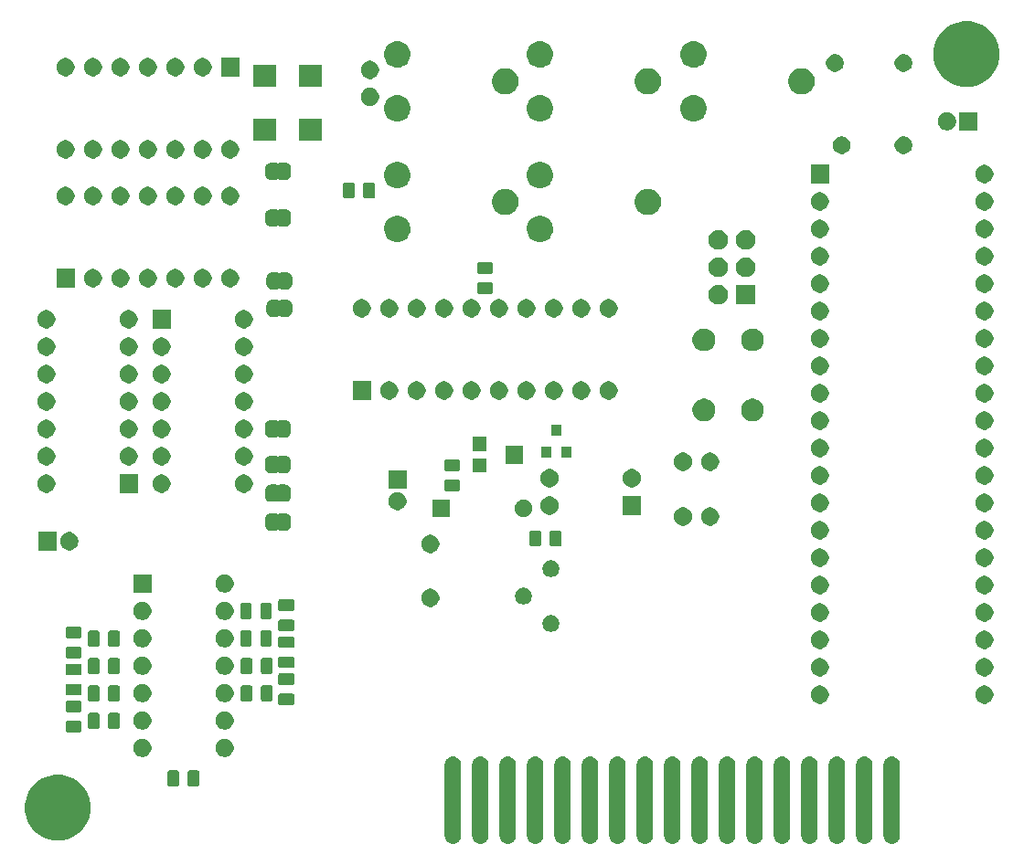
<source format=gts>
G04 #@! TF.GenerationSoftware,KiCad,Pcbnew,5.1.5+dfsg1-2build2*
G04 #@! TF.CreationDate,2021-07-08T11:40:41+02:00*
G04 #@! TF.ProjectId,GraphixCard,47726170-6869-4784-9361-72642e6b6963,rev?*
G04 #@! TF.SameCoordinates,Original*
G04 #@! TF.FileFunction,Soldermask,Top*
G04 #@! TF.FilePolarity,Negative*
%FSLAX46Y46*%
G04 Gerber Fmt 4.6, Leading zero omitted, Abs format (unit mm)*
G04 Created by KiCad (PCBNEW 5.1.5+dfsg1-2build2) date 2021-07-08 11:40:41*
%MOMM*%
%LPD*%
G04 APERTURE LIST*
%ADD10C,0.100000*%
G04 APERTURE END LIST*
D10*
G36*
X139529721Y-123721867D02*
G01*
X139671285Y-123764810D01*
X139801751Y-123834546D01*
X139851915Y-123875714D01*
X139916107Y-123928394D01*
X139973284Y-123998066D01*
X140009954Y-124042748D01*
X140079690Y-124173214D01*
X140122633Y-124314778D01*
X140133500Y-124425113D01*
X140133500Y-131098887D01*
X140122633Y-131209222D01*
X140079690Y-131350786D01*
X140009954Y-131481252D01*
X139985508Y-131511040D01*
X139916107Y-131595607D01*
X139831540Y-131665008D01*
X139801752Y-131689454D01*
X139671286Y-131759190D01*
X139529722Y-131802133D01*
X139382500Y-131816633D01*
X139235279Y-131802133D01*
X139093715Y-131759190D01*
X138963249Y-131689454D01*
X138933461Y-131665008D01*
X138848894Y-131595607D01*
X138779493Y-131511040D01*
X138755047Y-131481252D01*
X138685311Y-131350786D01*
X138642368Y-131209222D01*
X138631501Y-131098887D01*
X138631500Y-124425114D01*
X138642367Y-124314779D01*
X138685310Y-124173215D01*
X138755046Y-124042749D01*
X138796214Y-123992585D01*
X138848894Y-123928393D01*
X138918566Y-123871216D01*
X138963248Y-123834546D01*
X139093714Y-123764810D01*
X139235278Y-123721867D01*
X139382500Y-123707367D01*
X139529721Y-123721867D01*
G37*
G36*
X119209721Y-123721867D02*
G01*
X119351285Y-123764810D01*
X119481751Y-123834546D01*
X119531915Y-123875714D01*
X119596107Y-123928394D01*
X119653284Y-123998066D01*
X119689954Y-124042748D01*
X119759690Y-124173214D01*
X119802633Y-124314778D01*
X119813500Y-124425113D01*
X119813500Y-131098887D01*
X119802633Y-131209222D01*
X119759690Y-131350786D01*
X119689954Y-131481252D01*
X119665508Y-131511040D01*
X119596107Y-131595607D01*
X119511540Y-131665008D01*
X119481752Y-131689454D01*
X119351286Y-131759190D01*
X119209722Y-131802133D01*
X119062500Y-131816633D01*
X118915279Y-131802133D01*
X118773715Y-131759190D01*
X118643249Y-131689454D01*
X118613461Y-131665008D01*
X118528894Y-131595607D01*
X118459493Y-131511040D01*
X118435047Y-131481252D01*
X118365311Y-131350786D01*
X118322368Y-131209222D01*
X118311501Y-131098887D01*
X118311500Y-124425114D01*
X118322367Y-124314779D01*
X118365310Y-124173215D01*
X118435046Y-124042749D01*
X118476214Y-123992585D01*
X118528894Y-123928393D01*
X118598566Y-123871216D01*
X118643248Y-123834546D01*
X118773714Y-123764810D01*
X118915278Y-123721867D01*
X119062500Y-123707367D01*
X119209721Y-123721867D01*
G37*
G36*
X116669721Y-123721867D02*
G01*
X116811285Y-123764810D01*
X116941751Y-123834546D01*
X116991915Y-123875714D01*
X117056107Y-123928394D01*
X117113284Y-123998066D01*
X117149954Y-124042748D01*
X117219690Y-124173214D01*
X117262633Y-124314778D01*
X117273500Y-124425113D01*
X117273500Y-131098887D01*
X117262633Y-131209222D01*
X117219690Y-131350786D01*
X117149954Y-131481252D01*
X117125508Y-131511040D01*
X117056107Y-131595607D01*
X116971540Y-131665008D01*
X116941752Y-131689454D01*
X116811286Y-131759190D01*
X116669722Y-131802133D01*
X116522500Y-131816633D01*
X116375279Y-131802133D01*
X116233715Y-131759190D01*
X116103249Y-131689454D01*
X116073461Y-131665008D01*
X115988894Y-131595607D01*
X115919493Y-131511040D01*
X115895047Y-131481252D01*
X115825311Y-131350786D01*
X115782368Y-131209222D01*
X115771501Y-131098887D01*
X115771500Y-124425114D01*
X115782367Y-124314779D01*
X115825310Y-124173215D01*
X115895046Y-124042749D01*
X115936214Y-123992585D01*
X115988894Y-123928393D01*
X116058566Y-123871216D01*
X116103248Y-123834546D01*
X116233714Y-123764810D01*
X116375278Y-123721867D01*
X116522500Y-123707367D01*
X116669721Y-123721867D01*
G37*
G36*
X114129721Y-123721867D02*
G01*
X114271285Y-123764810D01*
X114401751Y-123834546D01*
X114451915Y-123875714D01*
X114516107Y-123928394D01*
X114573284Y-123998066D01*
X114609954Y-124042748D01*
X114679690Y-124173214D01*
X114722633Y-124314778D01*
X114733500Y-124425113D01*
X114733500Y-131098887D01*
X114722633Y-131209222D01*
X114679690Y-131350786D01*
X114609954Y-131481252D01*
X114585508Y-131511040D01*
X114516107Y-131595607D01*
X114431540Y-131665008D01*
X114401752Y-131689454D01*
X114271286Y-131759190D01*
X114129722Y-131802133D01*
X113982500Y-131816633D01*
X113835279Y-131802133D01*
X113693715Y-131759190D01*
X113563249Y-131689454D01*
X113533461Y-131665008D01*
X113448894Y-131595607D01*
X113379493Y-131511040D01*
X113355047Y-131481252D01*
X113285311Y-131350786D01*
X113242368Y-131209222D01*
X113231501Y-131098887D01*
X113231500Y-124425114D01*
X113242367Y-124314779D01*
X113285310Y-124173215D01*
X113355046Y-124042749D01*
X113396214Y-123992585D01*
X113448894Y-123928393D01*
X113518566Y-123871216D01*
X113563248Y-123834546D01*
X113693714Y-123764810D01*
X113835278Y-123721867D01*
X113982500Y-123707367D01*
X114129721Y-123721867D01*
G37*
G36*
X111589721Y-123721867D02*
G01*
X111731285Y-123764810D01*
X111861751Y-123834546D01*
X111911915Y-123875714D01*
X111976107Y-123928394D01*
X112033284Y-123998066D01*
X112069954Y-124042748D01*
X112139690Y-124173214D01*
X112182633Y-124314778D01*
X112193500Y-124425113D01*
X112193500Y-131098887D01*
X112182633Y-131209222D01*
X112139690Y-131350786D01*
X112069954Y-131481252D01*
X112045508Y-131511040D01*
X111976107Y-131595607D01*
X111891540Y-131665008D01*
X111861752Y-131689454D01*
X111731286Y-131759190D01*
X111589722Y-131802133D01*
X111442500Y-131816633D01*
X111295279Y-131802133D01*
X111153715Y-131759190D01*
X111023249Y-131689454D01*
X110993461Y-131665008D01*
X110908894Y-131595607D01*
X110839493Y-131511040D01*
X110815047Y-131481252D01*
X110745311Y-131350786D01*
X110702368Y-131209222D01*
X110691501Y-131098887D01*
X110691500Y-124425114D01*
X110702367Y-124314779D01*
X110745310Y-124173215D01*
X110815046Y-124042749D01*
X110856214Y-123992585D01*
X110908894Y-123928393D01*
X110978566Y-123871216D01*
X111023248Y-123834546D01*
X111153714Y-123764810D01*
X111295278Y-123721867D01*
X111442500Y-123707367D01*
X111589721Y-123721867D01*
G37*
G36*
X109049721Y-123721867D02*
G01*
X109191285Y-123764810D01*
X109321751Y-123834546D01*
X109371915Y-123875714D01*
X109436107Y-123928394D01*
X109493284Y-123998066D01*
X109529954Y-124042748D01*
X109599690Y-124173214D01*
X109642633Y-124314778D01*
X109653500Y-124425113D01*
X109653500Y-131098887D01*
X109642633Y-131209222D01*
X109599690Y-131350786D01*
X109529954Y-131481252D01*
X109505508Y-131511040D01*
X109436107Y-131595607D01*
X109351540Y-131665008D01*
X109321752Y-131689454D01*
X109191286Y-131759190D01*
X109049722Y-131802133D01*
X108902500Y-131816633D01*
X108755279Y-131802133D01*
X108613715Y-131759190D01*
X108483249Y-131689454D01*
X108453461Y-131665008D01*
X108368894Y-131595607D01*
X108299493Y-131511040D01*
X108275047Y-131481252D01*
X108205311Y-131350786D01*
X108162368Y-131209222D01*
X108151501Y-131098887D01*
X108151500Y-124425114D01*
X108162367Y-124314779D01*
X108205310Y-124173215D01*
X108275046Y-124042749D01*
X108316214Y-123992585D01*
X108368894Y-123928393D01*
X108438566Y-123871216D01*
X108483248Y-123834546D01*
X108613714Y-123764810D01*
X108755278Y-123721867D01*
X108902500Y-123707367D01*
X109049721Y-123721867D01*
G37*
G36*
X106509721Y-123721867D02*
G01*
X106651285Y-123764810D01*
X106781751Y-123834546D01*
X106831915Y-123875714D01*
X106896107Y-123928394D01*
X106953284Y-123998066D01*
X106989954Y-124042748D01*
X107059690Y-124173214D01*
X107102633Y-124314778D01*
X107113500Y-124425113D01*
X107113500Y-131098887D01*
X107102633Y-131209222D01*
X107059690Y-131350786D01*
X106989954Y-131481252D01*
X106965508Y-131511040D01*
X106896107Y-131595607D01*
X106811540Y-131665008D01*
X106781752Y-131689454D01*
X106651286Y-131759190D01*
X106509722Y-131802133D01*
X106362500Y-131816633D01*
X106215279Y-131802133D01*
X106073715Y-131759190D01*
X105943249Y-131689454D01*
X105913461Y-131665008D01*
X105828894Y-131595607D01*
X105759493Y-131511040D01*
X105735047Y-131481252D01*
X105665311Y-131350786D01*
X105622368Y-131209222D01*
X105611501Y-131098887D01*
X105611500Y-124425114D01*
X105622367Y-124314779D01*
X105665310Y-124173215D01*
X105735046Y-124042749D01*
X105776214Y-123992585D01*
X105828894Y-123928393D01*
X105898566Y-123871216D01*
X105943248Y-123834546D01*
X106073714Y-123764810D01*
X106215278Y-123721867D01*
X106362500Y-123707367D01*
X106509721Y-123721867D01*
G37*
G36*
X103969721Y-123721867D02*
G01*
X104111285Y-123764810D01*
X104241751Y-123834546D01*
X104291915Y-123875714D01*
X104356107Y-123928394D01*
X104413284Y-123998066D01*
X104449954Y-124042748D01*
X104519690Y-124173214D01*
X104562633Y-124314778D01*
X104573500Y-124425113D01*
X104573500Y-131098887D01*
X104562633Y-131209222D01*
X104519690Y-131350786D01*
X104449954Y-131481252D01*
X104425508Y-131511040D01*
X104356107Y-131595607D01*
X104271540Y-131665008D01*
X104241752Y-131689454D01*
X104111286Y-131759190D01*
X103969722Y-131802133D01*
X103822500Y-131816633D01*
X103675279Y-131802133D01*
X103533715Y-131759190D01*
X103403249Y-131689454D01*
X103373461Y-131665008D01*
X103288894Y-131595607D01*
X103219493Y-131511040D01*
X103195047Y-131481252D01*
X103125311Y-131350786D01*
X103082368Y-131209222D01*
X103071501Y-131098887D01*
X103071500Y-124425114D01*
X103082367Y-124314779D01*
X103125310Y-124173215D01*
X103195046Y-124042749D01*
X103236214Y-123992585D01*
X103288894Y-123928393D01*
X103358566Y-123871216D01*
X103403248Y-123834546D01*
X103533714Y-123764810D01*
X103675278Y-123721867D01*
X103822500Y-123707367D01*
X103969721Y-123721867D01*
G37*
G36*
X101429721Y-123721867D02*
G01*
X101571285Y-123764810D01*
X101701751Y-123834546D01*
X101751915Y-123875714D01*
X101816107Y-123928394D01*
X101873284Y-123998066D01*
X101909954Y-124042748D01*
X101979690Y-124173214D01*
X102022633Y-124314778D01*
X102033500Y-124425113D01*
X102033500Y-131098887D01*
X102022633Y-131209222D01*
X101979690Y-131350786D01*
X101909954Y-131481252D01*
X101885508Y-131511040D01*
X101816107Y-131595607D01*
X101731540Y-131665008D01*
X101701752Y-131689454D01*
X101571286Y-131759190D01*
X101429722Y-131802133D01*
X101282500Y-131816633D01*
X101135279Y-131802133D01*
X100993715Y-131759190D01*
X100863249Y-131689454D01*
X100833461Y-131665008D01*
X100748894Y-131595607D01*
X100679493Y-131511040D01*
X100655047Y-131481252D01*
X100585311Y-131350786D01*
X100542368Y-131209222D01*
X100531501Y-131098887D01*
X100531500Y-124425114D01*
X100542367Y-124314779D01*
X100585310Y-124173215D01*
X100655046Y-124042749D01*
X100696214Y-123992585D01*
X100748894Y-123928393D01*
X100818566Y-123871216D01*
X100863248Y-123834546D01*
X100993714Y-123764810D01*
X101135278Y-123721867D01*
X101282500Y-123707367D01*
X101429721Y-123721867D01*
G37*
G36*
X121749721Y-123721867D02*
G01*
X121891285Y-123764810D01*
X122021751Y-123834546D01*
X122071915Y-123875714D01*
X122136107Y-123928394D01*
X122193284Y-123998066D01*
X122229954Y-124042748D01*
X122299690Y-124173214D01*
X122342633Y-124314778D01*
X122353500Y-124425113D01*
X122353500Y-131098887D01*
X122342633Y-131209222D01*
X122299690Y-131350786D01*
X122229954Y-131481252D01*
X122205508Y-131511040D01*
X122136107Y-131595607D01*
X122051540Y-131665008D01*
X122021752Y-131689454D01*
X121891286Y-131759190D01*
X121749722Y-131802133D01*
X121602500Y-131816633D01*
X121455279Y-131802133D01*
X121313715Y-131759190D01*
X121183249Y-131689454D01*
X121153461Y-131665008D01*
X121068894Y-131595607D01*
X120999493Y-131511040D01*
X120975047Y-131481252D01*
X120905311Y-131350786D01*
X120862368Y-131209222D01*
X120851501Y-131098887D01*
X120851500Y-124425114D01*
X120862367Y-124314779D01*
X120905310Y-124173215D01*
X120975046Y-124042749D01*
X121016214Y-123992585D01*
X121068894Y-123928393D01*
X121138566Y-123871216D01*
X121183248Y-123834546D01*
X121313714Y-123764810D01*
X121455278Y-123721867D01*
X121602500Y-123707367D01*
X121749721Y-123721867D01*
G37*
G36*
X142069721Y-123721867D02*
G01*
X142211285Y-123764810D01*
X142341751Y-123834546D01*
X142391915Y-123875714D01*
X142456107Y-123928394D01*
X142513284Y-123998066D01*
X142549954Y-124042748D01*
X142619690Y-124173214D01*
X142662633Y-124314778D01*
X142673500Y-124425113D01*
X142673500Y-131098887D01*
X142662633Y-131209222D01*
X142619690Y-131350786D01*
X142549954Y-131481252D01*
X142525508Y-131511040D01*
X142456107Y-131595607D01*
X142371540Y-131665008D01*
X142341752Y-131689454D01*
X142211286Y-131759190D01*
X142069722Y-131802133D01*
X141922500Y-131816633D01*
X141775279Y-131802133D01*
X141633715Y-131759190D01*
X141503249Y-131689454D01*
X141473461Y-131665008D01*
X141388894Y-131595607D01*
X141319493Y-131511040D01*
X141295047Y-131481252D01*
X141225311Y-131350786D01*
X141182368Y-131209222D01*
X141171501Y-131098887D01*
X141171500Y-124425114D01*
X141182367Y-124314779D01*
X141225310Y-124173215D01*
X141295046Y-124042749D01*
X141336214Y-123992585D01*
X141388894Y-123928393D01*
X141458566Y-123871216D01*
X141503248Y-123834546D01*
X141633714Y-123764810D01*
X141775278Y-123721867D01*
X141922500Y-123707367D01*
X142069721Y-123721867D01*
G37*
G36*
X136989721Y-123721867D02*
G01*
X137131285Y-123764810D01*
X137261751Y-123834546D01*
X137311915Y-123875714D01*
X137376107Y-123928394D01*
X137433284Y-123998066D01*
X137469954Y-124042748D01*
X137539690Y-124173214D01*
X137582633Y-124314778D01*
X137593500Y-124425113D01*
X137593500Y-131098887D01*
X137582633Y-131209222D01*
X137539690Y-131350786D01*
X137469954Y-131481252D01*
X137445508Y-131511040D01*
X137376107Y-131595607D01*
X137291540Y-131665008D01*
X137261752Y-131689454D01*
X137131286Y-131759190D01*
X136989722Y-131802133D01*
X136842500Y-131816633D01*
X136695279Y-131802133D01*
X136553715Y-131759190D01*
X136423249Y-131689454D01*
X136393461Y-131665008D01*
X136308894Y-131595607D01*
X136239493Y-131511040D01*
X136215047Y-131481252D01*
X136145311Y-131350786D01*
X136102368Y-131209222D01*
X136091501Y-131098887D01*
X136091500Y-124425114D01*
X136102367Y-124314779D01*
X136145310Y-124173215D01*
X136215046Y-124042749D01*
X136256214Y-123992585D01*
X136308894Y-123928393D01*
X136378566Y-123871216D01*
X136423248Y-123834546D01*
X136553714Y-123764810D01*
X136695278Y-123721867D01*
X136842500Y-123707367D01*
X136989721Y-123721867D01*
G37*
G36*
X134449721Y-123721867D02*
G01*
X134591285Y-123764810D01*
X134721751Y-123834546D01*
X134771915Y-123875714D01*
X134836107Y-123928394D01*
X134893284Y-123998066D01*
X134929954Y-124042748D01*
X134999690Y-124173214D01*
X135042633Y-124314778D01*
X135053500Y-124425113D01*
X135053500Y-131098887D01*
X135042633Y-131209222D01*
X134999690Y-131350786D01*
X134929954Y-131481252D01*
X134905508Y-131511040D01*
X134836107Y-131595607D01*
X134751540Y-131665008D01*
X134721752Y-131689454D01*
X134591286Y-131759190D01*
X134449722Y-131802133D01*
X134302500Y-131816633D01*
X134155279Y-131802133D01*
X134013715Y-131759190D01*
X133883249Y-131689454D01*
X133853461Y-131665008D01*
X133768894Y-131595607D01*
X133699493Y-131511040D01*
X133675047Y-131481252D01*
X133605311Y-131350786D01*
X133562368Y-131209222D01*
X133551501Y-131098887D01*
X133551500Y-124425114D01*
X133562367Y-124314779D01*
X133605310Y-124173215D01*
X133675046Y-124042749D01*
X133716214Y-123992585D01*
X133768894Y-123928393D01*
X133838566Y-123871216D01*
X133883248Y-123834546D01*
X134013714Y-123764810D01*
X134155278Y-123721867D01*
X134302500Y-123707367D01*
X134449721Y-123721867D01*
G37*
G36*
X131909721Y-123721867D02*
G01*
X132051285Y-123764810D01*
X132181751Y-123834546D01*
X132231915Y-123875714D01*
X132296107Y-123928394D01*
X132353284Y-123998066D01*
X132389954Y-124042748D01*
X132459690Y-124173214D01*
X132502633Y-124314778D01*
X132513500Y-124425113D01*
X132513500Y-131098887D01*
X132502633Y-131209222D01*
X132459690Y-131350786D01*
X132389954Y-131481252D01*
X132365508Y-131511040D01*
X132296107Y-131595607D01*
X132211540Y-131665008D01*
X132181752Y-131689454D01*
X132051286Y-131759190D01*
X131909722Y-131802133D01*
X131762500Y-131816633D01*
X131615279Y-131802133D01*
X131473715Y-131759190D01*
X131343249Y-131689454D01*
X131313461Y-131665008D01*
X131228894Y-131595607D01*
X131159493Y-131511040D01*
X131135047Y-131481252D01*
X131065311Y-131350786D01*
X131022368Y-131209222D01*
X131011501Y-131098887D01*
X131011500Y-124425114D01*
X131022367Y-124314779D01*
X131065310Y-124173215D01*
X131135046Y-124042749D01*
X131176214Y-123992585D01*
X131228894Y-123928393D01*
X131298566Y-123871216D01*
X131343248Y-123834546D01*
X131473714Y-123764810D01*
X131615278Y-123721867D01*
X131762500Y-123707367D01*
X131909721Y-123721867D01*
G37*
G36*
X126829721Y-123721867D02*
G01*
X126971285Y-123764810D01*
X127101751Y-123834546D01*
X127151915Y-123875714D01*
X127216107Y-123928394D01*
X127273284Y-123998066D01*
X127309954Y-124042748D01*
X127379690Y-124173214D01*
X127422633Y-124314778D01*
X127433500Y-124425113D01*
X127433500Y-131098887D01*
X127422633Y-131209222D01*
X127379690Y-131350786D01*
X127309954Y-131481252D01*
X127285508Y-131511040D01*
X127216107Y-131595607D01*
X127131540Y-131665008D01*
X127101752Y-131689454D01*
X126971286Y-131759190D01*
X126829722Y-131802133D01*
X126682500Y-131816633D01*
X126535279Y-131802133D01*
X126393715Y-131759190D01*
X126263249Y-131689454D01*
X126233461Y-131665008D01*
X126148894Y-131595607D01*
X126079493Y-131511040D01*
X126055047Y-131481252D01*
X125985311Y-131350786D01*
X125942368Y-131209222D01*
X125931501Y-131098887D01*
X125931500Y-124425114D01*
X125942367Y-124314779D01*
X125985310Y-124173215D01*
X126055046Y-124042749D01*
X126096214Y-123992585D01*
X126148894Y-123928393D01*
X126218566Y-123871216D01*
X126263248Y-123834546D01*
X126393714Y-123764810D01*
X126535278Y-123721867D01*
X126682500Y-123707367D01*
X126829721Y-123721867D01*
G37*
G36*
X124289721Y-123721867D02*
G01*
X124431285Y-123764810D01*
X124561751Y-123834546D01*
X124611915Y-123875714D01*
X124676107Y-123928394D01*
X124733284Y-123998066D01*
X124769954Y-124042748D01*
X124839690Y-124173214D01*
X124882633Y-124314778D01*
X124893500Y-124425113D01*
X124893500Y-131098887D01*
X124882633Y-131209222D01*
X124839690Y-131350786D01*
X124769954Y-131481252D01*
X124745508Y-131511040D01*
X124676107Y-131595607D01*
X124591540Y-131665008D01*
X124561752Y-131689454D01*
X124431286Y-131759190D01*
X124289722Y-131802133D01*
X124142500Y-131816633D01*
X123995279Y-131802133D01*
X123853715Y-131759190D01*
X123723249Y-131689454D01*
X123693461Y-131665008D01*
X123608894Y-131595607D01*
X123539493Y-131511040D01*
X123515047Y-131481252D01*
X123445311Y-131350786D01*
X123402368Y-131209222D01*
X123391501Y-131098887D01*
X123391500Y-124425114D01*
X123402367Y-124314779D01*
X123445310Y-124173215D01*
X123515046Y-124042749D01*
X123556214Y-123992585D01*
X123608894Y-123928393D01*
X123678566Y-123871216D01*
X123723248Y-123834546D01*
X123853714Y-123764810D01*
X123995278Y-123721867D01*
X124142500Y-123707367D01*
X124289721Y-123721867D01*
G37*
G36*
X129369721Y-123721867D02*
G01*
X129511285Y-123764810D01*
X129641751Y-123834546D01*
X129691915Y-123875714D01*
X129756107Y-123928394D01*
X129813284Y-123998066D01*
X129849954Y-124042748D01*
X129919690Y-124173214D01*
X129962633Y-124314778D01*
X129973500Y-124425113D01*
X129973500Y-131098887D01*
X129962633Y-131209222D01*
X129919690Y-131350786D01*
X129849954Y-131481252D01*
X129825508Y-131511040D01*
X129756107Y-131595607D01*
X129671540Y-131665008D01*
X129641752Y-131689454D01*
X129511286Y-131759190D01*
X129369722Y-131802133D01*
X129222500Y-131816633D01*
X129075279Y-131802133D01*
X128933715Y-131759190D01*
X128803249Y-131689454D01*
X128773461Y-131665008D01*
X128688894Y-131595607D01*
X128619493Y-131511040D01*
X128595047Y-131481252D01*
X128525311Y-131350786D01*
X128482368Y-131209222D01*
X128471501Y-131098887D01*
X128471500Y-124425114D01*
X128482367Y-124314779D01*
X128525310Y-124173215D01*
X128595046Y-124042749D01*
X128636214Y-123992585D01*
X128688894Y-123928393D01*
X128758566Y-123871216D01*
X128803248Y-123834546D01*
X128933714Y-123764810D01*
X129075278Y-123721867D01*
X129222500Y-123707367D01*
X129369721Y-123721867D01*
G37*
G36*
X65596443Y-125526748D02*
G01*
X66151689Y-125756738D01*
X66151690Y-125756739D01*
X66651399Y-126090634D01*
X67076366Y-126515601D01*
X67076367Y-126515603D01*
X67410262Y-127015311D01*
X67640252Y-127570557D01*
X67757500Y-128160001D01*
X67757500Y-128760999D01*
X67640252Y-129350443D01*
X67410262Y-129905689D01*
X67410261Y-129905690D01*
X67076366Y-130405399D01*
X66651399Y-130830366D01*
X66399847Y-130998448D01*
X66151689Y-131164262D01*
X65596443Y-131394252D01*
X65006999Y-131511500D01*
X64406001Y-131511500D01*
X63816557Y-131394252D01*
X63261311Y-131164262D01*
X63013153Y-130998448D01*
X62761601Y-130830366D01*
X62336634Y-130405399D01*
X62002739Y-129905690D01*
X62002738Y-129905689D01*
X61772748Y-129350443D01*
X61655500Y-128760999D01*
X61655500Y-128160001D01*
X61772748Y-127570557D01*
X62002738Y-127015311D01*
X62336633Y-126515603D01*
X62336634Y-126515601D01*
X62761601Y-126090634D01*
X63261310Y-125756739D01*
X63261311Y-125756738D01*
X63816557Y-125526748D01*
X64406001Y-125409500D01*
X65006999Y-125409500D01*
X65596443Y-125526748D01*
G37*
G36*
X77636468Y-124983565D02*
G01*
X77675138Y-124995296D01*
X77710777Y-125014346D01*
X77742017Y-125039983D01*
X77767654Y-125071223D01*
X77786704Y-125106862D01*
X77798435Y-125145532D01*
X77803000Y-125191888D01*
X77803000Y-126268112D01*
X77798435Y-126314468D01*
X77786704Y-126353138D01*
X77767654Y-126388777D01*
X77742017Y-126420017D01*
X77710777Y-126445654D01*
X77675138Y-126464704D01*
X77636468Y-126476435D01*
X77590112Y-126481000D01*
X76938888Y-126481000D01*
X76892532Y-126476435D01*
X76853862Y-126464704D01*
X76818223Y-126445654D01*
X76786983Y-126420017D01*
X76761346Y-126388777D01*
X76742296Y-126353138D01*
X76730565Y-126314468D01*
X76726000Y-126268112D01*
X76726000Y-125191888D01*
X76730565Y-125145532D01*
X76742296Y-125106862D01*
X76761346Y-125071223D01*
X76786983Y-125039983D01*
X76818223Y-125014346D01*
X76853862Y-124995296D01*
X76892532Y-124983565D01*
X76938888Y-124979000D01*
X77590112Y-124979000D01*
X77636468Y-124983565D01*
G37*
G36*
X75761468Y-124983565D02*
G01*
X75800138Y-124995296D01*
X75835777Y-125014346D01*
X75867017Y-125039983D01*
X75892654Y-125071223D01*
X75911704Y-125106862D01*
X75923435Y-125145532D01*
X75928000Y-125191888D01*
X75928000Y-126268112D01*
X75923435Y-126314468D01*
X75911704Y-126353138D01*
X75892654Y-126388777D01*
X75867017Y-126420017D01*
X75835777Y-126445654D01*
X75800138Y-126464704D01*
X75761468Y-126476435D01*
X75715112Y-126481000D01*
X75063888Y-126481000D01*
X75017532Y-126476435D01*
X74978862Y-126464704D01*
X74943223Y-126445654D01*
X74911983Y-126420017D01*
X74886346Y-126388777D01*
X74867296Y-126353138D01*
X74855565Y-126314468D01*
X74851000Y-126268112D01*
X74851000Y-125191888D01*
X74855565Y-125145532D01*
X74867296Y-125106862D01*
X74886346Y-125071223D01*
X74911983Y-125039983D01*
X74943223Y-125014346D01*
X74978862Y-124995296D01*
X75017532Y-124983565D01*
X75063888Y-124979000D01*
X75715112Y-124979000D01*
X75761468Y-124983565D01*
G37*
G36*
X72765228Y-122094703D02*
G01*
X72920100Y-122158853D01*
X73059481Y-122251985D01*
X73178015Y-122370519D01*
X73271147Y-122509900D01*
X73335297Y-122664772D01*
X73368000Y-122829184D01*
X73368000Y-122996816D01*
X73335297Y-123161228D01*
X73271147Y-123316100D01*
X73178015Y-123455481D01*
X73059481Y-123574015D01*
X72920100Y-123667147D01*
X72765228Y-123731297D01*
X72600816Y-123764000D01*
X72433184Y-123764000D01*
X72268772Y-123731297D01*
X72113900Y-123667147D01*
X71974519Y-123574015D01*
X71855985Y-123455481D01*
X71762853Y-123316100D01*
X71698703Y-123161228D01*
X71666000Y-122996816D01*
X71666000Y-122829184D01*
X71698703Y-122664772D01*
X71762853Y-122509900D01*
X71855985Y-122370519D01*
X71974519Y-122251985D01*
X72113900Y-122158853D01*
X72268772Y-122094703D01*
X72433184Y-122062000D01*
X72600816Y-122062000D01*
X72765228Y-122094703D01*
G37*
G36*
X80385228Y-122094703D02*
G01*
X80540100Y-122158853D01*
X80679481Y-122251985D01*
X80798015Y-122370519D01*
X80891147Y-122509900D01*
X80955297Y-122664772D01*
X80988000Y-122829184D01*
X80988000Y-122996816D01*
X80955297Y-123161228D01*
X80891147Y-123316100D01*
X80798015Y-123455481D01*
X80679481Y-123574015D01*
X80540100Y-123667147D01*
X80385228Y-123731297D01*
X80220816Y-123764000D01*
X80053184Y-123764000D01*
X79888772Y-123731297D01*
X79733900Y-123667147D01*
X79594519Y-123574015D01*
X79475985Y-123455481D01*
X79382853Y-123316100D01*
X79318703Y-123161228D01*
X79286000Y-122996816D01*
X79286000Y-122829184D01*
X79318703Y-122664772D01*
X79382853Y-122509900D01*
X79475985Y-122370519D01*
X79594519Y-122251985D01*
X79733900Y-122158853D01*
X79888772Y-122094703D01*
X80053184Y-122062000D01*
X80220816Y-122062000D01*
X80385228Y-122094703D01*
G37*
G36*
X66751468Y-120418565D02*
G01*
X66790138Y-120430296D01*
X66825777Y-120449346D01*
X66857017Y-120474983D01*
X66882654Y-120506223D01*
X66901704Y-120541862D01*
X66913435Y-120580532D01*
X66918000Y-120626888D01*
X66918000Y-121278112D01*
X66913435Y-121324468D01*
X66901704Y-121363138D01*
X66882654Y-121398777D01*
X66857017Y-121430017D01*
X66825777Y-121455654D01*
X66790138Y-121474704D01*
X66751468Y-121486435D01*
X66705112Y-121491000D01*
X65628888Y-121491000D01*
X65582532Y-121486435D01*
X65543862Y-121474704D01*
X65508223Y-121455654D01*
X65476983Y-121430017D01*
X65451346Y-121398777D01*
X65432296Y-121363138D01*
X65420565Y-121324468D01*
X65416000Y-121278112D01*
X65416000Y-120626888D01*
X65420565Y-120580532D01*
X65432296Y-120541862D01*
X65451346Y-120506223D01*
X65476983Y-120474983D01*
X65508223Y-120449346D01*
X65543862Y-120430296D01*
X65582532Y-120418565D01*
X65628888Y-120414000D01*
X66705112Y-120414000D01*
X66751468Y-120418565D01*
G37*
G36*
X80385228Y-119554703D02*
G01*
X80540100Y-119618853D01*
X80679481Y-119711985D01*
X80798015Y-119830519D01*
X80891147Y-119969900D01*
X80955297Y-120124772D01*
X80988000Y-120289184D01*
X80988000Y-120456816D01*
X80955297Y-120621228D01*
X80891147Y-120776100D01*
X80798015Y-120915481D01*
X80679481Y-121034015D01*
X80540100Y-121127147D01*
X80385228Y-121191297D01*
X80220816Y-121224000D01*
X80053184Y-121224000D01*
X79888772Y-121191297D01*
X79733900Y-121127147D01*
X79594519Y-121034015D01*
X79475985Y-120915481D01*
X79382853Y-120776100D01*
X79318703Y-120621228D01*
X79286000Y-120456816D01*
X79286000Y-120289184D01*
X79318703Y-120124772D01*
X79382853Y-119969900D01*
X79475985Y-119830519D01*
X79594519Y-119711985D01*
X79733900Y-119618853D01*
X79888772Y-119554703D01*
X80053184Y-119522000D01*
X80220816Y-119522000D01*
X80385228Y-119554703D01*
G37*
G36*
X72765228Y-119554703D02*
G01*
X72920100Y-119618853D01*
X73059481Y-119711985D01*
X73178015Y-119830519D01*
X73271147Y-119969900D01*
X73335297Y-120124772D01*
X73368000Y-120289184D01*
X73368000Y-120456816D01*
X73335297Y-120621228D01*
X73271147Y-120776100D01*
X73178015Y-120915481D01*
X73059481Y-121034015D01*
X72920100Y-121127147D01*
X72765228Y-121191297D01*
X72600816Y-121224000D01*
X72433184Y-121224000D01*
X72268772Y-121191297D01*
X72113900Y-121127147D01*
X71974519Y-121034015D01*
X71855985Y-120915481D01*
X71762853Y-120776100D01*
X71698703Y-120621228D01*
X71666000Y-120456816D01*
X71666000Y-120289184D01*
X71698703Y-120124772D01*
X71762853Y-119969900D01*
X71855985Y-119830519D01*
X71974519Y-119711985D01*
X72113900Y-119618853D01*
X72268772Y-119554703D01*
X72433184Y-119522000D01*
X72600816Y-119522000D01*
X72765228Y-119554703D01*
G37*
G36*
X68395468Y-119649565D02*
G01*
X68434138Y-119661296D01*
X68469777Y-119680346D01*
X68501017Y-119705983D01*
X68526654Y-119737223D01*
X68545704Y-119772862D01*
X68557435Y-119811532D01*
X68562000Y-119857888D01*
X68562000Y-120934112D01*
X68557435Y-120980468D01*
X68545704Y-121019138D01*
X68526654Y-121054777D01*
X68501017Y-121086017D01*
X68469777Y-121111654D01*
X68434138Y-121130704D01*
X68395468Y-121142435D01*
X68349112Y-121147000D01*
X67697888Y-121147000D01*
X67651532Y-121142435D01*
X67612862Y-121130704D01*
X67577223Y-121111654D01*
X67545983Y-121086017D01*
X67520346Y-121054777D01*
X67501296Y-121019138D01*
X67489565Y-120980468D01*
X67485000Y-120934112D01*
X67485000Y-119857888D01*
X67489565Y-119811532D01*
X67501296Y-119772862D01*
X67520346Y-119737223D01*
X67545983Y-119705983D01*
X67577223Y-119680346D01*
X67612862Y-119661296D01*
X67651532Y-119649565D01*
X67697888Y-119645000D01*
X68349112Y-119645000D01*
X68395468Y-119649565D01*
G37*
G36*
X70270468Y-119649565D02*
G01*
X70309138Y-119661296D01*
X70344777Y-119680346D01*
X70376017Y-119705983D01*
X70401654Y-119737223D01*
X70420704Y-119772862D01*
X70432435Y-119811532D01*
X70437000Y-119857888D01*
X70437000Y-120934112D01*
X70432435Y-120980468D01*
X70420704Y-121019138D01*
X70401654Y-121054777D01*
X70376017Y-121086017D01*
X70344777Y-121111654D01*
X70309138Y-121130704D01*
X70270468Y-121142435D01*
X70224112Y-121147000D01*
X69572888Y-121147000D01*
X69526532Y-121142435D01*
X69487862Y-121130704D01*
X69452223Y-121111654D01*
X69420983Y-121086017D01*
X69395346Y-121054777D01*
X69376296Y-121019138D01*
X69364565Y-120980468D01*
X69360000Y-120934112D01*
X69360000Y-119857888D01*
X69364565Y-119811532D01*
X69376296Y-119772862D01*
X69395346Y-119737223D01*
X69420983Y-119705983D01*
X69452223Y-119680346D01*
X69487862Y-119661296D01*
X69526532Y-119649565D01*
X69572888Y-119645000D01*
X70224112Y-119645000D01*
X70270468Y-119649565D01*
G37*
G36*
X66751468Y-118543565D02*
G01*
X66790138Y-118555296D01*
X66825777Y-118574346D01*
X66857017Y-118599983D01*
X66882654Y-118631223D01*
X66901704Y-118666862D01*
X66913435Y-118705532D01*
X66918000Y-118751888D01*
X66918000Y-119403112D01*
X66913435Y-119449468D01*
X66901704Y-119488138D01*
X66882654Y-119523777D01*
X66857017Y-119555017D01*
X66825777Y-119580654D01*
X66790138Y-119599704D01*
X66751468Y-119611435D01*
X66705112Y-119616000D01*
X65628888Y-119616000D01*
X65582532Y-119611435D01*
X65543862Y-119599704D01*
X65508223Y-119580654D01*
X65476983Y-119555017D01*
X65451346Y-119523777D01*
X65432296Y-119488138D01*
X65420565Y-119449468D01*
X65416000Y-119403112D01*
X65416000Y-118751888D01*
X65420565Y-118705532D01*
X65432296Y-118666862D01*
X65451346Y-118631223D01*
X65476983Y-118599983D01*
X65508223Y-118574346D01*
X65543862Y-118555296D01*
X65582532Y-118543565D01*
X65628888Y-118539000D01*
X66705112Y-118539000D01*
X66751468Y-118543565D01*
G37*
G36*
X86436468Y-117878565D02*
G01*
X86475138Y-117890296D01*
X86510777Y-117909346D01*
X86542017Y-117934983D01*
X86567654Y-117966223D01*
X86586704Y-118001862D01*
X86598435Y-118040532D01*
X86603000Y-118086888D01*
X86603000Y-118738112D01*
X86598435Y-118784468D01*
X86586704Y-118823138D01*
X86567654Y-118858777D01*
X86542017Y-118890017D01*
X86510777Y-118915654D01*
X86475138Y-118934704D01*
X86436468Y-118946435D01*
X86390112Y-118951000D01*
X85313888Y-118951000D01*
X85267532Y-118946435D01*
X85228862Y-118934704D01*
X85193223Y-118915654D01*
X85161983Y-118890017D01*
X85136346Y-118858777D01*
X85117296Y-118823138D01*
X85105565Y-118784468D01*
X85101000Y-118738112D01*
X85101000Y-118086888D01*
X85105565Y-118040532D01*
X85117296Y-118001862D01*
X85136346Y-117966223D01*
X85161983Y-117934983D01*
X85193223Y-117909346D01*
X85228862Y-117890296D01*
X85267532Y-117878565D01*
X85313888Y-117874000D01*
X86390112Y-117874000D01*
X86436468Y-117878565D01*
G37*
G36*
X150743228Y-117164703D02*
G01*
X150898100Y-117228853D01*
X151037481Y-117321985D01*
X151156015Y-117440519D01*
X151249147Y-117579900D01*
X151313297Y-117734772D01*
X151346000Y-117899184D01*
X151346000Y-118066816D01*
X151313297Y-118231228D01*
X151249147Y-118386100D01*
X151156015Y-118525481D01*
X151037481Y-118644015D01*
X150898100Y-118737147D01*
X150743228Y-118801297D01*
X150578816Y-118834000D01*
X150411184Y-118834000D01*
X150246772Y-118801297D01*
X150091900Y-118737147D01*
X149952519Y-118644015D01*
X149833985Y-118525481D01*
X149740853Y-118386100D01*
X149676703Y-118231228D01*
X149644000Y-118066816D01*
X149644000Y-117899184D01*
X149676703Y-117734772D01*
X149740853Y-117579900D01*
X149833985Y-117440519D01*
X149952519Y-117321985D01*
X150091900Y-117228853D01*
X150246772Y-117164703D01*
X150411184Y-117132000D01*
X150578816Y-117132000D01*
X150743228Y-117164703D01*
G37*
G36*
X135503228Y-117164703D02*
G01*
X135658100Y-117228853D01*
X135797481Y-117321985D01*
X135916015Y-117440519D01*
X136009147Y-117579900D01*
X136073297Y-117734772D01*
X136106000Y-117899184D01*
X136106000Y-118066816D01*
X136073297Y-118231228D01*
X136009147Y-118386100D01*
X135916015Y-118525481D01*
X135797481Y-118644015D01*
X135658100Y-118737147D01*
X135503228Y-118801297D01*
X135338816Y-118834000D01*
X135171184Y-118834000D01*
X135006772Y-118801297D01*
X134851900Y-118737147D01*
X134712519Y-118644015D01*
X134593985Y-118525481D01*
X134500853Y-118386100D01*
X134436703Y-118231228D01*
X134404000Y-118066816D01*
X134404000Y-117899184D01*
X134436703Y-117734772D01*
X134500853Y-117579900D01*
X134593985Y-117440519D01*
X134712519Y-117321985D01*
X134851900Y-117228853D01*
X135006772Y-117164703D01*
X135171184Y-117132000D01*
X135338816Y-117132000D01*
X135503228Y-117164703D01*
G37*
G36*
X72765228Y-117014703D02*
G01*
X72920100Y-117078853D01*
X73059481Y-117171985D01*
X73178015Y-117290519D01*
X73271147Y-117429900D01*
X73335297Y-117584772D01*
X73368000Y-117749184D01*
X73368000Y-117916816D01*
X73335297Y-118081228D01*
X73271147Y-118236100D01*
X73178015Y-118375481D01*
X73059481Y-118494015D01*
X72920100Y-118587147D01*
X72765228Y-118651297D01*
X72600816Y-118684000D01*
X72433184Y-118684000D01*
X72268772Y-118651297D01*
X72113900Y-118587147D01*
X71974519Y-118494015D01*
X71855985Y-118375481D01*
X71762853Y-118236100D01*
X71698703Y-118081228D01*
X71666000Y-117916816D01*
X71666000Y-117749184D01*
X71698703Y-117584772D01*
X71762853Y-117429900D01*
X71855985Y-117290519D01*
X71974519Y-117171985D01*
X72113900Y-117078853D01*
X72268772Y-117014703D01*
X72433184Y-116982000D01*
X72600816Y-116982000D01*
X72765228Y-117014703D01*
G37*
G36*
X80385228Y-117014703D02*
G01*
X80540100Y-117078853D01*
X80679481Y-117171985D01*
X80798015Y-117290519D01*
X80891147Y-117429900D01*
X80955297Y-117584772D01*
X80988000Y-117749184D01*
X80988000Y-117916816D01*
X80955297Y-118081228D01*
X80891147Y-118236100D01*
X80798015Y-118375481D01*
X80679481Y-118494015D01*
X80540100Y-118587147D01*
X80385228Y-118651297D01*
X80220816Y-118684000D01*
X80053184Y-118684000D01*
X79888772Y-118651297D01*
X79733900Y-118587147D01*
X79594519Y-118494015D01*
X79475985Y-118375481D01*
X79382853Y-118236100D01*
X79318703Y-118081228D01*
X79286000Y-117916816D01*
X79286000Y-117749184D01*
X79318703Y-117584772D01*
X79382853Y-117429900D01*
X79475985Y-117290519D01*
X79594519Y-117171985D01*
X79733900Y-117078853D01*
X79888772Y-117014703D01*
X80053184Y-116982000D01*
X80220816Y-116982000D01*
X80385228Y-117014703D01*
G37*
G36*
X84415968Y-117109565D02*
G01*
X84454638Y-117121296D01*
X84490277Y-117140346D01*
X84521517Y-117165983D01*
X84547154Y-117197223D01*
X84566204Y-117232862D01*
X84577935Y-117271532D01*
X84582500Y-117317888D01*
X84582500Y-118394112D01*
X84577935Y-118440468D01*
X84566204Y-118479138D01*
X84547154Y-118514777D01*
X84521517Y-118546017D01*
X84490277Y-118571654D01*
X84454638Y-118590704D01*
X84415968Y-118602435D01*
X84369612Y-118607000D01*
X83718388Y-118607000D01*
X83672032Y-118602435D01*
X83633362Y-118590704D01*
X83597723Y-118571654D01*
X83566483Y-118546017D01*
X83540846Y-118514777D01*
X83521796Y-118479138D01*
X83510065Y-118440468D01*
X83505500Y-118394112D01*
X83505500Y-117317888D01*
X83510065Y-117271532D01*
X83521796Y-117232862D01*
X83540846Y-117197223D01*
X83566483Y-117165983D01*
X83597723Y-117140346D01*
X83633362Y-117121296D01*
X83672032Y-117109565D01*
X83718388Y-117105000D01*
X84369612Y-117105000D01*
X84415968Y-117109565D01*
G37*
G36*
X82540968Y-117109565D02*
G01*
X82579638Y-117121296D01*
X82615277Y-117140346D01*
X82646517Y-117165983D01*
X82672154Y-117197223D01*
X82691204Y-117232862D01*
X82702935Y-117271532D01*
X82707500Y-117317888D01*
X82707500Y-118394112D01*
X82702935Y-118440468D01*
X82691204Y-118479138D01*
X82672154Y-118514777D01*
X82646517Y-118546017D01*
X82615277Y-118571654D01*
X82579638Y-118590704D01*
X82540968Y-118602435D01*
X82494612Y-118607000D01*
X81843388Y-118607000D01*
X81797032Y-118602435D01*
X81758362Y-118590704D01*
X81722723Y-118571654D01*
X81691483Y-118546017D01*
X81665846Y-118514777D01*
X81646796Y-118479138D01*
X81635065Y-118440468D01*
X81630500Y-118394112D01*
X81630500Y-117317888D01*
X81635065Y-117271532D01*
X81646796Y-117232862D01*
X81665846Y-117197223D01*
X81691483Y-117165983D01*
X81722723Y-117140346D01*
X81758362Y-117121296D01*
X81797032Y-117109565D01*
X81843388Y-117105000D01*
X82494612Y-117105000D01*
X82540968Y-117109565D01*
G37*
G36*
X70270468Y-117109565D02*
G01*
X70309138Y-117121296D01*
X70344777Y-117140346D01*
X70376017Y-117165983D01*
X70401654Y-117197223D01*
X70420704Y-117232862D01*
X70432435Y-117271532D01*
X70437000Y-117317888D01*
X70437000Y-118394112D01*
X70432435Y-118440468D01*
X70420704Y-118479138D01*
X70401654Y-118514777D01*
X70376017Y-118546017D01*
X70344777Y-118571654D01*
X70309138Y-118590704D01*
X70270468Y-118602435D01*
X70224112Y-118607000D01*
X69572888Y-118607000D01*
X69526532Y-118602435D01*
X69487862Y-118590704D01*
X69452223Y-118571654D01*
X69420983Y-118546017D01*
X69395346Y-118514777D01*
X69376296Y-118479138D01*
X69364565Y-118440468D01*
X69360000Y-118394112D01*
X69360000Y-117317888D01*
X69364565Y-117271532D01*
X69376296Y-117232862D01*
X69395346Y-117197223D01*
X69420983Y-117165983D01*
X69452223Y-117140346D01*
X69487862Y-117121296D01*
X69526532Y-117109565D01*
X69572888Y-117105000D01*
X70224112Y-117105000D01*
X70270468Y-117109565D01*
G37*
G36*
X68395468Y-117109565D02*
G01*
X68434138Y-117121296D01*
X68469777Y-117140346D01*
X68501017Y-117165983D01*
X68526654Y-117197223D01*
X68545704Y-117232862D01*
X68557435Y-117271532D01*
X68562000Y-117317888D01*
X68562000Y-118394112D01*
X68557435Y-118440468D01*
X68545704Y-118479138D01*
X68526654Y-118514777D01*
X68501017Y-118546017D01*
X68469777Y-118571654D01*
X68434138Y-118590704D01*
X68395468Y-118602435D01*
X68349112Y-118607000D01*
X67697888Y-118607000D01*
X67651532Y-118602435D01*
X67612862Y-118590704D01*
X67577223Y-118571654D01*
X67545983Y-118546017D01*
X67520346Y-118514777D01*
X67501296Y-118479138D01*
X67489565Y-118440468D01*
X67485000Y-118394112D01*
X67485000Y-117317888D01*
X67489565Y-117271532D01*
X67501296Y-117232862D01*
X67520346Y-117197223D01*
X67545983Y-117165983D01*
X67577223Y-117140346D01*
X67612862Y-117121296D01*
X67651532Y-117109565D01*
X67697888Y-117105000D01*
X68349112Y-117105000D01*
X68395468Y-117109565D01*
G37*
G36*
X66751468Y-116989565D02*
G01*
X66790138Y-117001296D01*
X66825777Y-117020346D01*
X66857017Y-117045983D01*
X66882654Y-117077223D01*
X66901704Y-117112862D01*
X66913435Y-117151532D01*
X66918000Y-117197888D01*
X66918000Y-117849112D01*
X66913435Y-117895468D01*
X66901704Y-117934138D01*
X66882654Y-117969777D01*
X66857017Y-118001017D01*
X66825777Y-118026654D01*
X66790138Y-118045704D01*
X66751468Y-118057435D01*
X66705112Y-118062000D01*
X65628888Y-118062000D01*
X65582532Y-118057435D01*
X65543862Y-118045704D01*
X65508223Y-118026654D01*
X65476983Y-118001017D01*
X65451346Y-117969777D01*
X65432296Y-117934138D01*
X65420565Y-117895468D01*
X65416000Y-117849112D01*
X65416000Y-117197888D01*
X65420565Y-117151532D01*
X65432296Y-117112862D01*
X65451346Y-117077223D01*
X65476983Y-117045983D01*
X65508223Y-117020346D01*
X65543862Y-117001296D01*
X65582532Y-116989565D01*
X65628888Y-116985000D01*
X66705112Y-116985000D01*
X66751468Y-116989565D01*
G37*
G36*
X86436468Y-116003565D02*
G01*
X86475138Y-116015296D01*
X86510777Y-116034346D01*
X86542017Y-116059983D01*
X86567654Y-116091223D01*
X86586704Y-116126862D01*
X86598435Y-116165532D01*
X86603000Y-116211888D01*
X86603000Y-116863112D01*
X86598435Y-116909468D01*
X86586704Y-116948138D01*
X86567654Y-116983777D01*
X86542017Y-117015017D01*
X86510777Y-117040654D01*
X86475138Y-117059704D01*
X86436468Y-117071435D01*
X86390112Y-117076000D01*
X85313888Y-117076000D01*
X85267532Y-117071435D01*
X85228862Y-117059704D01*
X85193223Y-117040654D01*
X85161983Y-117015017D01*
X85136346Y-116983777D01*
X85117296Y-116948138D01*
X85105565Y-116909468D01*
X85101000Y-116863112D01*
X85101000Y-116211888D01*
X85105565Y-116165532D01*
X85117296Y-116126862D01*
X85136346Y-116091223D01*
X85161983Y-116059983D01*
X85193223Y-116034346D01*
X85228862Y-116015296D01*
X85267532Y-116003565D01*
X85313888Y-115999000D01*
X86390112Y-115999000D01*
X86436468Y-116003565D01*
G37*
G36*
X150743228Y-114624703D02*
G01*
X150898100Y-114688853D01*
X151037481Y-114781985D01*
X151156015Y-114900519D01*
X151249147Y-115039900D01*
X151313297Y-115194772D01*
X151346000Y-115359184D01*
X151346000Y-115526816D01*
X151313297Y-115691228D01*
X151249147Y-115846100D01*
X151156015Y-115985481D01*
X151037481Y-116104015D01*
X150898100Y-116197147D01*
X150743228Y-116261297D01*
X150578816Y-116294000D01*
X150411184Y-116294000D01*
X150246772Y-116261297D01*
X150091900Y-116197147D01*
X149952519Y-116104015D01*
X149833985Y-115985481D01*
X149740853Y-115846100D01*
X149676703Y-115691228D01*
X149644000Y-115526816D01*
X149644000Y-115359184D01*
X149676703Y-115194772D01*
X149740853Y-115039900D01*
X149833985Y-114900519D01*
X149952519Y-114781985D01*
X150091900Y-114688853D01*
X150246772Y-114624703D01*
X150411184Y-114592000D01*
X150578816Y-114592000D01*
X150743228Y-114624703D01*
G37*
G36*
X135503228Y-114624703D02*
G01*
X135658100Y-114688853D01*
X135797481Y-114781985D01*
X135916015Y-114900519D01*
X136009147Y-115039900D01*
X136073297Y-115194772D01*
X136106000Y-115359184D01*
X136106000Y-115526816D01*
X136073297Y-115691228D01*
X136009147Y-115846100D01*
X135916015Y-115985481D01*
X135797481Y-116104015D01*
X135658100Y-116197147D01*
X135503228Y-116261297D01*
X135338816Y-116294000D01*
X135171184Y-116294000D01*
X135006772Y-116261297D01*
X134851900Y-116197147D01*
X134712519Y-116104015D01*
X134593985Y-115985481D01*
X134500853Y-115846100D01*
X134436703Y-115691228D01*
X134404000Y-115526816D01*
X134404000Y-115359184D01*
X134436703Y-115194772D01*
X134500853Y-115039900D01*
X134593985Y-114900519D01*
X134712519Y-114781985D01*
X134851900Y-114688853D01*
X135006772Y-114624703D01*
X135171184Y-114592000D01*
X135338816Y-114592000D01*
X135503228Y-114624703D01*
G37*
G36*
X66751468Y-115114565D02*
G01*
X66790138Y-115126296D01*
X66825777Y-115145346D01*
X66857017Y-115170983D01*
X66882654Y-115202223D01*
X66901704Y-115237862D01*
X66913435Y-115276532D01*
X66918000Y-115322888D01*
X66918000Y-115974112D01*
X66913435Y-116020468D01*
X66901704Y-116059138D01*
X66882654Y-116094777D01*
X66857017Y-116126017D01*
X66825777Y-116151654D01*
X66790138Y-116170704D01*
X66751468Y-116182435D01*
X66705112Y-116187000D01*
X65628888Y-116187000D01*
X65582532Y-116182435D01*
X65543862Y-116170704D01*
X65508223Y-116151654D01*
X65476983Y-116126017D01*
X65451346Y-116094777D01*
X65432296Y-116059138D01*
X65420565Y-116020468D01*
X65416000Y-115974112D01*
X65416000Y-115322888D01*
X65420565Y-115276532D01*
X65432296Y-115237862D01*
X65451346Y-115202223D01*
X65476983Y-115170983D01*
X65508223Y-115145346D01*
X65543862Y-115126296D01*
X65582532Y-115114565D01*
X65628888Y-115110000D01*
X66705112Y-115110000D01*
X66751468Y-115114565D01*
G37*
G36*
X80385228Y-114474703D02*
G01*
X80540100Y-114538853D01*
X80679481Y-114631985D01*
X80798015Y-114750519D01*
X80891147Y-114889900D01*
X80955297Y-115044772D01*
X80988000Y-115209184D01*
X80988000Y-115376816D01*
X80955297Y-115541228D01*
X80891147Y-115696100D01*
X80798015Y-115835481D01*
X80679481Y-115954015D01*
X80540100Y-116047147D01*
X80385228Y-116111297D01*
X80220816Y-116144000D01*
X80053184Y-116144000D01*
X79888772Y-116111297D01*
X79733900Y-116047147D01*
X79594519Y-115954015D01*
X79475985Y-115835481D01*
X79382853Y-115696100D01*
X79318703Y-115541228D01*
X79286000Y-115376816D01*
X79286000Y-115209184D01*
X79318703Y-115044772D01*
X79382853Y-114889900D01*
X79475985Y-114750519D01*
X79594519Y-114631985D01*
X79733900Y-114538853D01*
X79888772Y-114474703D01*
X80053184Y-114442000D01*
X80220816Y-114442000D01*
X80385228Y-114474703D01*
G37*
G36*
X72765228Y-114474703D02*
G01*
X72920100Y-114538853D01*
X73059481Y-114631985D01*
X73178015Y-114750519D01*
X73271147Y-114889900D01*
X73335297Y-115044772D01*
X73368000Y-115209184D01*
X73368000Y-115376816D01*
X73335297Y-115541228D01*
X73271147Y-115696100D01*
X73178015Y-115835481D01*
X73059481Y-115954015D01*
X72920100Y-116047147D01*
X72765228Y-116111297D01*
X72600816Y-116144000D01*
X72433184Y-116144000D01*
X72268772Y-116111297D01*
X72113900Y-116047147D01*
X71974519Y-115954015D01*
X71855985Y-115835481D01*
X71762853Y-115696100D01*
X71698703Y-115541228D01*
X71666000Y-115376816D01*
X71666000Y-115209184D01*
X71698703Y-115044772D01*
X71762853Y-114889900D01*
X71855985Y-114750519D01*
X71974519Y-114631985D01*
X72113900Y-114538853D01*
X72268772Y-114474703D01*
X72433184Y-114442000D01*
X72600816Y-114442000D01*
X72765228Y-114474703D01*
G37*
G36*
X70270468Y-114569565D02*
G01*
X70309138Y-114581296D01*
X70344777Y-114600346D01*
X70376017Y-114625983D01*
X70401654Y-114657223D01*
X70420704Y-114692862D01*
X70432435Y-114731532D01*
X70437000Y-114777888D01*
X70437000Y-115854112D01*
X70432435Y-115900468D01*
X70420704Y-115939138D01*
X70401654Y-115974777D01*
X70376017Y-116006017D01*
X70344777Y-116031654D01*
X70309138Y-116050704D01*
X70270468Y-116062435D01*
X70224112Y-116067000D01*
X69572888Y-116067000D01*
X69526532Y-116062435D01*
X69487862Y-116050704D01*
X69452223Y-116031654D01*
X69420983Y-116006017D01*
X69395346Y-115974777D01*
X69376296Y-115939138D01*
X69364565Y-115900468D01*
X69360000Y-115854112D01*
X69360000Y-114777888D01*
X69364565Y-114731532D01*
X69376296Y-114692862D01*
X69395346Y-114657223D01*
X69420983Y-114625983D01*
X69452223Y-114600346D01*
X69487862Y-114581296D01*
X69526532Y-114569565D01*
X69572888Y-114565000D01*
X70224112Y-114565000D01*
X70270468Y-114569565D01*
G37*
G36*
X82540968Y-114569565D02*
G01*
X82579638Y-114581296D01*
X82615277Y-114600346D01*
X82646517Y-114625983D01*
X82672154Y-114657223D01*
X82691204Y-114692862D01*
X82702935Y-114731532D01*
X82707500Y-114777888D01*
X82707500Y-115854112D01*
X82702935Y-115900468D01*
X82691204Y-115939138D01*
X82672154Y-115974777D01*
X82646517Y-116006017D01*
X82615277Y-116031654D01*
X82579638Y-116050704D01*
X82540968Y-116062435D01*
X82494612Y-116067000D01*
X81843388Y-116067000D01*
X81797032Y-116062435D01*
X81758362Y-116050704D01*
X81722723Y-116031654D01*
X81691483Y-116006017D01*
X81665846Y-115974777D01*
X81646796Y-115939138D01*
X81635065Y-115900468D01*
X81630500Y-115854112D01*
X81630500Y-114777888D01*
X81635065Y-114731532D01*
X81646796Y-114692862D01*
X81665846Y-114657223D01*
X81691483Y-114625983D01*
X81722723Y-114600346D01*
X81758362Y-114581296D01*
X81797032Y-114569565D01*
X81843388Y-114565000D01*
X82494612Y-114565000D01*
X82540968Y-114569565D01*
G37*
G36*
X84415968Y-114569565D02*
G01*
X84454638Y-114581296D01*
X84490277Y-114600346D01*
X84521517Y-114625983D01*
X84547154Y-114657223D01*
X84566204Y-114692862D01*
X84577935Y-114731532D01*
X84582500Y-114777888D01*
X84582500Y-115854112D01*
X84577935Y-115900468D01*
X84566204Y-115939138D01*
X84547154Y-115974777D01*
X84521517Y-116006017D01*
X84490277Y-116031654D01*
X84454638Y-116050704D01*
X84415968Y-116062435D01*
X84369612Y-116067000D01*
X83718388Y-116067000D01*
X83672032Y-116062435D01*
X83633362Y-116050704D01*
X83597723Y-116031654D01*
X83566483Y-116006017D01*
X83540846Y-115974777D01*
X83521796Y-115939138D01*
X83510065Y-115900468D01*
X83505500Y-115854112D01*
X83505500Y-114777888D01*
X83510065Y-114731532D01*
X83521796Y-114692862D01*
X83540846Y-114657223D01*
X83566483Y-114625983D01*
X83597723Y-114600346D01*
X83633362Y-114581296D01*
X83672032Y-114569565D01*
X83718388Y-114565000D01*
X84369612Y-114565000D01*
X84415968Y-114569565D01*
G37*
G36*
X68395468Y-114569565D02*
G01*
X68434138Y-114581296D01*
X68469777Y-114600346D01*
X68501017Y-114625983D01*
X68526654Y-114657223D01*
X68545704Y-114692862D01*
X68557435Y-114731532D01*
X68562000Y-114777888D01*
X68562000Y-115854112D01*
X68557435Y-115900468D01*
X68545704Y-115939138D01*
X68526654Y-115974777D01*
X68501017Y-116006017D01*
X68469777Y-116031654D01*
X68434138Y-116050704D01*
X68395468Y-116062435D01*
X68349112Y-116067000D01*
X67697888Y-116067000D01*
X67651532Y-116062435D01*
X67612862Y-116050704D01*
X67577223Y-116031654D01*
X67545983Y-116006017D01*
X67520346Y-115974777D01*
X67501296Y-115939138D01*
X67489565Y-115900468D01*
X67485000Y-115854112D01*
X67485000Y-114777888D01*
X67489565Y-114731532D01*
X67501296Y-114692862D01*
X67520346Y-114657223D01*
X67545983Y-114625983D01*
X67577223Y-114600346D01*
X67612862Y-114581296D01*
X67651532Y-114569565D01*
X67697888Y-114565000D01*
X68349112Y-114565000D01*
X68395468Y-114569565D01*
G37*
G36*
X86436468Y-114449565D02*
G01*
X86475138Y-114461296D01*
X86510777Y-114480346D01*
X86542017Y-114505983D01*
X86567654Y-114537223D01*
X86586704Y-114572862D01*
X86598435Y-114611532D01*
X86603000Y-114657888D01*
X86603000Y-115309112D01*
X86598435Y-115355468D01*
X86586704Y-115394138D01*
X86567654Y-115429777D01*
X86542017Y-115461017D01*
X86510777Y-115486654D01*
X86475138Y-115505704D01*
X86436468Y-115517435D01*
X86390112Y-115522000D01*
X85313888Y-115522000D01*
X85267532Y-115517435D01*
X85228862Y-115505704D01*
X85193223Y-115486654D01*
X85161983Y-115461017D01*
X85136346Y-115429777D01*
X85117296Y-115394138D01*
X85105565Y-115355468D01*
X85101000Y-115309112D01*
X85101000Y-114657888D01*
X85105565Y-114611532D01*
X85117296Y-114572862D01*
X85136346Y-114537223D01*
X85161983Y-114505983D01*
X85193223Y-114480346D01*
X85228862Y-114461296D01*
X85267532Y-114449565D01*
X85313888Y-114445000D01*
X86390112Y-114445000D01*
X86436468Y-114449565D01*
G37*
G36*
X66751468Y-113560565D02*
G01*
X66790138Y-113572296D01*
X66825777Y-113591346D01*
X66857017Y-113616983D01*
X66882654Y-113648223D01*
X66901704Y-113683862D01*
X66913435Y-113722532D01*
X66918000Y-113768888D01*
X66918000Y-114420112D01*
X66913435Y-114466468D01*
X66901704Y-114505138D01*
X66882654Y-114540777D01*
X66857017Y-114572017D01*
X66825777Y-114597654D01*
X66790138Y-114616704D01*
X66751468Y-114628435D01*
X66705112Y-114633000D01*
X65628888Y-114633000D01*
X65582532Y-114628435D01*
X65543862Y-114616704D01*
X65508223Y-114597654D01*
X65476983Y-114572017D01*
X65451346Y-114540777D01*
X65432296Y-114505138D01*
X65420565Y-114466468D01*
X65416000Y-114420112D01*
X65416000Y-113768888D01*
X65420565Y-113722532D01*
X65432296Y-113683862D01*
X65451346Y-113648223D01*
X65476983Y-113616983D01*
X65508223Y-113591346D01*
X65543862Y-113572296D01*
X65582532Y-113560565D01*
X65628888Y-113556000D01*
X66705112Y-113556000D01*
X66751468Y-113560565D01*
G37*
G36*
X150743228Y-112084703D02*
G01*
X150898100Y-112148853D01*
X151037481Y-112241985D01*
X151156015Y-112360519D01*
X151249147Y-112499900D01*
X151313297Y-112654772D01*
X151346000Y-112819184D01*
X151346000Y-112986816D01*
X151313297Y-113151228D01*
X151249147Y-113306100D01*
X151156015Y-113445481D01*
X151037481Y-113564015D01*
X150898100Y-113657147D01*
X150743228Y-113721297D01*
X150578816Y-113754000D01*
X150411184Y-113754000D01*
X150246772Y-113721297D01*
X150091900Y-113657147D01*
X149952519Y-113564015D01*
X149833985Y-113445481D01*
X149740853Y-113306100D01*
X149676703Y-113151228D01*
X149644000Y-112986816D01*
X149644000Y-112819184D01*
X149676703Y-112654772D01*
X149740853Y-112499900D01*
X149833985Y-112360519D01*
X149952519Y-112241985D01*
X150091900Y-112148853D01*
X150246772Y-112084703D01*
X150411184Y-112052000D01*
X150578816Y-112052000D01*
X150743228Y-112084703D01*
G37*
G36*
X135503228Y-112084703D02*
G01*
X135658100Y-112148853D01*
X135797481Y-112241985D01*
X135916015Y-112360519D01*
X136009147Y-112499900D01*
X136073297Y-112654772D01*
X136106000Y-112819184D01*
X136106000Y-112986816D01*
X136073297Y-113151228D01*
X136009147Y-113306100D01*
X135916015Y-113445481D01*
X135797481Y-113564015D01*
X135658100Y-113657147D01*
X135503228Y-113721297D01*
X135338816Y-113754000D01*
X135171184Y-113754000D01*
X135006772Y-113721297D01*
X134851900Y-113657147D01*
X134712519Y-113564015D01*
X134593985Y-113445481D01*
X134500853Y-113306100D01*
X134436703Y-113151228D01*
X134404000Y-112986816D01*
X134404000Y-112819184D01*
X134436703Y-112654772D01*
X134500853Y-112499900D01*
X134593985Y-112360519D01*
X134712519Y-112241985D01*
X134851900Y-112148853D01*
X135006772Y-112084703D01*
X135171184Y-112052000D01*
X135338816Y-112052000D01*
X135503228Y-112084703D01*
G37*
G36*
X86436468Y-112574565D02*
G01*
X86475138Y-112586296D01*
X86510777Y-112605346D01*
X86542017Y-112630983D01*
X86567654Y-112662223D01*
X86586704Y-112697862D01*
X86598435Y-112736532D01*
X86603000Y-112782888D01*
X86603000Y-113434112D01*
X86598435Y-113480468D01*
X86586704Y-113519138D01*
X86567654Y-113554777D01*
X86542017Y-113586017D01*
X86510777Y-113611654D01*
X86475138Y-113630704D01*
X86436468Y-113642435D01*
X86390112Y-113647000D01*
X85313888Y-113647000D01*
X85267532Y-113642435D01*
X85228862Y-113630704D01*
X85193223Y-113611654D01*
X85161983Y-113586017D01*
X85136346Y-113554777D01*
X85117296Y-113519138D01*
X85105565Y-113480468D01*
X85101000Y-113434112D01*
X85101000Y-112782888D01*
X85105565Y-112736532D01*
X85117296Y-112697862D01*
X85136346Y-112662223D01*
X85161983Y-112630983D01*
X85193223Y-112605346D01*
X85228862Y-112586296D01*
X85267532Y-112574565D01*
X85313888Y-112570000D01*
X86390112Y-112570000D01*
X86436468Y-112574565D01*
G37*
G36*
X80385228Y-111934703D02*
G01*
X80540100Y-111998853D01*
X80679481Y-112091985D01*
X80798015Y-112210519D01*
X80891147Y-112349900D01*
X80955297Y-112504772D01*
X80988000Y-112669184D01*
X80988000Y-112836816D01*
X80955297Y-113001228D01*
X80891147Y-113156100D01*
X80798015Y-113295481D01*
X80679481Y-113414015D01*
X80540100Y-113507147D01*
X80385228Y-113571297D01*
X80220816Y-113604000D01*
X80053184Y-113604000D01*
X79888772Y-113571297D01*
X79733900Y-113507147D01*
X79594519Y-113414015D01*
X79475985Y-113295481D01*
X79382853Y-113156100D01*
X79318703Y-113001228D01*
X79286000Y-112836816D01*
X79286000Y-112669184D01*
X79318703Y-112504772D01*
X79382853Y-112349900D01*
X79475985Y-112210519D01*
X79594519Y-112091985D01*
X79733900Y-111998853D01*
X79888772Y-111934703D01*
X80053184Y-111902000D01*
X80220816Y-111902000D01*
X80385228Y-111934703D01*
G37*
G36*
X72765228Y-111934703D02*
G01*
X72920100Y-111998853D01*
X73059481Y-112091985D01*
X73178015Y-112210519D01*
X73271147Y-112349900D01*
X73335297Y-112504772D01*
X73368000Y-112669184D01*
X73368000Y-112836816D01*
X73335297Y-113001228D01*
X73271147Y-113156100D01*
X73178015Y-113295481D01*
X73059481Y-113414015D01*
X72920100Y-113507147D01*
X72765228Y-113571297D01*
X72600816Y-113604000D01*
X72433184Y-113604000D01*
X72268772Y-113571297D01*
X72113900Y-113507147D01*
X71974519Y-113414015D01*
X71855985Y-113295481D01*
X71762853Y-113156100D01*
X71698703Y-113001228D01*
X71666000Y-112836816D01*
X71666000Y-112669184D01*
X71698703Y-112504772D01*
X71762853Y-112349900D01*
X71855985Y-112210519D01*
X71974519Y-112091985D01*
X72113900Y-111998853D01*
X72268772Y-111934703D01*
X72433184Y-111902000D01*
X72600816Y-111902000D01*
X72765228Y-111934703D01*
G37*
G36*
X68395468Y-112029565D02*
G01*
X68434138Y-112041296D01*
X68469777Y-112060346D01*
X68501017Y-112085983D01*
X68526654Y-112117223D01*
X68545704Y-112152862D01*
X68557435Y-112191532D01*
X68562000Y-112237888D01*
X68562000Y-113314112D01*
X68557435Y-113360468D01*
X68545704Y-113399138D01*
X68526654Y-113434777D01*
X68501017Y-113466017D01*
X68469777Y-113491654D01*
X68434138Y-113510704D01*
X68395468Y-113522435D01*
X68349112Y-113527000D01*
X67697888Y-113527000D01*
X67651532Y-113522435D01*
X67612862Y-113510704D01*
X67577223Y-113491654D01*
X67545983Y-113466017D01*
X67520346Y-113434777D01*
X67501296Y-113399138D01*
X67489565Y-113360468D01*
X67485000Y-113314112D01*
X67485000Y-112237888D01*
X67489565Y-112191532D01*
X67501296Y-112152862D01*
X67520346Y-112117223D01*
X67545983Y-112085983D01*
X67577223Y-112060346D01*
X67612862Y-112041296D01*
X67651532Y-112029565D01*
X67697888Y-112025000D01*
X68349112Y-112025000D01*
X68395468Y-112029565D01*
G37*
G36*
X82492468Y-112029565D02*
G01*
X82531138Y-112041296D01*
X82566777Y-112060346D01*
X82598017Y-112085983D01*
X82623654Y-112117223D01*
X82642704Y-112152862D01*
X82654435Y-112191532D01*
X82659000Y-112237888D01*
X82659000Y-113314112D01*
X82654435Y-113360468D01*
X82642704Y-113399138D01*
X82623654Y-113434777D01*
X82598017Y-113466017D01*
X82566777Y-113491654D01*
X82531138Y-113510704D01*
X82492468Y-113522435D01*
X82446112Y-113527000D01*
X81794888Y-113527000D01*
X81748532Y-113522435D01*
X81709862Y-113510704D01*
X81674223Y-113491654D01*
X81642983Y-113466017D01*
X81617346Y-113434777D01*
X81598296Y-113399138D01*
X81586565Y-113360468D01*
X81582000Y-113314112D01*
X81582000Y-112237888D01*
X81586565Y-112191532D01*
X81598296Y-112152862D01*
X81617346Y-112117223D01*
X81642983Y-112085983D01*
X81674223Y-112060346D01*
X81709862Y-112041296D01*
X81748532Y-112029565D01*
X81794888Y-112025000D01*
X82446112Y-112025000D01*
X82492468Y-112029565D01*
G37*
G36*
X70270468Y-112029565D02*
G01*
X70309138Y-112041296D01*
X70344777Y-112060346D01*
X70376017Y-112085983D01*
X70401654Y-112117223D01*
X70420704Y-112152862D01*
X70432435Y-112191532D01*
X70437000Y-112237888D01*
X70437000Y-113314112D01*
X70432435Y-113360468D01*
X70420704Y-113399138D01*
X70401654Y-113434777D01*
X70376017Y-113466017D01*
X70344777Y-113491654D01*
X70309138Y-113510704D01*
X70270468Y-113522435D01*
X70224112Y-113527000D01*
X69572888Y-113527000D01*
X69526532Y-113522435D01*
X69487862Y-113510704D01*
X69452223Y-113491654D01*
X69420983Y-113466017D01*
X69395346Y-113434777D01*
X69376296Y-113399138D01*
X69364565Y-113360468D01*
X69360000Y-113314112D01*
X69360000Y-112237888D01*
X69364565Y-112191532D01*
X69376296Y-112152862D01*
X69395346Y-112117223D01*
X69420983Y-112085983D01*
X69452223Y-112060346D01*
X69487862Y-112041296D01*
X69526532Y-112029565D01*
X69572888Y-112025000D01*
X70224112Y-112025000D01*
X70270468Y-112029565D01*
G37*
G36*
X84367468Y-112029565D02*
G01*
X84406138Y-112041296D01*
X84441777Y-112060346D01*
X84473017Y-112085983D01*
X84498654Y-112117223D01*
X84517704Y-112152862D01*
X84529435Y-112191532D01*
X84534000Y-112237888D01*
X84534000Y-113314112D01*
X84529435Y-113360468D01*
X84517704Y-113399138D01*
X84498654Y-113434777D01*
X84473017Y-113466017D01*
X84441777Y-113491654D01*
X84406138Y-113510704D01*
X84367468Y-113522435D01*
X84321112Y-113527000D01*
X83669888Y-113527000D01*
X83623532Y-113522435D01*
X83584862Y-113510704D01*
X83549223Y-113491654D01*
X83517983Y-113466017D01*
X83492346Y-113434777D01*
X83473296Y-113399138D01*
X83461565Y-113360468D01*
X83457000Y-113314112D01*
X83457000Y-112237888D01*
X83461565Y-112191532D01*
X83473296Y-112152862D01*
X83492346Y-112117223D01*
X83517983Y-112085983D01*
X83549223Y-112060346D01*
X83584862Y-112041296D01*
X83623532Y-112029565D01*
X83669888Y-112025000D01*
X84321112Y-112025000D01*
X84367468Y-112029565D01*
G37*
G36*
X66751468Y-111685565D02*
G01*
X66790138Y-111697296D01*
X66825777Y-111716346D01*
X66857017Y-111741983D01*
X66882654Y-111773223D01*
X66901704Y-111808862D01*
X66913435Y-111847532D01*
X66918000Y-111893888D01*
X66918000Y-112545112D01*
X66913435Y-112591468D01*
X66901704Y-112630138D01*
X66882654Y-112665777D01*
X66857017Y-112697017D01*
X66825777Y-112722654D01*
X66790138Y-112741704D01*
X66751468Y-112753435D01*
X66705112Y-112758000D01*
X65628888Y-112758000D01*
X65582532Y-112753435D01*
X65543862Y-112741704D01*
X65508223Y-112722654D01*
X65476983Y-112697017D01*
X65451346Y-112665777D01*
X65432296Y-112630138D01*
X65420565Y-112591468D01*
X65416000Y-112545112D01*
X65416000Y-111893888D01*
X65420565Y-111847532D01*
X65432296Y-111808862D01*
X65451346Y-111773223D01*
X65476983Y-111741983D01*
X65508223Y-111716346D01*
X65543862Y-111697296D01*
X65582532Y-111685565D01*
X65628888Y-111681000D01*
X66705112Y-111681000D01*
X66751468Y-111685565D01*
G37*
G36*
X110479644Y-110616097D02*
G01*
X110587893Y-110637629D01*
X110728206Y-110695748D01*
X110854484Y-110780125D01*
X110961875Y-110887516D01*
X111046252Y-111013794D01*
X111104371Y-111154107D01*
X111134000Y-111303063D01*
X111134000Y-111454937D01*
X111104371Y-111603893D01*
X111046252Y-111744206D01*
X110961875Y-111870484D01*
X110854484Y-111977875D01*
X110728206Y-112062252D01*
X110587893Y-112120371D01*
X110488589Y-112140124D01*
X110438938Y-112150000D01*
X110287062Y-112150000D01*
X110237411Y-112140124D01*
X110138107Y-112120371D01*
X109997794Y-112062252D01*
X109871516Y-111977875D01*
X109764125Y-111870484D01*
X109679748Y-111744206D01*
X109621629Y-111603893D01*
X109592000Y-111454937D01*
X109592000Y-111303063D01*
X109621629Y-111154107D01*
X109679748Y-111013794D01*
X109764125Y-110887516D01*
X109871516Y-110780125D01*
X109997794Y-110695748D01*
X110138107Y-110637629D01*
X110246356Y-110616097D01*
X110287062Y-110608000D01*
X110438938Y-110608000D01*
X110479644Y-110616097D01*
G37*
G36*
X86436468Y-111020565D02*
G01*
X86475138Y-111032296D01*
X86510777Y-111051346D01*
X86542017Y-111076983D01*
X86567654Y-111108223D01*
X86586704Y-111143862D01*
X86598435Y-111182532D01*
X86603000Y-111228888D01*
X86603000Y-111880112D01*
X86598435Y-111926468D01*
X86586704Y-111965138D01*
X86567654Y-112000777D01*
X86542017Y-112032017D01*
X86510777Y-112057654D01*
X86475138Y-112076704D01*
X86436468Y-112088435D01*
X86390112Y-112093000D01*
X85313888Y-112093000D01*
X85267532Y-112088435D01*
X85228862Y-112076704D01*
X85193223Y-112057654D01*
X85161983Y-112032017D01*
X85136346Y-112000777D01*
X85117296Y-111965138D01*
X85105565Y-111926468D01*
X85101000Y-111880112D01*
X85101000Y-111228888D01*
X85105565Y-111182532D01*
X85117296Y-111143862D01*
X85136346Y-111108223D01*
X85161983Y-111076983D01*
X85193223Y-111051346D01*
X85228862Y-111032296D01*
X85267532Y-111020565D01*
X85313888Y-111016000D01*
X86390112Y-111016000D01*
X86436468Y-111020565D01*
G37*
G36*
X150743228Y-109544703D02*
G01*
X150898100Y-109608853D01*
X151037481Y-109701985D01*
X151156015Y-109820519D01*
X151249147Y-109959900D01*
X151313297Y-110114772D01*
X151346000Y-110279184D01*
X151346000Y-110446816D01*
X151313297Y-110611228D01*
X151249147Y-110766100D01*
X151156015Y-110905481D01*
X151037481Y-111024015D01*
X150898100Y-111117147D01*
X150743228Y-111181297D01*
X150578816Y-111214000D01*
X150411184Y-111214000D01*
X150246772Y-111181297D01*
X150091900Y-111117147D01*
X149952519Y-111024015D01*
X149833985Y-110905481D01*
X149740853Y-110766100D01*
X149676703Y-110611228D01*
X149644000Y-110446816D01*
X149644000Y-110279184D01*
X149676703Y-110114772D01*
X149740853Y-109959900D01*
X149833985Y-109820519D01*
X149952519Y-109701985D01*
X150091900Y-109608853D01*
X150246772Y-109544703D01*
X150411184Y-109512000D01*
X150578816Y-109512000D01*
X150743228Y-109544703D01*
G37*
G36*
X135503228Y-109544703D02*
G01*
X135658100Y-109608853D01*
X135797481Y-109701985D01*
X135916015Y-109820519D01*
X136009147Y-109959900D01*
X136073297Y-110114772D01*
X136106000Y-110279184D01*
X136106000Y-110446816D01*
X136073297Y-110611228D01*
X136009147Y-110766100D01*
X135916015Y-110905481D01*
X135797481Y-111024015D01*
X135658100Y-111117147D01*
X135503228Y-111181297D01*
X135338816Y-111214000D01*
X135171184Y-111214000D01*
X135006772Y-111181297D01*
X134851900Y-111117147D01*
X134712519Y-111024015D01*
X134593985Y-110905481D01*
X134500853Y-110766100D01*
X134436703Y-110611228D01*
X134404000Y-110446816D01*
X134404000Y-110279184D01*
X134436703Y-110114772D01*
X134500853Y-109959900D01*
X134593985Y-109820519D01*
X134712519Y-109701985D01*
X134851900Y-109608853D01*
X135006772Y-109544703D01*
X135171184Y-109512000D01*
X135338816Y-109512000D01*
X135503228Y-109544703D01*
G37*
G36*
X72765228Y-109394703D02*
G01*
X72920100Y-109458853D01*
X73059481Y-109551985D01*
X73178015Y-109670519D01*
X73271147Y-109809900D01*
X73335297Y-109964772D01*
X73368000Y-110129184D01*
X73368000Y-110296816D01*
X73335297Y-110461228D01*
X73271147Y-110616100D01*
X73178015Y-110755481D01*
X73059481Y-110874015D01*
X72920100Y-110967147D01*
X72765228Y-111031297D01*
X72600816Y-111064000D01*
X72433184Y-111064000D01*
X72268772Y-111031297D01*
X72113900Y-110967147D01*
X71974519Y-110874015D01*
X71855985Y-110755481D01*
X71762853Y-110616100D01*
X71698703Y-110461228D01*
X71666000Y-110296816D01*
X71666000Y-110129184D01*
X71698703Y-109964772D01*
X71762853Y-109809900D01*
X71855985Y-109670519D01*
X71974519Y-109551985D01*
X72113900Y-109458853D01*
X72268772Y-109394703D01*
X72433184Y-109362000D01*
X72600816Y-109362000D01*
X72765228Y-109394703D01*
G37*
G36*
X80385228Y-109394703D02*
G01*
X80540100Y-109458853D01*
X80679481Y-109551985D01*
X80798015Y-109670519D01*
X80891147Y-109809900D01*
X80955297Y-109964772D01*
X80988000Y-110129184D01*
X80988000Y-110296816D01*
X80955297Y-110461228D01*
X80891147Y-110616100D01*
X80798015Y-110755481D01*
X80679481Y-110874015D01*
X80540100Y-110967147D01*
X80385228Y-111031297D01*
X80220816Y-111064000D01*
X80053184Y-111064000D01*
X79888772Y-111031297D01*
X79733900Y-110967147D01*
X79594519Y-110874015D01*
X79475985Y-110755481D01*
X79382853Y-110616100D01*
X79318703Y-110461228D01*
X79286000Y-110296816D01*
X79286000Y-110129184D01*
X79318703Y-109964772D01*
X79382853Y-109809900D01*
X79475985Y-109670519D01*
X79594519Y-109551985D01*
X79733900Y-109458853D01*
X79888772Y-109394703D01*
X80053184Y-109362000D01*
X80220816Y-109362000D01*
X80385228Y-109394703D01*
G37*
G36*
X82492468Y-109489565D02*
G01*
X82531138Y-109501296D01*
X82566777Y-109520346D01*
X82598017Y-109545983D01*
X82623654Y-109577223D01*
X82642704Y-109612862D01*
X82654435Y-109651532D01*
X82659000Y-109697888D01*
X82659000Y-110774112D01*
X82654435Y-110820468D01*
X82642704Y-110859138D01*
X82623654Y-110894777D01*
X82598017Y-110926017D01*
X82566777Y-110951654D01*
X82531138Y-110970704D01*
X82492468Y-110982435D01*
X82446112Y-110987000D01*
X81794888Y-110987000D01*
X81748532Y-110982435D01*
X81709862Y-110970704D01*
X81674223Y-110951654D01*
X81642983Y-110926017D01*
X81617346Y-110894777D01*
X81598296Y-110859138D01*
X81586565Y-110820468D01*
X81582000Y-110774112D01*
X81582000Y-109697888D01*
X81586565Y-109651532D01*
X81598296Y-109612862D01*
X81617346Y-109577223D01*
X81642983Y-109545983D01*
X81674223Y-109520346D01*
X81709862Y-109501296D01*
X81748532Y-109489565D01*
X81794888Y-109485000D01*
X82446112Y-109485000D01*
X82492468Y-109489565D01*
G37*
G36*
X84367468Y-109489565D02*
G01*
X84406138Y-109501296D01*
X84441777Y-109520346D01*
X84473017Y-109545983D01*
X84498654Y-109577223D01*
X84517704Y-109612862D01*
X84529435Y-109651532D01*
X84534000Y-109697888D01*
X84534000Y-110774112D01*
X84529435Y-110820468D01*
X84517704Y-110859138D01*
X84498654Y-110894777D01*
X84473017Y-110926017D01*
X84441777Y-110951654D01*
X84406138Y-110970704D01*
X84367468Y-110982435D01*
X84321112Y-110987000D01*
X83669888Y-110987000D01*
X83623532Y-110982435D01*
X83584862Y-110970704D01*
X83549223Y-110951654D01*
X83517983Y-110926017D01*
X83492346Y-110894777D01*
X83473296Y-110859138D01*
X83461565Y-110820468D01*
X83457000Y-110774112D01*
X83457000Y-109697888D01*
X83461565Y-109651532D01*
X83473296Y-109612862D01*
X83492346Y-109577223D01*
X83517983Y-109545983D01*
X83549223Y-109520346D01*
X83584862Y-109501296D01*
X83623532Y-109489565D01*
X83669888Y-109485000D01*
X84321112Y-109485000D01*
X84367468Y-109489565D01*
G37*
G36*
X86436468Y-109145565D02*
G01*
X86475138Y-109157296D01*
X86510777Y-109176346D01*
X86542017Y-109201983D01*
X86567654Y-109233223D01*
X86586704Y-109268862D01*
X86598435Y-109307532D01*
X86603000Y-109353888D01*
X86603000Y-110005112D01*
X86598435Y-110051468D01*
X86586704Y-110090138D01*
X86567654Y-110125777D01*
X86542017Y-110157017D01*
X86510777Y-110182654D01*
X86475138Y-110201704D01*
X86436468Y-110213435D01*
X86390112Y-110218000D01*
X85313888Y-110218000D01*
X85267532Y-110213435D01*
X85228862Y-110201704D01*
X85193223Y-110182654D01*
X85161983Y-110157017D01*
X85136346Y-110125777D01*
X85117296Y-110090138D01*
X85105565Y-110051468D01*
X85101000Y-110005112D01*
X85101000Y-109353888D01*
X85105565Y-109307532D01*
X85117296Y-109268862D01*
X85136346Y-109233223D01*
X85161983Y-109201983D01*
X85193223Y-109176346D01*
X85228862Y-109157296D01*
X85267532Y-109145565D01*
X85313888Y-109141000D01*
X86390112Y-109141000D01*
X86436468Y-109145565D01*
G37*
G36*
X99435228Y-108194703D02*
G01*
X99590100Y-108258853D01*
X99729481Y-108351985D01*
X99848015Y-108470519D01*
X99941147Y-108609900D01*
X100005297Y-108764772D01*
X100038000Y-108929184D01*
X100038000Y-109096816D01*
X100005297Y-109261228D01*
X99941147Y-109416100D01*
X99848015Y-109555481D01*
X99729481Y-109674015D01*
X99590100Y-109767147D01*
X99435228Y-109831297D01*
X99270816Y-109864000D01*
X99103184Y-109864000D01*
X98938772Y-109831297D01*
X98783900Y-109767147D01*
X98644519Y-109674015D01*
X98525985Y-109555481D01*
X98432853Y-109416100D01*
X98368703Y-109261228D01*
X98336000Y-109096816D01*
X98336000Y-108929184D01*
X98368703Y-108764772D01*
X98432853Y-108609900D01*
X98525985Y-108470519D01*
X98644519Y-108351985D01*
X98783900Y-108258853D01*
X98938772Y-108194703D01*
X99103184Y-108162000D01*
X99270816Y-108162000D01*
X99435228Y-108194703D01*
G37*
G36*
X107939644Y-108076097D02*
G01*
X108047893Y-108097629D01*
X108188206Y-108155748D01*
X108314484Y-108240125D01*
X108421875Y-108347516D01*
X108506252Y-108473794D01*
X108564371Y-108614107D01*
X108594000Y-108763063D01*
X108594000Y-108914937D01*
X108564371Y-109063893D01*
X108506252Y-109204206D01*
X108421875Y-109330484D01*
X108314484Y-109437875D01*
X108188206Y-109522252D01*
X108047893Y-109580371D01*
X107948589Y-109600124D01*
X107898938Y-109610000D01*
X107747062Y-109610000D01*
X107697411Y-109600124D01*
X107598107Y-109580371D01*
X107457794Y-109522252D01*
X107331516Y-109437875D01*
X107224125Y-109330484D01*
X107139748Y-109204206D01*
X107081629Y-109063893D01*
X107052000Y-108914937D01*
X107052000Y-108763063D01*
X107081629Y-108614107D01*
X107139748Y-108473794D01*
X107224125Y-108347516D01*
X107331516Y-108240125D01*
X107457794Y-108155748D01*
X107598107Y-108097629D01*
X107706356Y-108076097D01*
X107747062Y-108068000D01*
X107898938Y-108068000D01*
X107939644Y-108076097D01*
G37*
G36*
X150743228Y-107004703D02*
G01*
X150898100Y-107068853D01*
X151037481Y-107161985D01*
X151156015Y-107280519D01*
X151249147Y-107419900D01*
X151313297Y-107574772D01*
X151346000Y-107739184D01*
X151346000Y-107906816D01*
X151313297Y-108071228D01*
X151249147Y-108226100D01*
X151156015Y-108365481D01*
X151037481Y-108484015D01*
X150898100Y-108577147D01*
X150743228Y-108641297D01*
X150578816Y-108674000D01*
X150411184Y-108674000D01*
X150246772Y-108641297D01*
X150091900Y-108577147D01*
X149952519Y-108484015D01*
X149833985Y-108365481D01*
X149740853Y-108226100D01*
X149676703Y-108071228D01*
X149644000Y-107906816D01*
X149644000Y-107739184D01*
X149676703Y-107574772D01*
X149740853Y-107419900D01*
X149833985Y-107280519D01*
X149952519Y-107161985D01*
X150091900Y-107068853D01*
X150246772Y-107004703D01*
X150411184Y-106972000D01*
X150578816Y-106972000D01*
X150743228Y-107004703D01*
G37*
G36*
X135503228Y-107004703D02*
G01*
X135658100Y-107068853D01*
X135797481Y-107161985D01*
X135916015Y-107280519D01*
X136009147Y-107419900D01*
X136073297Y-107574772D01*
X136106000Y-107739184D01*
X136106000Y-107906816D01*
X136073297Y-108071228D01*
X136009147Y-108226100D01*
X135916015Y-108365481D01*
X135797481Y-108484015D01*
X135658100Y-108577147D01*
X135503228Y-108641297D01*
X135338816Y-108674000D01*
X135171184Y-108674000D01*
X135006772Y-108641297D01*
X134851900Y-108577147D01*
X134712519Y-108484015D01*
X134593985Y-108365481D01*
X134500853Y-108226100D01*
X134436703Y-108071228D01*
X134404000Y-107906816D01*
X134404000Y-107739184D01*
X134436703Y-107574772D01*
X134500853Y-107419900D01*
X134593985Y-107280519D01*
X134712519Y-107161985D01*
X134851900Y-107068853D01*
X135006772Y-107004703D01*
X135171184Y-106972000D01*
X135338816Y-106972000D01*
X135503228Y-107004703D01*
G37*
G36*
X73368000Y-108524000D02*
G01*
X71666000Y-108524000D01*
X71666000Y-106822000D01*
X73368000Y-106822000D01*
X73368000Y-108524000D01*
G37*
G36*
X80385228Y-106854703D02*
G01*
X80540100Y-106918853D01*
X80679481Y-107011985D01*
X80798015Y-107130519D01*
X80891147Y-107269900D01*
X80955297Y-107424772D01*
X80988000Y-107589184D01*
X80988000Y-107756816D01*
X80955297Y-107921228D01*
X80891147Y-108076100D01*
X80798015Y-108215481D01*
X80679481Y-108334015D01*
X80540100Y-108427147D01*
X80385228Y-108491297D01*
X80220816Y-108524000D01*
X80053184Y-108524000D01*
X79888772Y-108491297D01*
X79733900Y-108427147D01*
X79594519Y-108334015D01*
X79475985Y-108215481D01*
X79382853Y-108076100D01*
X79318703Y-107921228D01*
X79286000Y-107756816D01*
X79286000Y-107589184D01*
X79318703Y-107424772D01*
X79382853Y-107269900D01*
X79475985Y-107130519D01*
X79594519Y-107011985D01*
X79733900Y-106918853D01*
X79888772Y-106854703D01*
X80053184Y-106822000D01*
X80220816Y-106822000D01*
X80385228Y-106854703D01*
G37*
G36*
X110488589Y-105537876D02*
G01*
X110587893Y-105557629D01*
X110728206Y-105615748D01*
X110854484Y-105700125D01*
X110961875Y-105807516D01*
X111046252Y-105933794D01*
X111104371Y-106074107D01*
X111134000Y-106223063D01*
X111134000Y-106374937D01*
X111104371Y-106523893D01*
X111046252Y-106664206D01*
X110961875Y-106790484D01*
X110854484Y-106897875D01*
X110728206Y-106982252D01*
X110587893Y-107040371D01*
X110488589Y-107060124D01*
X110438938Y-107070000D01*
X110287062Y-107070000D01*
X110237411Y-107060124D01*
X110138107Y-107040371D01*
X109997794Y-106982252D01*
X109871516Y-106897875D01*
X109764125Y-106790484D01*
X109679748Y-106664206D01*
X109621629Y-106523893D01*
X109592000Y-106374937D01*
X109592000Y-106223063D01*
X109621629Y-106074107D01*
X109679748Y-105933794D01*
X109764125Y-105807516D01*
X109871516Y-105700125D01*
X109997794Y-105615748D01*
X110138107Y-105557629D01*
X110237411Y-105537876D01*
X110287062Y-105528000D01*
X110438938Y-105528000D01*
X110488589Y-105537876D01*
G37*
G36*
X150743228Y-104464703D02*
G01*
X150898100Y-104528853D01*
X151037481Y-104621985D01*
X151156015Y-104740519D01*
X151249147Y-104879900D01*
X151313297Y-105034772D01*
X151346000Y-105199184D01*
X151346000Y-105366816D01*
X151313297Y-105531228D01*
X151249147Y-105686100D01*
X151156015Y-105825481D01*
X151037481Y-105944015D01*
X150898100Y-106037147D01*
X150743228Y-106101297D01*
X150578816Y-106134000D01*
X150411184Y-106134000D01*
X150246772Y-106101297D01*
X150091900Y-106037147D01*
X149952519Y-105944015D01*
X149833985Y-105825481D01*
X149740853Y-105686100D01*
X149676703Y-105531228D01*
X149644000Y-105366816D01*
X149644000Y-105199184D01*
X149676703Y-105034772D01*
X149740853Y-104879900D01*
X149833985Y-104740519D01*
X149952519Y-104621985D01*
X150091900Y-104528853D01*
X150246772Y-104464703D01*
X150411184Y-104432000D01*
X150578816Y-104432000D01*
X150743228Y-104464703D01*
G37*
G36*
X135503228Y-104464703D02*
G01*
X135658100Y-104528853D01*
X135797481Y-104621985D01*
X135916015Y-104740519D01*
X136009147Y-104879900D01*
X136073297Y-105034772D01*
X136106000Y-105199184D01*
X136106000Y-105366816D01*
X136073297Y-105531228D01*
X136009147Y-105686100D01*
X135916015Y-105825481D01*
X135797481Y-105944015D01*
X135658100Y-106037147D01*
X135503228Y-106101297D01*
X135338816Y-106134000D01*
X135171184Y-106134000D01*
X135006772Y-106101297D01*
X134851900Y-106037147D01*
X134712519Y-105944015D01*
X134593985Y-105825481D01*
X134500853Y-105686100D01*
X134436703Y-105531228D01*
X134404000Y-105366816D01*
X134404000Y-105199184D01*
X134436703Y-105034772D01*
X134500853Y-104879900D01*
X134593985Y-104740519D01*
X134712519Y-104621985D01*
X134851900Y-104528853D01*
X135006772Y-104464703D01*
X135171184Y-104432000D01*
X135338816Y-104432000D01*
X135503228Y-104464703D01*
G37*
G36*
X99435228Y-103194703D02*
G01*
X99590100Y-103258853D01*
X99729481Y-103351985D01*
X99848015Y-103470519D01*
X99941147Y-103609900D01*
X100005297Y-103764772D01*
X100038000Y-103929184D01*
X100038000Y-104096816D01*
X100005297Y-104261228D01*
X99941147Y-104416100D01*
X99848015Y-104555481D01*
X99729481Y-104674015D01*
X99590100Y-104767147D01*
X99435228Y-104831297D01*
X99270816Y-104864000D01*
X99103184Y-104864000D01*
X98938772Y-104831297D01*
X98783900Y-104767147D01*
X98644519Y-104674015D01*
X98525985Y-104555481D01*
X98432853Y-104416100D01*
X98368703Y-104261228D01*
X98336000Y-104096816D01*
X98336000Y-103929184D01*
X98368703Y-103764772D01*
X98432853Y-103609900D01*
X98525985Y-103470519D01*
X98644519Y-103351985D01*
X98783900Y-103258853D01*
X98938772Y-103194703D01*
X99103184Y-103162000D01*
X99270816Y-103162000D01*
X99435228Y-103194703D01*
G37*
G36*
X66002228Y-102940703D02*
G01*
X66157100Y-103004853D01*
X66296481Y-103097985D01*
X66415015Y-103216519D01*
X66508147Y-103355900D01*
X66572297Y-103510772D01*
X66605000Y-103675184D01*
X66605000Y-103842816D01*
X66572297Y-104007228D01*
X66508147Y-104162100D01*
X66415015Y-104301481D01*
X66296481Y-104420015D01*
X66157100Y-104513147D01*
X66002228Y-104577297D01*
X65837816Y-104610000D01*
X65670184Y-104610000D01*
X65505772Y-104577297D01*
X65350900Y-104513147D01*
X65211519Y-104420015D01*
X65092985Y-104301481D01*
X64999853Y-104162100D01*
X64935703Y-104007228D01*
X64903000Y-103842816D01*
X64903000Y-103675184D01*
X64935703Y-103510772D01*
X64999853Y-103355900D01*
X65092985Y-103216519D01*
X65211519Y-103097985D01*
X65350900Y-103004853D01*
X65505772Y-102940703D01*
X65670184Y-102908000D01*
X65837816Y-102908000D01*
X66002228Y-102940703D01*
G37*
G36*
X64605000Y-104610000D02*
G01*
X62903000Y-104610000D01*
X62903000Y-102908000D01*
X64605000Y-102908000D01*
X64605000Y-104610000D01*
G37*
G36*
X109289468Y-102758565D02*
G01*
X109328138Y-102770296D01*
X109363777Y-102789346D01*
X109395017Y-102814983D01*
X109420654Y-102846223D01*
X109439704Y-102881862D01*
X109451435Y-102920532D01*
X109456000Y-102966888D01*
X109456000Y-104043112D01*
X109451435Y-104089468D01*
X109439704Y-104128138D01*
X109420654Y-104163777D01*
X109395017Y-104195017D01*
X109363777Y-104220654D01*
X109328138Y-104239704D01*
X109289468Y-104251435D01*
X109243112Y-104256000D01*
X108591888Y-104256000D01*
X108545532Y-104251435D01*
X108506862Y-104239704D01*
X108471223Y-104220654D01*
X108439983Y-104195017D01*
X108414346Y-104163777D01*
X108395296Y-104128138D01*
X108383565Y-104089468D01*
X108379000Y-104043112D01*
X108379000Y-102966888D01*
X108383565Y-102920532D01*
X108395296Y-102881862D01*
X108414346Y-102846223D01*
X108439983Y-102814983D01*
X108471223Y-102789346D01*
X108506862Y-102770296D01*
X108545532Y-102758565D01*
X108591888Y-102754000D01*
X109243112Y-102754000D01*
X109289468Y-102758565D01*
G37*
G36*
X111164468Y-102758565D02*
G01*
X111203138Y-102770296D01*
X111238777Y-102789346D01*
X111270017Y-102814983D01*
X111295654Y-102846223D01*
X111314704Y-102881862D01*
X111326435Y-102920532D01*
X111331000Y-102966888D01*
X111331000Y-104043112D01*
X111326435Y-104089468D01*
X111314704Y-104128138D01*
X111295654Y-104163777D01*
X111270017Y-104195017D01*
X111238777Y-104220654D01*
X111203138Y-104239704D01*
X111164468Y-104251435D01*
X111118112Y-104256000D01*
X110466888Y-104256000D01*
X110420532Y-104251435D01*
X110381862Y-104239704D01*
X110346223Y-104220654D01*
X110314983Y-104195017D01*
X110289346Y-104163777D01*
X110270296Y-104128138D01*
X110258565Y-104089468D01*
X110254000Y-104043112D01*
X110254000Y-102966888D01*
X110258565Y-102920532D01*
X110270296Y-102881862D01*
X110289346Y-102846223D01*
X110314983Y-102814983D01*
X110346223Y-102789346D01*
X110381862Y-102770296D01*
X110420532Y-102758565D01*
X110466888Y-102754000D01*
X111118112Y-102754000D01*
X111164468Y-102758565D01*
G37*
G36*
X135503228Y-101924703D02*
G01*
X135658100Y-101988853D01*
X135797481Y-102081985D01*
X135916015Y-102200519D01*
X136009147Y-102339900D01*
X136073297Y-102494772D01*
X136106000Y-102659184D01*
X136106000Y-102826816D01*
X136073297Y-102991228D01*
X136009147Y-103146100D01*
X135916015Y-103285481D01*
X135797481Y-103404015D01*
X135658100Y-103497147D01*
X135503228Y-103561297D01*
X135338816Y-103594000D01*
X135171184Y-103594000D01*
X135006772Y-103561297D01*
X134851900Y-103497147D01*
X134712519Y-103404015D01*
X134593985Y-103285481D01*
X134500853Y-103146100D01*
X134436703Y-102991228D01*
X134404000Y-102826816D01*
X134404000Y-102659184D01*
X134436703Y-102494772D01*
X134500853Y-102339900D01*
X134593985Y-102200519D01*
X134712519Y-102081985D01*
X134851900Y-101988853D01*
X135006772Y-101924703D01*
X135171184Y-101892000D01*
X135338816Y-101892000D01*
X135503228Y-101924703D01*
G37*
G36*
X150743228Y-101924703D02*
G01*
X150898100Y-101988853D01*
X151037481Y-102081985D01*
X151156015Y-102200519D01*
X151249147Y-102339900D01*
X151313297Y-102494772D01*
X151346000Y-102659184D01*
X151346000Y-102826816D01*
X151313297Y-102991228D01*
X151249147Y-103146100D01*
X151156015Y-103285481D01*
X151037481Y-103404015D01*
X150898100Y-103497147D01*
X150743228Y-103561297D01*
X150578816Y-103594000D01*
X150411184Y-103594000D01*
X150246772Y-103561297D01*
X150091900Y-103497147D01*
X149952519Y-103404015D01*
X149833985Y-103285481D01*
X149740853Y-103146100D01*
X149676703Y-102991228D01*
X149644000Y-102826816D01*
X149644000Y-102659184D01*
X149676703Y-102494772D01*
X149740853Y-102339900D01*
X149833985Y-102200519D01*
X149952519Y-102081985D01*
X150091900Y-101988853D01*
X150246772Y-101924703D01*
X150411184Y-101892000D01*
X150578816Y-101892000D01*
X150743228Y-101924703D01*
G37*
G36*
X84949999Y-101180737D02*
G01*
X84959608Y-101183652D01*
X84968472Y-101188390D01*
X84976237Y-101194763D01*
X84986448Y-101207206D01*
X84993378Y-101217575D01*
X85010705Y-101234902D01*
X85031080Y-101248515D01*
X85053720Y-101257891D01*
X85077753Y-101262671D01*
X85102257Y-101262670D01*
X85126290Y-101257888D01*
X85148929Y-101248510D01*
X85169302Y-101234895D01*
X85186629Y-101217568D01*
X85193558Y-101207198D01*
X85203763Y-101194763D01*
X85211528Y-101188390D01*
X85220392Y-101183652D01*
X85230001Y-101180737D01*
X85246140Y-101179148D01*
X85733861Y-101179148D01*
X85752199Y-101180954D01*
X85764450Y-101181556D01*
X85782869Y-101181556D01*
X85805149Y-101183750D01*
X85889233Y-101200476D01*
X85910660Y-101206976D01*
X85989858Y-101239780D01*
X85995303Y-101242691D01*
X85995309Y-101242693D01*
X86004169Y-101247429D01*
X86004173Y-101247432D01*
X86009614Y-101250340D01*
X86080899Y-101297971D01*
X86098204Y-101312172D01*
X86158828Y-101372796D01*
X86173029Y-101390101D01*
X86220660Y-101461386D01*
X86223568Y-101466827D01*
X86223571Y-101466831D01*
X86228307Y-101475691D01*
X86228309Y-101475697D01*
X86231220Y-101481142D01*
X86264024Y-101560340D01*
X86270524Y-101581767D01*
X86287250Y-101665851D01*
X86289444Y-101688131D01*
X86289444Y-101706550D01*
X86290046Y-101718801D01*
X86291852Y-101737139D01*
X86291852Y-102224862D01*
X86290046Y-102243199D01*
X86289444Y-102255450D01*
X86289444Y-102273869D01*
X86287250Y-102296149D01*
X86270524Y-102380233D01*
X86264024Y-102401660D01*
X86231220Y-102480858D01*
X86228309Y-102486303D01*
X86228307Y-102486309D01*
X86223571Y-102495169D01*
X86223568Y-102495173D01*
X86220660Y-102500614D01*
X86173029Y-102571899D01*
X86158828Y-102589204D01*
X86098204Y-102649828D01*
X86080899Y-102664029D01*
X86009614Y-102711660D01*
X86004173Y-102714568D01*
X86004169Y-102714571D01*
X85995309Y-102719307D01*
X85995303Y-102719309D01*
X85989858Y-102722220D01*
X85910660Y-102755024D01*
X85889233Y-102761524D01*
X85805149Y-102778250D01*
X85782869Y-102780444D01*
X85764450Y-102780444D01*
X85752199Y-102781046D01*
X85733862Y-102782852D01*
X85246140Y-102782852D01*
X85230001Y-102781263D01*
X85220392Y-102778348D01*
X85211528Y-102773610D01*
X85203763Y-102767237D01*
X85193552Y-102754794D01*
X85186622Y-102744425D01*
X85169295Y-102727098D01*
X85148920Y-102713485D01*
X85126280Y-102704109D01*
X85102247Y-102699329D01*
X85077743Y-102699330D01*
X85053710Y-102704112D01*
X85031071Y-102713490D01*
X85010698Y-102727105D01*
X84993371Y-102744432D01*
X84986442Y-102754802D01*
X84976237Y-102767237D01*
X84968472Y-102773610D01*
X84959608Y-102778348D01*
X84949999Y-102781263D01*
X84933860Y-102782852D01*
X84446138Y-102782852D01*
X84427801Y-102781046D01*
X84415550Y-102780444D01*
X84397131Y-102780444D01*
X84374851Y-102778250D01*
X84290767Y-102761524D01*
X84269340Y-102755024D01*
X84190142Y-102722220D01*
X84184697Y-102719309D01*
X84184691Y-102719307D01*
X84175831Y-102714571D01*
X84175827Y-102714568D01*
X84170386Y-102711660D01*
X84099101Y-102664029D01*
X84081796Y-102649828D01*
X84021172Y-102589204D01*
X84006971Y-102571899D01*
X83959340Y-102500614D01*
X83956432Y-102495173D01*
X83956429Y-102495169D01*
X83951693Y-102486309D01*
X83951691Y-102486303D01*
X83948780Y-102480858D01*
X83915976Y-102401660D01*
X83909476Y-102380233D01*
X83892750Y-102296149D01*
X83890556Y-102273869D01*
X83890556Y-102255450D01*
X83889954Y-102243199D01*
X83888148Y-102224862D01*
X83888148Y-101737139D01*
X83889954Y-101718801D01*
X83890556Y-101706550D01*
X83890556Y-101688131D01*
X83892750Y-101665851D01*
X83909476Y-101581767D01*
X83915976Y-101560340D01*
X83948780Y-101481142D01*
X83951691Y-101475697D01*
X83951693Y-101475691D01*
X83956429Y-101466831D01*
X83956432Y-101466827D01*
X83959340Y-101461386D01*
X84006971Y-101390101D01*
X84021172Y-101372796D01*
X84081796Y-101312172D01*
X84099101Y-101297971D01*
X84170386Y-101250340D01*
X84175827Y-101247432D01*
X84175831Y-101247429D01*
X84184691Y-101242693D01*
X84184697Y-101242691D01*
X84190142Y-101239780D01*
X84269340Y-101206976D01*
X84290767Y-101200476D01*
X84374851Y-101183750D01*
X84397131Y-101181556D01*
X84415550Y-101181556D01*
X84427801Y-101180954D01*
X84446139Y-101179148D01*
X84933860Y-101179148D01*
X84949999Y-101180737D01*
G37*
G36*
X125343228Y-100654703D02*
G01*
X125498100Y-100718853D01*
X125637481Y-100811985D01*
X125756015Y-100930519D01*
X125849147Y-101069900D01*
X125913297Y-101224772D01*
X125946000Y-101389184D01*
X125946000Y-101556816D01*
X125913297Y-101721228D01*
X125849147Y-101876100D01*
X125756015Y-102015481D01*
X125637481Y-102134015D01*
X125498100Y-102227147D01*
X125343228Y-102291297D01*
X125178816Y-102324000D01*
X125011184Y-102324000D01*
X124846772Y-102291297D01*
X124691900Y-102227147D01*
X124552519Y-102134015D01*
X124433985Y-102015481D01*
X124340853Y-101876100D01*
X124276703Y-101721228D01*
X124244000Y-101556816D01*
X124244000Y-101389184D01*
X124276703Y-101224772D01*
X124340853Y-101069900D01*
X124433985Y-100930519D01*
X124552519Y-100811985D01*
X124691900Y-100718853D01*
X124846772Y-100654703D01*
X125011184Y-100622000D01*
X125178816Y-100622000D01*
X125343228Y-100654703D01*
G37*
G36*
X122843228Y-100654703D02*
G01*
X122998100Y-100718853D01*
X123137481Y-100811985D01*
X123256015Y-100930519D01*
X123349147Y-101069900D01*
X123413297Y-101224772D01*
X123446000Y-101389184D01*
X123446000Y-101556816D01*
X123413297Y-101721228D01*
X123349147Y-101876100D01*
X123256015Y-102015481D01*
X123137481Y-102134015D01*
X122998100Y-102227147D01*
X122843228Y-102291297D01*
X122678816Y-102324000D01*
X122511184Y-102324000D01*
X122346772Y-102291297D01*
X122191900Y-102227147D01*
X122052519Y-102134015D01*
X121933985Y-102015481D01*
X121840853Y-101876100D01*
X121776703Y-101721228D01*
X121744000Y-101556816D01*
X121744000Y-101389184D01*
X121776703Y-101224772D01*
X121840853Y-101069900D01*
X121933985Y-100930519D01*
X122052519Y-100811985D01*
X122191900Y-100718853D01*
X122346772Y-100654703D01*
X122511184Y-100622000D01*
X122678816Y-100622000D01*
X122843228Y-100654703D01*
G37*
G36*
X101004000Y-101512000D02*
G01*
X99402000Y-101512000D01*
X99402000Y-99910000D01*
X101004000Y-99910000D01*
X101004000Y-101512000D01*
G37*
G36*
X108056642Y-99940781D02*
G01*
X108192436Y-99997029D01*
X108202416Y-100001163D01*
X108333608Y-100088822D01*
X108445178Y-100200392D01*
X108502924Y-100286816D01*
X108532838Y-100331586D01*
X108593219Y-100477358D01*
X108624000Y-100632107D01*
X108624000Y-100789893D01*
X108593219Y-100944642D01*
X108561468Y-101021295D01*
X108532837Y-101090416D01*
X108445178Y-101221608D01*
X108333608Y-101333178D01*
X108202416Y-101420837D01*
X108202415Y-101420838D01*
X108202414Y-101420838D01*
X108056642Y-101481219D01*
X107901893Y-101512000D01*
X107744107Y-101512000D01*
X107589358Y-101481219D01*
X107443586Y-101420838D01*
X107443585Y-101420838D01*
X107443584Y-101420837D01*
X107312392Y-101333178D01*
X107200822Y-101221608D01*
X107113163Y-101090416D01*
X107084532Y-101021295D01*
X107052781Y-100944642D01*
X107022000Y-100789893D01*
X107022000Y-100632107D01*
X107052781Y-100477358D01*
X107113162Y-100331586D01*
X107143076Y-100286816D01*
X107200822Y-100200392D01*
X107312392Y-100088822D01*
X107443584Y-100001163D01*
X107453564Y-99997029D01*
X107589358Y-99940781D01*
X107744107Y-99910000D01*
X107901893Y-99910000D01*
X108056642Y-99940781D01*
G37*
G36*
X118707000Y-101308000D02*
G01*
X117005000Y-101308000D01*
X117005000Y-99606000D01*
X118707000Y-99606000D01*
X118707000Y-101308000D01*
G37*
G36*
X110484228Y-99638703D02*
G01*
X110639100Y-99702853D01*
X110778481Y-99795985D01*
X110897015Y-99914519D01*
X110990147Y-100053900D01*
X111054297Y-100208772D01*
X111087000Y-100373184D01*
X111087000Y-100540816D01*
X111054297Y-100705228D01*
X110990147Y-100860100D01*
X110897015Y-100999481D01*
X110778481Y-101118015D01*
X110639100Y-101211147D01*
X110484228Y-101275297D01*
X110319816Y-101308000D01*
X110152184Y-101308000D01*
X109987772Y-101275297D01*
X109832900Y-101211147D01*
X109693519Y-101118015D01*
X109574985Y-100999481D01*
X109481853Y-100860100D01*
X109417703Y-100705228D01*
X109385000Y-100540816D01*
X109385000Y-100373184D01*
X109417703Y-100208772D01*
X109481853Y-100053900D01*
X109574985Y-99914519D01*
X109693519Y-99795985D01*
X109832900Y-99702853D01*
X109987772Y-99638703D01*
X110152184Y-99606000D01*
X110319816Y-99606000D01*
X110484228Y-99638703D01*
G37*
G36*
X150743228Y-99384703D02*
G01*
X150898100Y-99448853D01*
X151037481Y-99541985D01*
X151156015Y-99660519D01*
X151249147Y-99799900D01*
X151313297Y-99954772D01*
X151346000Y-100119184D01*
X151346000Y-100286816D01*
X151313297Y-100451228D01*
X151249147Y-100606100D01*
X151156015Y-100745481D01*
X151037481Y-100864015D01*
X150898100Y-100957147D01*
X150743228Y-101021297D01*
X150578816Y-101054000D01*
X150411184Y-101054000D01*
X150246772Y-101021297D01*
X150091900Y-100957147D01*
X149952519Y-100864015D01*
X149833985Y-100745481D01*
X149740853Y-100606100D01*
X149676703Y-100451228D01*
X149644000Y-100286816D01*
X149644000Y-100119184D01*
X149676703Y-99954772D01*
X149740853Y-99799900D01*
X149833985Y-99660519D01*
X149952519Y-99541985D01*
X150091900Y-99448853D01*
X150246772Y-99384703D01*
X150411184Y-99352000D01*
X150578816Y-99352000D01*
X150743228Y-99384703D01*
G37*
G36*
X135503228Y-99384703D02*
G01*
X135658100Y-99448853D01*
X135797481Y-99541985D01*
X135916015Y-99660519D01*
X136009147Y-99799900D01*
X136073297Y-99954772D01*
X136106000Y-100119184D01*
X136106000Y-100286816D01*
X136073297Y-100451228D01*
X136009147Y-100606100D01*
X135916015Y-100745481D01*
X135797481Y-100864015D01*
X135658100Y-100957147D01*
X135503228Y-101021297D01*
X135338816Y-101054000D01*
X135171184Y-101054000D01*
X135006772Y-101021297D01*
X134851900Y-100957147D01*
X134712519Y-100864015D01*
X134593985Y-100745481D01*
X134500853Y-100606100D01*
X134436703Y-100451228D01*
X134404000Y-100286816D01*
X134404000Y-100119184D01*
X134436703Y-99954772D01*
X134500853Y-99799900D01*
X134593985Y-99660519D01*
X134712519Y-99541985D01*
X134851900Y-99448853D01*
X135006772Y-99384703D01*
X135171184Y-99352000D01*
X135338816Y-99352000D01*
X135503228Y-99384703D01*
G37*
G36*
X96387228Y-99225703D02*
G01*
X96542100Y-99289853D01*
X96681481Y-99382985D01*
X96800015Y-99501519D01*
X96893147Y-99640900D01*
X96957297Y-99795772D01*
X96990000Y-99960184D01*
X96990000Y-100127816D01*
X96957297Y-100292228D01*
X96893147Y-100447100D01*
X96800015Y-100586481D01*
X96681481Y-100705015D01*
X96542100Y-100798147D01*
X96387228Y-100862297D01*
X96222816Y-100895000D01*
X96055184Y-100895000D01*
X95890772Y-100862297D01*
X95735900Y-100798147D01*
X95596519Y-100705015D01*
X95477985Y-100586481D01*
X95384853Y-100447100D01*
X95320703Y-100292228D01*
X95288000Y-100127816D01*
X95288000Y-99960184D01*
X95320703Y-99795772D01*
X95384853Y-99640900D01*
X95477985Y-99501519D01*
X95596519Y-99382985D01*
X95735900Y-99289853D01*
X95890772Y-99225703D01*
X96055184Y-99193000D01*
X96222816Y-99193000D01*
X96387228Y-99225703D01*
G37*
G36*
X84949999Y-98513737D02*
G01*
X84959608Y-98516652D01*
X84968472Y-98521390D01*
X84976237Y-98527763D01*
X84986448Y-98540206D01*
X84993378Y-98550575D01*
X85010705Y-98567902D01*
X85031080Y-98581515D01*
X85053720Y-98590891D01*
X85077753Y-98595671D01*
X85102257Y-98595670D01*
X85126290Y-98590888D01*
X85148929Y-98581510D01*
X85169302Y-98567895D01*
X85186629Y-98550568D01*
X85193558Y-98540198D01*
X85203763Y-98527763D01*
X85211528Y-98521390D01*
X85220392Y-98516652D01*
X85230001Y-98513737D01*
X85246140Y-98512148D01*
X85733861Y-98512148D01*
X85752199Y-98513954D01*
X85764450Y-98514556D01*
X85782869Y-98514556D01*
X85805149Y-98516750D01*
X85889233Y-98533476D01*
X85910660Y-98539976D01*
X85989858Y-98572780D01*
X85995303Y-98575691D01*
X85995309Y-98575693D01*
X86004169Y-98580429D01*
X86004173Y-98580432D01*
X86009614Y-98583340D01*
X86080899Y-98630971D01*
X86098204Y-98645172D01*
X86158828Y-98705796D01*
X86173029Y-98723101D01*
X86220660Y-98794386D01*
X86223568Y-98799827D01*
X86223571Y-98799831D01*
X86228307Y-98808691D01*
X86228309Y-98808697D01*
X86231220Y-98814142D01*
X86264024Y-98893340D01*
X86270524Y-98914767D01*
X86287250Y-98998851D01*
X86289444Y-99021131D01*
X86289444Y-99039550D01*
X86290046Y-99051801D01*
X86291852Y-99070139D01*
X86291852Y-99557862D01*
X86290046Y-99576199D01*
X86289444Y-99588450D01*
X86289444Y-99606869D01*
X86287250Y-99629149D01*
X86270524Y-99713233D01*
X86264024Y-99734660D01*
X86231220Y-99813858D01*
X86228309Y-99819303D01*
X86228307Y-99819309D01*
X86223571Y-99828169D01*
X86223568Y-99828173D01*
X86220660Y-99833614D01*
X86173029Y-99904899D01*
X86158828Y-99922204D01*
X86098204Y-99982828D01*
X86080899Y-99997029D01*
X86009614Y-100044660D01*
X86004173Y-100047568D01*
X86004169Y-100047571D01*
X85995309Y-100052307D01*
X85995303Y-100052309D01*
X85989858Y-100055220D01*
X85910660Y-100088024D01*
X85889233Y-100094524D01*
X85805149Y-100111250D01*
X85782869Y-100113444D01*
X85764450Y-100113444D01*
X85752199Y-100114046D01*
X85733862Y-100115852D01*
X85246140Y-100115852D01*
X85230001Y-100114263D01*
X85220392Y-100111348D01*
X85211528Y-100106610D01*
X85203763Y-100100237D01*
X85193552Y-100087794D01*
X85186622Y-100077425D01*
X85169295Y-100060098D01*
X85148920Y-100046485D01*
X85126280Y-100037109D01*
X85102247Y-100032329D01*
X85077743Y-100032330D01*
X85053710Y-100037112D01*
X85031071Y-100046490D01*
X85010698Y-100060105D01*
X84993371Y-100077432D01*
X84986442Y-100087802D01*
X84976237Y-100100237D01*
X84968472Y-100106610D01*
X84959608Y-100111348D01*
X84949999Y-100114263D01*
X84933860Y-100115852D01*
X84446138Y-100115852D01*
X84427801Y-100114046D01*
X84415550Y-100113444D01*
X84397131Y-100113444D01*
X84374851Y-100111250D01*
X84290767Y-100094524D01*
X84269340Y-100088024D01*
X84190142Y-100055220D01*
X84184697Y-100052309D01*
X84184691Y-100052307D01*
X84175831Y-100047571D01*
X84175827Y-100047568D01*
X84170386Y-100044660D01*
X84099101Y-99997029D01*
X84081796Y-99982828D01*
X84021172Y-99922204D01*
X84006971Y-99904899D01*
X83959340Y-99833614D01*
X83956432Y-99828173D01*
X83956429Y-99828169D01*
X83951693Y-99819309D01*
X83951691Y-99819303D01*
X83948780Y-99813858D01*
X83915976Y-99734660D01*
X83909476Y-99713233D01*
X83892750Y-99629149D01*
X83890556Y-99606869D01*
X83890556Y-99588450D01*
X83889954Y-99576199D01*
X83888148Y-99557862D01*
X83888148Y-99070139D01*
X83889954Y-99051801D01*
X83890556Y-99039550D01*
X83890556Y-99021131D01*
X83892750Y-98998851D01*
X83909476Y-98914767D01*
X83915976Y-98893340D01*
X83948780Y-98814142D01*
X83951691Y-98808697D01*
X83951693Y-98808691D01*
X83956429Y-98799831D01*
X83956432Y-98799827D01*
X83959340Y-98794386D01*
X84006971Y-98723101D01*
X84021172Y-98705796D01*
X84081796Y-98645172D01*
X84099101Y-98630971D01*
X84170386Y-98583340D01*
X84175827Y-98580432D01*
X84175831Y-98580429D01*
X84184691Y-98575693D01*
X84184697Y-98575691D01*
X84190142Y-98572780D01*
X84269340Y-98539976D01*
X84290767Y-98533476D01*
X84374851Y-98516750D01*
X84397131Y-98514556D01*
X84415550Y-98514556D01*
X84427801Y-98513954D01*
X84446139Y-98512148D01*
X84933860Y-98512148D01*
X84949999Y-98513737D01*
G37*
G36*
X74543228Y-97606703D02*
G01*
X74698100Y-97670853D01*
X74837481Y-97763985D01*
X74956015Y-97882519D01*
X75049147Y-98021900D01*
X75113297Y-98176772D01*
X75146000Y-98341184D01*
X75146000Y-98508816D01*
X75113297Y-98673228D01*
X75049147Y-98828100D01*
X74956015Y-98967481D01*
X74837481Y-99086015D01*
X74698100Y-99179147D01*
X74543228Y-99243297D01*
X74378816Y-99276000D01*
X74211184Y-99276000D01*
X74046772Y-99243297D01*
X73891900Y-99179147D01*
X73752519Y-99086015D01*
X73633985Y-98967481D01*
X73540853Y-98828100D01*
X73476703Y-98673228D01*
X73444000Y-98508816D01*
X73444000Y-98341184D01*
X73476703Y-98176772D01*
X73540853Y-98021900D01*
X73633985Y-97882519D01*
X73752519Y-97763985D01*
X73891900Y-97670853D01*
X74046772Y-97606703D01*
X74211184Y-97574000D01*
X74378816Y-97574000D01*
X74543228Y-97606703D01*
G37*
G36*
X82163228Y-97606703D02*
G01*
X82318100Y-97670853D01*
X82457481Y-97763985D01*
X82576015Y-97882519D01*
X82669147Y-98021900D01*
X82733297Y-98176772D01*
X82766000Y-98341184D01*
X82766000Y-98508816D01*
X82733297Y-98673228D01*
X82669147Y-98828100D01*
X82576015Y-98967481D01*
X82457481Y-99086015D01*
X82318100Y-99179147D01*
X82163228Y-99243297D01*
X81998816Y-99276000D01*
X81831184Y-99276000D01*
X81666772Y-99243297D01*
X81511900Y-99179147D01*
X81372519Y-99086015D01*
X81253985Y-98967481D01*
X81160853Y-98828100D01*
X81096703Y-98673228D01*
X81064000Y-98508816D01*
X81064000Y-98341184D01*
X81096703Y-98176772D01*
X81160853Y-98021900D01*
X81253985Y-97882519D01*
X81372519Y-97763985D01*
X81511900Y-97670853D01*
X81666772Y-97606703D01*
X81831184Y-97574000D01*
X81998816Y-97574000D01*
X82163228Y-97606703D01*
G37*
G36*
X63875228Y-97606703D02*
G01*
X64030100Y-97670853D01*
X64169481Y-97763985D01*
X64288015Y-97882519D01*
X64381147Y-98021900D01*
X64445297Y-98176772D01*
X64478000Y-98341184D01*
X64478000Y-98508816D01*
X64445297Y-98673228D01*
X64381147Y-98828100D01*
X64288015Y-98967481D01*
X64169481Y-99086015D01*
X64030100Y-99179147D01*
X63875228Y-99243297D01*
X63710816Y-99276000D01*
X63543184Y-99276000D01*
X63378772Y-99243297D01*
X63223900Y-99179147D01*
X63084519Y-99086015D01*
X62965985Y-98967481D01*
X62872853Y-98828100D01*
X62808703Y-98673228D01*
X62776000Y-98508816D01*
X62776000Y-98341184D01*
X62808703Y-98176772D01*
X62872853Y-98021900D01*
X62965985Y-97882519D01*
X63084519Y-97763985D01*
X63223900Y-97670853D01*
X63378772Y-97606703D01*
X63543184Y-97574000D01*
X63710816Y-97574000D01*
X63875228Y-97606703D01*
G37*
G36*
X72098000Y-99276000D02*
G01*
X70396000Y-99276000D01*
X70396000Y-97574000D01*
X72098000Y-97574000D01*
X72098000Y-99276000D01*
G37*
G36*
X101803468Y-98066565D02*
G01*
X101842138Y-98078296D01*
X101877777Y-98097346D01*
X101909017Y-98122983D01*
X101934654Y-98154223D01*
X101953704Y-98189862D01*
X101965435Y-98228532D01*
X101970000Y-98274888D01*
X101970000Y-98926112D01*
X101965435Y-98972468D01*
X101953704Y-99011138D01*
X101934654Y-99046777D01*
X101909017Y-99078017D01*
X101877777Y-99103654D01*
X101842138Y-99122704D01*
X101803468Y-99134435D01*
X101757112Y-99139000D01*
X100680888Y-99139000D01*
X100634532Y-99134435D01*
X100595862Y-99122704D01*
X100560223Y-99103654D01*
X100528983Y-99078017D01*
X100503346Y-99046777D01*
X100484296Y-99011138D01*
X100472565Y-98972468D01*
X100468000Y-98926112D01*
X100468000Y-98274888D01*
X100472565Y-98228532D01*
X100484296Y-98189862D01*
X100503346Y-98154223D01*
X100528983Y-98122983D01*
X100560223Y-98097346D01*
X100595862Y-98078296D01*
X100634532Y-98066565D01*
X100680888Y-98062000D01*
X101757112Y-98062000D01*
X101803468Y-98066565D01*
G37*
G36*
X96990000Y-98895000D02*
G01*
X95288000Y-98895000D01*
X95288000Y-97193000D01*
X96990000Y-97193000D01*
X96990000Y-98895000D01*
G37*
G36*
X118104228Y-97098703D02*
G01*
X118259100Y-97162853D01*
X118398481Y-97255985D01*
X118517015Y-97374519D01*
X118610147Y-97513900D01*
X118674297Y-97668772D01*
X118707000Y-97833184D01*
X118707000Y-98000816D01*
X118674297Y-98165228D01*
X118610147Y-98320100D01*
X118517015Y-98459481D01*
X118398481Y-98578015D01*
X118259100Y-98671147D01*
X118104228Y-98735297D01*
X117939816Y-98768000D01*
X117772184Y-98768000D01*
X117607772Y-98735297D01*
X117452900Y-98671147D01*
X117313519Y-98578015D01*
X117194985Y-98459481D01*
X117101853Y-98320100D01*
X117037703Y-98165228D01*
X117005000Y-98000816D01*
X117005000Y-97833184D01*
X117037703Y-97668772D01*
X117101853Y-97513900D01*
X117194985Y-97374519D01*
X117313519Y-97255985D01*
X117452900Y-97162853D01*
X117607772Y-97098703D01*
X117772184Y-97066000D01*
X117939816Y-97066000D01*
X118104228Y-97098703D01*
G37*
G36*
X110484228Y-97098703D02*
G01*
X110639100Y-97162853D01*
X110778481Y-97255985D01*
X110897015Y-97374519D01*
X110990147Y-97513900D01*
X111054297Y-97668772D01*
X111087000Y-97833184D01*
X111087000Y-98000816D01*
X111054297Y-98165228D01*
X110990147Y-98320100D01*
X110897015Y-98459481D01*
X110778481Y-98578015D01*
X110639100Y-98671147D01*
X110484228Y-98735297D01*
X110319816Y-98768000D01*
X110152184Y-98768000D01*
X109987772Y-98735297D01*
X109832900Y-98671147D01*
X109693519Y-98578015D01*
X109574985Y-98459481D01*
X109481853Y-98320100D01*
X109417703Y-98165228D01*
X109385000Y-98000816D01*
X109385000Y-97833184D01*
X109417703Y-97668772D01*
X109481853Y-97513900D01*
X109574985Y-97374519D01*
X109693519Y-97255985D01*
X109832900Y-97162853D01*
X109987772Y-97098703D01*
X110152184Y-97066000D01*
X110319816Y-97066000D01*
X110484228Y-97098703D01*
G37*
G36*
X150743228Y-96844703D02*
G01*
X150898100Y-96908853D01*
X151037481Y-97001985D01*
X151156015Y-97120519D01*
X151249147Y-97259900D01*
X151313297Y-97414772D01*
X151346000Y-97579184D01*
X151346000Y-97746816D01*
X151313297Y-97911228D01*
X151249147Y-98066100D01*
X151156015Y-98205481D01*
X151037481Y-98324015D01*
X150898100Y-98417147D01*
X150743228Y-98481297D01*
X150578816Y-98514000D01*
X150411184Y-98514000D01*
X150246772Y-98481297D01*
X150091900Y-98417147D01*
X149952519Y-98324015D01*
X149833985Y-98205481D01*
X149740853Y-98066100D01*
X149676703Y-97911228D01*
X149644000Y-97746816D01*
X149644000Y-97579184D01*
X149676703Y-97414772D01*
X149740853Y-97259900D01*
X149833985Y-97120519D01*
X149952519Y-97001985D01*
X150091900Y-96908853D01*
X150246772Y-96844703D01*
X150411184Y-96812000D01*
X150578816Y-96812000D01*
X150743228Y-96844703D01*
G37*
G36*
X135503228Y-96844703D02*
G01*
X135658100Y-96908853D01*
X135797481Y-97001985D01*
X135916015Y-97120519D01*
X136009147Y-97259900D01*
X136073297Y-97414772D01*
X136106000Y-97579184D01*
X136106000Y-97746816D01*
X136073297Y-97911228D01*
X136009147Y-98066100D01*
X135916015Y-98205481D01*
X135797481Y-98324015D01*
X135658100Y-98417147D01*
X135503228Y-98481297D01*
X135338816Y-98514000D01*
X135171184Y-98514000D01*
X135006772Y-98481297D01*
X134851900Y-98417147D01*
X134712519Y-98324015D01*
X134593985Y-98205481D01*
X134500853Y-98066100D01*
X134436703Y-97911228D01*
X134404000Y-97746816D01*
X134404000Y-97579184D01*
X134436703Y-97414772D01*
X134500853Y-97259900D01*
X134593985Y-97120519D01*
X134712519Y-97001985D01*
X134851900Y-96908853D01*
X135006772Y-96844703D01*
X135171184Y-96812000D01*
X135338816Y-96812000D01*
X135503228Y-96844703D01*
G37*
G36*
X84934999Y-95846737D02*
G01*
X84944608Y-95849652D01*
X84953472Y-95854390D01*
X84961237Y-95860763D01*
X84971448Y-95873206D01*
X84978378Y-95883575D01*
X84995705Y-95900902D01*
X85016080Y-95914515D01*
X85038720Y-95923891D01*
X85062753Y-95928671D01*
X85087257Y-95928670D01*
X85111290Y-95923888D01*
X85133929Y-95914510D01*
X85154302Y-95900895D01*
X85171629Y-95883568D01*
X85178558Y-95873198D01*
X85188763Y-95860763D01*
X85196528Y-95854390D01*
X85205392Y-95849652D01*
X85215001Y-95846737D01*
X85231140Y-95845148D01*
X85718861Y-95845148D01*
X85737199Y-95846954D01*
X85749450Y-95847556D01*
X85767869Y-95847556D01*
X85790149Y-95849750D01*
X85874233Y-95866476D01*
X85895660Y-95872976D01*
X85974858Y-95905780D01*
X85980303Y-95908691D01*
X85980309Y-95908693D01*
X85989169Y-95913429D01*
X85989173Y-95913432D01*
X85994614Y-95916340D01*
X86065899Y-95963971D01*
X86083204Y-95978172D01*
X86143828Y-96038796D01*
X86158029Y-96056101D01*
X86205660Y-96127386D01*
X86208568Y-96132827D01*
X86208571Y-96132831D01*
X86213307Y-96141691D01*
X86213309Y-96141697D01*
X86216220Y-96147142D01*
X86249024Y-96226340D01*
X86255524Y-96247767D01*
X86272250Y-96331851D01*
X86274444Y-96354131D01*
X86274444Y-96372550D01*
X86275046Y-96384801D01*
X86276852Y-96403139D01*
X86276852Y-96890862D01*
X86275046Y-96909199D01*
X86274444Y-96921450D01*
X86274444Y-96939869D01*
X86272250Y-96962149D01*
X86255524Y-97046233D01*
X86249024Y-97067660D01*
X86216220Y-97146858D01*
X86213309Y-97152303D01*
X86213307Y-97152309D01*
X86208571Y-97161169D01*
X86208568Y-97161173D01*
X86205660Y-97166614D01*
X86158029Y-97237899D01*
X86143828Y-97255204D01*
X86083204Y-97315828D01*
X86065899Y-97330029D01*
X85994614Y-97377660D01*
X85989173Y-97380568D01*
X85989169Y-97380571D01*
X85980309Y-97385307D01*
X85980303Y-97385309D01*
X85974858Y-97388220D01*
X85895660Y-97421024D01*
X85874233Y-97427524D01*
X85790149Y-97444250D01*
X85767869Y-97446444D01*
X85749450Y-97446444D01*
X85737199Y-97447046D01*
X85718862Y-97448852D01*
X85231140Y-97448852D01*
X85215001Y-97447263D01*
X85205392Y-97444348D01*
X85196528Y-97439610D01*
X85188763Y-97433237D01*
X85178552Y-97420794D01*
X85171622Y-97410425D01*
X85154295Y-97393098D01*
X85133920Y-97379485D01*
X85111280Y-97370109D01*
X85087247Y-97365329D01*
X85062743Y-97365330D01*
X85038710Y-97370112D01*
X85016071Y-97379490D01*
X84995698Y-97393105D01*
X84978371Y-97410432D01*
X84971442Y-97420802D01*
X84961237Y-97433237D01*
X84953472Y-97439610D01*
X84944608Y-97444348D01*
X84934999Y-97447263D01*
X84918860Y-97448852D01*
X84431138Y-97448852D01*
X84412801Y-97447046D01*
X84400550Y-97446444D01*
X84382131Y-97446444D01*
X84359851Y-97444250D01*
X84275767Y-97427524D01*
X84254340Y-97421024D01*
X84175142Y-97388220D01*
X84169697Y-97385309D01*
X84169691Y-97385307D01*
X84160831Y-97380571D01*
X84160827Y-97380568D01*
X84155386Y-97377660D01*
X84084101Y-97330029D01*
X84066796Y-97315828D01*
X84006172Y-97255204D01*
X83991971Y-97237899D01*
X83944340Y-97166614D01*
X83941432Y-97161173D01*
X83941429Y-97161169D01*
X83936693Y-97152309D01*
X83936691Y-97152303D01*
X83933780Y-97146858D01*
X83900976Y-97067660D01*
X83894476Y-97046233D01*
X83877750Y-96962149D01*
X83875556Y-96939869D01*
X83875556Y-96921450D01*
X83874954Y-96909199D01*
X83873148Y-96890862D01*
X83873148Y-96403139D01*
X83874954Y-96384801D01*
X83875556Y-96372550D01*
X83875556Y-96354131D01*
X83877750Y-96331851D01*
X83894476Y-96247767D01*
X83900976Y-96226340D01*
X83933780Y-96147142D01*
X83936691Y-96141697D01*
X83936693Y-96141691D01*
X83941429Y-96132831D01*
X83941432Y-96132827D01*
X83944340Y-96127386D01*
X83991971Y-96056101D01*
X84006172Y-96038796D01*
X84066796Y-95978172D01*
X84084101Y-95963971D01*
X84155386Y-95916340D01*
X84160827Y-95913432D01*
X84160831Y-95913429D01*
X84169691Y-95908693D01*
X84169697Y-95908691D01*
X84175142Y-95905780D01*
X84254340Y-95872976D01*
X84275767Y-95866476D01*
X84359851Y-95849750D01*
X84382131Y-95847556D01*
X84400550Y-95847556D01*
X84412801Y-95846954D01*
X84431139Y-95845148D01*
X84918860Y-95845148D01*
X84934999Y-95846737D01*
G37*
G36*
X104388000Y-97409000D02*
G01*
X103086000Y-97409000D01*
X103086000Y-96107000D01*
X104388000Y-96107000D01*
X104388000Y-97409000D01*
G37*
G36*
X101803468Y-96191565D02*
G01*
X101842138Y-96203296D01*
X101877777Y-96222346D01*
X101909017Y-96247983D01*
X101934654Y-96279223D01*
X101953704Y-96314862D01*
X101965435Y-96353532D01*
X101970000Y-96399888D01*
X101970000Y-97051112D01*
X101965435Y-97097468D01*
X101953704Y-97136138D01*
X101934654Y-97171777D01*
X101909017Y-97203017D01*
X101877777Y-97228654D01*
X101842138Y-97247704D01*
X101803468Y-97259435D01*
X101757112Y-97264000D01*
X100680888Y-97264000D01*
X100634532Y-97259435D01*
X100595862Y-97247704D01*
X100560223Y-97228654D01*
X100528983Y-97203017D01*
X100503346Y-97171777D01*
X100484296Y-97136138D01*
X100472565Y-97097468D01*
X100468000Y-97051112D01*
X100468000Y-96399888D01*
X100472565Y-96353532D01*
X100484296Y-96314862D01*
X100503346Y-96279223D01*
X100528983Y-96247983D01*
X100560223Y-96222346D01*
X100595862Y-96203296D01*
X100634532Y-96191565D01*
X100680888Y-96187000D01*
X101757112Y-96187000D01*
X101803468Y-96191565D01*
G37*
G36*
X122843228Y-95574703D02*
G01*
X122998100Y-95638853D01*
X123137481Y-95731985D01*
X123256015Y-95850519D01*
X123349147Y-95989900D01*
X123413297Y-96144772D01*
X123446000Y-96309184D01*
X123446000Y-96476816D01*
X123413297Y-96641228D01*
X123349147Y-96796100D01*
X123256015Y-96935481D01*
X123137481Y-97054015D01*
X122998100Y-97147147D01*
X122843228Y-97211297D01*
X122678816Y-97244000D01*
X122511184Y-97244000D01*
X122346772Y-97211297D01*
X122191900Y-97147147D01*
X122052519Y-97054015D01*
X121933985Y-96935481D01*
X121840853Y-96796100D01*
X121776703Y-96641228D01*
X121744000Y-96476816D01*
X121744000Y-96309184D01*
X121776703Y-96144772D01*
X121840853Y-95989900D01*
X121933985Y-95850519D01*
X122052519Y-95731985D01*
X122191900Y-95638853D01*
X122346772Y-95574703D01*
X122511184Y-95542000D01*
X122678816Y-95542000D01*
X122843228Y-95574703D01*
G37*
G36*
X125343228Y-95574703D02*
G01*
X125498100Y-95638853D01*
X125637481Y-95731985D01*
X125756015Y-95850519D01*
X125849147Y-95989900D01*
X125913297Y-96144772D01*
X125946000Y-96309184D01*
X125946000Y-96476816D01*
X125913297Y-96641228D01*
X125849147Y-96796100D01*
X125756015Y-96935481D01*
X125637481Y-97054015D01*
X125498100Y-97147147D01*
X125343228Y-97211297D01*
X125178816Y-97244000D01*
X125011184Y-97244000D01*
X124846772Y-97211297D01*
X124691900Y-97147147D01*
X124552519Y-97054015D01*
X124433985Y-96935481D01*
X124340853Y-96796100D01*
X124276703Y-96641228D01*
X124244000Y-96476816D01*
X124244000Y-96309184D01*
X124276703Y-96144772D01*
X124340853Y-95989900D01*
X124433985Y-95850519D01*
X124552519Y-95731985D01*
X124691900Y-95638853D01*
X124846772Y-95574703D01*
X125011184Y-95542000D01*
X125178816Y-95542000D01*
X125343228Y-95574703D01*
G37*
G36*
X71495228Y-95066703D02*
G01*
X71650100Y-95130853D01*
X71789481Y-95223985D01*
X71908015Y-95342519D01*
X72001147Y-95481900D01*
X72065297Y-95636772D01*
X72098000Y-95801184D01*
X72098000Y-95968816D01*
X72065297Y-96133228D01*
X72001147Y-96288100D01*
X71908015Y-96427481D01*
X71789481Y-96546015D01*
X71650100Y-96639147D01*
X71495228Y-96703297D01*
X71330816Y-96736000D01*
X71163184Y-96736000D01*
X70998772Y-96703297D01*
X70843900Y-96639147D01*
X70704519Y-96546015D01*
X70585985Y-96427481D01*
X70492853Y-96288100D01*
X70428703Y-96133228D01*
X70396000Y-95968816D01*
X70396000Y-95801184D01*
X70428703Y-95636772D01*
X70492853Y-95481900D01*
X70585985Y-95342519D01*
X70704519Y-95223985D01*
X70843900Y-95130853D01*
X70998772Y-95066703D01*
X71163184Y-95034000D01*
X71330816Y-95034000D01*
X71495228Y-95066703D01*
G37*
G36*
X74543228Y-95066703D02*
G01*
X74698100Y-95130853D01*
X74837481Y-95223985D01*
X74956015Y-95342519D01*
X75049147Y-95481900D01*
X75113297Y-95636772D01*
X75146000Y-95801184D01*
X75146000Y-95968816D01*
X75113297Y-96133228D01*
X75049147Y-96288100D01*
X74956015Y-96427481D01*
X74837481Y-96546015D01*
X74698100Y-96639147D01*
X74543228Y-96703297D01*
X74378816Y-96736000D01*
X74211184Y-96736000D01*
X74046772Y-96703297D01*
X73891900Y-96639147D01*
X73752519Y-96546015D01*
X73633985Y-96427481D01*
X73540853Y-96288100D01*
X73476703Y-96133228D01*
X73444000Y-95968816D01*
X73444000Y-95801184D01*
X73476703Y-95636772D01*
X73540853Y-95481900D01*
X73633985Y-95342519D01*
X73752519Y-95223985D01*
X73891900Y-95130853D01*
X74046772Y-95066703D01*
X74211184Y-95034000D01*
X74378816Y-95034000D01*
X74543228Y-95066703D01*
G37*
G36*
X63875228Y-95066703D02*
G01*
X64030100Y-95130853D01*
X64169481Y-95223985D01*
X64288015Y-95342519D01*
X64381147Y-95481900D01*
X64445297Y-95636772D01*
X64478000Y-95801184D01*
X64478000Y-95968816D01*
X64445297Y-96133228D01*
X64381147Y-96288100D01*
X64288015Y-96427481D01*
X64169481Y-96546015D01*
X64030100Y-96639147D01*
X63875228Y-96703297D01*
X63710816Y-96736000D01*
X63543184Y-96736000D01*
X63378772Y-96703297D01*
X63223900Y-96639147D01*
X63084519Y-96546015D01*
X62965985Y-96427481D01*
X62872853Y-96288100D01*
X62808703Y-96133228D01*
X62776000Y-95968816D01*
X62776000Y-95801184D01*
X62808703Y-95636772D01*
X62872853Y-95481900D01*
X62965985Y-95342519D01*
X63084519Y-95223985D01*
X63223900Y-95130853D01*
X63378772Y-95066703D01*
X63543184Y-95034000D01*
X63710816Y-95034000D01*
X63875228Y-95066703D01*
G37*
G36*
X82163228Y-95066703D02*
G01*
X82318100Y-95130853D01*
X82457481Y-95223985D01*
X82576015Y-95342519D01*
X82669147Y-95481900D01*
X82733297Y-95636772D01*
X82766000Y-95801184D01*
X82766000Y-95968816D01*
X82733297Y-96133228D01*
X82669147Y-96288100D01*
X82576015Y-96427481D01*
X82457481Y-96546015D01*
X82318100Y-96639147D01*
X82163228Y-96703297D01*
X81998816Y-96736000D01*
X81831184Y-96736000D01*
X81666772Y-96703297D01*
X81511900Y-96639147D01*
X81372519Y-96546015D01*
X81253985Y-96427481D01*
X81160853Y-96288100D01*
X81096703Y-96133228D01*
X81064000Y-95968816D01*
X81064000Y-95801184D01*
X81096703Y-95636772D01*
X81160853Y-95481900D01*
X81253985Y-95342519D01*
X81372519Y-95223985D01*
X81511900Y-95130853D01*
X81666772Y-95066703D01*
X81831184Y-95034000D01*
X81998816Y-95034000D01*
X82163228Y-95066703D01*
G37*
G36*
X107788000Y-96609000D02*
G01*
X106186000Y-96609000D01*
X106186000Y-94907000D01*
X107788000Y-94907000D01*
X107788000Y-96609000D01*
G37*
G36*
X110372000Y-95989000D02*
G01*
X109470000Y-95989000D01*
X109470000Y-94987000D01*
X110372000Y-94987000D01*
X110372000Y-95989000D01*
G37*
G36*
X112272000Y-95989000D02*
G01*
X111370000Y-95989000D01*
X111370000Y-94987000D01*
X112272000Y-94987000D01*
X112272000Y-95989000D01*
G37*
G36*
X135503228Y-94304703D02*
G01*
X135658100Y-94368853D01*
X135797481Y-94461985D01*
X135916015Y-94580519D01*
X136009147Y-94719900D01*
X136073297Y-94874772D01*
X136106000Y-95039184D01*
X136106000Y-95206816D01*
X136073297Y-95371228D01*
X136009147Y-95526100D01*
X135916015Y-95665481D01*
X135797481Y-95784015D01*
X135658100Y-95877147D01*
X135503228Y-95941297D01*
X135338816Y-95974000D01*
X135171184Y-95974000D01*
X135006772Y-95941297D01*
X134851900Y-95877147D01*
X134712519Y-95784015D01*
X134593985Y-95665481D01*
X134500853Y-95526100D01*
X134436703Y-95371228D01*
X134404000Y-95206816D01*
X134404000Y-95039184D01*
X134436703Y-94874772D01*
X134500853Y-94719900D01*
X134593985Y-94580519D01*
X134712519Y-94461985D01*
X134851900Y-94368853D01*
X135006772Y-94304703D01*
X135171184Y-94272000D01*
X135338816Y-94272000D01*
X135503228Y-94304703D01*
G37*
G36*
X150743228Y-94304703D02*
G01*
X150898100Y-94368853D01*
X151037481Y-94461985D01*
X151156015Y-94580519D01*
X151249147Y-94719900D01*
X151313297Y-94874772D01*
X151346000Y-95039184D01*
X151346000Y-95206816D01*
X151313297Y-95371228D01*
X151249147Y-95526100D01*
X151156015Y-95665481D01*
X151037481Y-95784015D01*
X150898100Y-95877147D01*
X150743228Y-95941297D01*
X150578816Y-95974000D01*
X150411184Y-95974000D01*
X150246772Y-95941297D01*
X150091900Y-95877147D01*
X149952519Y-95784015D01*
X149833985Y-95665481D01*
X149740853Y-95526100D01*
X149676703Y-95371228D01*
X149644000Y-95206816D01*
X149644000Y-95039184D01*
X149676703Y-94874772D01*
X149740853Y-94719900D01*
X149833985Y-94580519D01*
X149952519Y-94461985D01*
X150091900Y-94368853D01*
X150246772Y-94304703D01*
X150411184Y-94272000D01*
X150578816Y-94272000D01*
X150743228Y-94304703D01*
G37*
G36*
X104388000Y-95409000D02*
G01*
X103086000Y-95409000D01*
X103086000Y-94107000D01*
X104388000Y-94107000D01*
X104388000Y-95409000D01*
G37*
G36*
X74543228Y-92526703D02*
G01*
X74698100Y-92590853D01*
X74837481Y-92683985D01*
X74956015Y-92802519D01*
X75049147Y-92941900D01*
X75113297Y-93096772D01*
X75146000Y-93261184D01*
X75146000Y-93428816D01*
X75113297Y-93593228D01*
X75049147Y-93748100D01*
X74956015Y-93887481D01*
X74837481Y-94006015D01*
X74698100Y-94099147D01*
X74543228Y-94163297D01*
X74378816Y-94196000D01*
X74211184Y-94196000D01*
X74046772Y-94163297D01*
X73891900Y-94099147D01*
X73752519Y-94006015D01*
X73633985Y-93887481D01*
X73540853Y-93748100D01*
X73476703Y-93593228D01*
X73444000Y-93428816D01*
X73444000Y-93261184D01*
X73476703Y-93096772D01*
X73540853Y-92941900D01*
X73633985Y-92802519D01*
X73752519Y-92683985D01*
X73891900Y-92590853D01*
X74046772Y-92526703D01*
X74211184Y-92494000D01*
X74378816Y-92494000D01*
X74543228Y-92526703D01*
G37*
G36*
X71495228Y-92526703D02*
G01*
X71650100Y-92590853D01*
X71789481Y-92683985D01*
X71908015Y-92802519D01*
X72001147Y-92941900D01*
X72065297Y-93096772D01*
X72098000Y-93261184D01*
X72098000Y-93428816D01*
X72065297Y-93593228D01*
X72001147Y-93748100D01*
X71908015Y-93887481D01*
X71789481Y-94006015D01*
X71650100Y-94099147D01*
X71495228Y-94163297D01*
X71330816Y-94196000D01*
X71163184Y-94196000D01*
X70998772Y-94163297D01*
X70843900Y-94099147D01*
X70704519Y-94006015D01*
X70585985Y-93887481D01*
X70492853Y-93748100D01*
X70428703Y-93593228D01*
X70396000Y-93428816D01*
X70396000Y-93261184D01*
X70428703Y-93096772D01*
X70492853Y-92941900D01*
X70585985Y-92802519D01*
X70704519Y-92683985D01*
X70843900Y-92590853D01*
X70998772Y-92526703D01*
X71163184Y-92494000D01*
X71330816Y-92494000D01*
X71495228Y-92526703D01*
G37*
G36*
X63875228Y-92526703D02*
G01*
X64030100Y-92590853D01*
X64169481Y-92683985D01*
X64288015Y-92802519D01*
X64381147Y-92941900D01*
X64445297Y-93096772D01*
X64478000Y-93261184D01*
X64478000Y-93428816D01*
X64445297Y-93593228D01*
X64381147Y-93748100D01*
X64288015Y-93887481D01*
X64169481Y-94006015D01*
X64030100Y-94099147D01*
X63875228Y-94163297D01*
X63710816Y-94196000D01*
X63543184Y-94196000D01*
X63378772Y-94163297D01*
X63223900Y-94099147D01*
X63084519Y-94006015D01*
X62965985Y-93887481D01*
X62872853Y-93748100D01*
X62808703Y-93593228D01*
X62776000Y-93428816D01*
X62776000Y-93261184D01*
X62808703Y-93096772D01*
X62872853Y-92941900D01*
X62965985Y-92802519D01*
X63084519Y-92683985D01*
X63223900Y-92590853D01*
X63378772Y-92526703D01*
X63543184Y-92494000D01*
X63710816Y-92494000D01*
X63875228Y-92526703D01*
G37*
G36*
X82163228Y-92526703D02*
G01*
X82318100Y-92590853D01*
X82457481Y-92683985D01*
X82576015Y-92802519D01*
X82669147Y-92941900D01*
X82733297Y-93096772D01*
X82766000Y-93261184D01*
X82766000Y-93428816D01*
X82733297Y-93593228D01*
X82669147Y-93748100D01*
X82576015Y-93887481D01*
X82457481Y-94006015D01*
X82318100Y-94099147D01*
X82163228Y-94163297D01*
X81998816Y-94196000D01*
X81831184Y-94196000D01*
X81666772Y-94163297D01*
X81511900Y-94099147D01*
X81372519Y-94006015D01*
X81253985Y-93887481D01*
X81160853Y-93748100D01*
X81096703Y-93593228D01*
X81064000Y-93428816D01*
X81064000Y-93261184D01*
X81096703Y-93096772D01*
X81160853Y-92941900D01*
X81253985Y-92802519D01*
X81372519Y-92683985D01*
X81511900Y-92590853D01*
X81666772Y-92526703D01*
X81831184Y-92494000D01*
X81998816Y-92494000D01*
X82163228Y-92526703D01*
G37*
G36*
X84934999Y-92544737D02*
G01*
X84944608Y-92547652D01*
X84953472Y-92552390D01*
X84961237Y-92558763D01*
X84971448Y-92571206D01*
X84978378Y-92581575D01*
X84995705Y-92598902D01*
X85016080Y-92612515D01*
X85038720Y-92621891D01*
X85062753Y-92626671D01*
X85087257Y-92626670D01*
X85111290Y-92621888D01*
X85133929Y-92612510D01*
X85154302Y-92598895D01*
X85171629Y-92581568D01*
X85178558Y-92571198D01*
X85188763Y-92558763D01*
X85196528Y-92552390D01*
X85205392Y-92547652D01*
X85215001Y-92544737D01*
X85231140Y-92543148D01*
X85718861Y-92543148D01*
X85737199Y-92544954D01*
X85749450Y-92545556D01*
X85767869Y-92545556D01*
X85790149Y-92547750D01*
X85874233Y-92564476D01*
X85895660Y-92570976D01*
X85974858Y-92603780D01*
X85980303Y-92606691D01*
X85980309Y-92606693D01*
X85989169Y-92611429D01*
X85989173Y-92611432D01*
X85994614Y-92614340D01*
X86065899Y-92661971D01*
X86083204Y-92676172D01*
X86143828Y-92736796D01*
X86158029Y-92754101D01*
X86205660Y-92825386D01*
X86208568Y-92830827D01*
X86208571Y-92830831D01*
X86213307Y-92839691D01*
X86213309Y-92839697D01*
X86216220Y-92845142D01*
X86249024Y-92924340D01*
X86255524Y-92945767D01*
X86272250Y-93029851D01*
X86274444Y-93052131D01*
X86274444Y-93070550D01*
X86275046Y-93082801D01*
X86276852Y-93101139D01*
X86276852Y-93588862D01*
X86275046Y-93607199D01*
X86274444Y-93619450D01*
X86274444Y-93637869D01*
X86272250Y-93660149D01*
X86255524Y-93744233D01*
X86249024Y-93765660D01*
X86216220Y-93844858D01*
X86213309Y-93850303D01*
X86213307Y-93850309D01*
X86208571Y-93859169D01*
X86208568Y-93859173D01*
X86205660Y-93864614D01*
X86158029Y-93935899D01*
X86143828Y-93953204D01*
X86083204Y-94013828D01*
X86065899Y-94028029D01*
X85994614Y-94075660D01*
X85989173Y-94078568D01*
X85989169Y-94078571D01*
X85980309Y-94083307D01*
X85980303Y-94083309D01*
X85974858Y-94086220D01*
X85895660Y-94119024D01*
X85874233Y-94125524D01*
X85790149Y-94142250D01*
X85767869Y-94144444D01*
X85749450Y-94144444D01*
X85737199Y-94145046D01*
X85718862Y-94146852D01*
X85231140Y-94146852D01*
X85215001Y-94145263D01*
X85205392Y-94142348D01*
X85196528Y-94137610D01*
X85188763Y-94131237D01*
X85178552Y-94118794D01*
X85171622Y-94108425D01*
X85154295Y-94091098D01*
X85133920Y-94077485D01*
X85111280Y-94068109D01*
X85087247Y-94063329D01*
X85062743Y-94063330D01*
X85038710Y-94068112D01*
X85016071Y-94077490D01*
X84995698Y-94091105D01*
X84978371Y-94108432D01*
X84971442Y-94118802D01*
X84961237Y-94131237D01*
X84953472Y-94137610D01*
X84944608Y-94142348D01*
X84934999Y-94145263D01*
X84918860Y-94146852D01*
X84431138Y-94146852D01*
X84412801Y-94145046D01*
X84400550Y-94144444D01*
X84382131Y-94144444D01*
X84359851Y-94142250D01*
X84275767Y-94125524D01*
X84254340Y-94119024D01*
X84175142Y-94086220D01*
X84169697Y-94083309D01*
X84169691Y-94083307D01*
X84160831Y-94078571D01*
X84160827Y-94078568D01*
X84155386Y-94075660D01*
X84084101Y-94028029D01*
X84066796Y-94013828D01*
X84006172Y-93953204D01*
X83991971Y-93935899D01*
X83944340Y-93864614D01*
X83941432Y-93859173D01*
X83941429Y-93859169D01*
X83936693Y-93850309D01*
X83936691Y-93850303D01*
X83933780Y-93844858D01*
X83900976Y-93765660D01*
X83894476Y-93744233D01*
X83877750Y-93660149D01*
X83875556Y-93637869D01*
X83875556Y-93619450D01*
X83874954Y-93607199D01*
X83873148Y-93588862D01*
X83873148Y-93101139D01*
X83874954Y-93082801D01*
X83875556Y-93070550D01*
X83875556Y-93052131D01*
X83877750Y-93029851D01*
X83894476Y-92945767D01*
X83900976Y-92924340D01*
X83933780Y-92845142D01*
X83936691Y-92839697D01*
X83936693Y-92839691D01*
X83941429Y-92830831D01*
X83941432Y-92830827D01*
X83944340Y-92825386D01*
X83991971Y-92754101D01*
X84006172Y-92736796D01*
X84066796Y-92676172D01*
X84084101Y-92661971D01*
X84155386Y-92614340D01*
X84160827Y-92611432D01*
X84160831Y-92611429D01*
X84169691Y-92606693D01*
X84169697Y-92606691D01*
X84175142Y-92603780D01*
X84254340Y-92570976D01*
X84275767Y-92564476D01*
X84359851Y-92547750D01*
X84382131Y-92545556D01*
X84400550Y-92545556D01*
X84412801Y-92544954D01*
X84431139Y-92543148D01*
X84918860Y-92543148D01*
X84934999Y-92544737D01*
G37*
G36*
X111322000Y-93989000D02*
G01*
X110420000Y-93989000D01*
X110420000Y-92987000D01*
X111322000Y-92987000D01*
X111322000Y-93989000D01*
G37*
G36*
X150743228Y-91764703D02*
G01*
X150898100Y-91828853D01*
X151037481Y-91921985D01*
X151156015Y-92040519D01*
X151249147Y-92179900D01*
X151313297Y-92334772D01*
X151346000Y-92499184D01*
X151346000Y-92666816D01*
X151313297Y-92831228D01*
X151249147Y-92986100D01*
X151156015Y-93125481D01*
X151037481Y-93244015D01*
X150898100Y-93337147D01*
X150743228Y-93401297D01*
X150578816Y-93434000D01*
X150411184Y-93434000D01*
X150246772Y-93401297D01*
X150091900Y-93337147D01*
X149952519Y-93244015D01*
X149833985Y-93125481D01*
X149740853Y-92986100D01*
X149676703Y-92831228D01*
X149644000Y-92666816D01*
X149644000Y-92499184D01*
X149676703Y-92334772D01*
X149740853Y-92179900D01*
X149833985Y-92040519D01*
X149952519Y-91921985D01*
X150091900Y-91828853D01*
X150246772Y-91764703D01*
X150411184Y-91732000D01*
X150578816Y-91732000D01*
X150743228Y-91764703D01*
G37*
G36*
X135503228Y-91764703D02*
G01*
X135658100Y-91828853D01*
X135797481Y-91921985D01*
X135916015Y-92040519D01*
X136009147Y-92179900D01*
X136073297Y-92334772D01*
X136106000Y-92499184D01*
X136106000Y-92666816D01*
X136073297Y-92831228D01*
X136009147Y-92986100D01*
X135916015Y-93125481D01*
X135797481Y-93244015D01*
X135658100Y-93337147D01*
X135503228Y-93401297D01*
X135338816Y-93434000D01*
X135171184Y-93434000D01*
X135006772Y-93401297D01*
X134851900Y-93337147D01*
X134712519Y-93244015D01*
X134593985Y-93125481D01*
X134500853Y-92986100D01*
X134436703Y-92831228D01*
X134404000Y-92666816D01*
X134404000Y-92499184D01*
X134436703Y-92334772D01*
X134500853Y-92179900D01*
X134593985Y-92040519D01*
X134712519Y-91921985D01*
X134851900Y-91828853D01*
X135006772Y-91764703D01*
X135171184Y-91732000D01*
X135338816Y-91732000D01*
X135503228Y-91764703D01*
G37*
G36*
X129338564Y-90579389D02*
G01*
X129484892Y-90640000D01*
X129529835Y-90658616D01*
X129623476Y-90721185D01*
X129701973Y-90773635D01*
X129848365Y-90920027D01*
X129963385Y-91092167D01*
X130042611Y-91283436D01*
X130083000Y-91486484D01*
X130083000Y-91693516D01*
X130042611Y-91896564D01*
X129963385Y-92087833D01*
X129963384Y-92087835D01*
X129848365Y-92259973D01*
X129701973Y-92406365D01*
X129529835Y-92521384D01*
X129529834Y-92521385D01*
X129529833Y-92521385D01*
X129338564Y-92600611D01*
X129135516Y-92641000D01*
X128928484Y-92641000D01*
X128725436Y-92600611D01*
X128534167Y-92521385D01*
X128534166Y-92521385D01*
X128534165Y-92521384D01*
X128362027Y-92406365D01*
X128215635Y-92259973D01*
X128100616Y-92087835D01*
X128100615Y-92087833D01*
X128021389Y-91896564D01*
X127981000Y-91693516D01*
X127981000Y-91486484D01*
X128021389Y-91283436D01*
X128100615Y-91092167D01*
X128215635Y-90920027D01*
X128362027Y-90773635D01*
X128440524Y-90721185D01*
X128534165Y-90658616D01*
X128579108Y-90640000D01*
X128725436Y-90579389D01*
X128928484Y-90539000D01*
X129135516Y-90539000D01*
X129338564Y-90579389D01*
G37*
G36*
X124838564Y-90579389D02*
G01*
X124984892Y-90640000D01*
X125029835Y-90658616D01*
X125123476Y-90721185D01*
X125201973Y-90773635D01*
X125348365Y-90920027D01*
X125463385Y-91092167D01*
X125542611Y-91283436D01*
X125583000Y-91486484D01*
X125583000Y-91693516D01*
X125542611Y-91896564D01*
X125463385Y-92087833D01*
X125463384Y-92087835D01*
X125348365Y-92259973D01*
X125201973Y-92406365D01*
X125029835Y-92521384D01*
X125029834Y-92521385D01*
X125029833Y-92521385D01*
X124838564Y-92600611D01*
X124635516Y-92641000D01*
X124428484Y-92641000D01*
X124225436Y-92600611D01*
X124034167Y-92521385D01*
X124034166Y-92521385D01*
X124034165Y-92521384D01*
X123862027Y-92406365D01*
X123715635Y-92259973D01*
X123600616Y-92087835D01*
X123600615Y-92087833D01*
X123521389Y-91896564D01*
X123481000Y-91693516D01*
X123481000Y-91486484D01*
X123521389Y-91283436D01*
X123600615Y-91092167D01*
X123715635Y-90920027D01*
X123862027Y-90773635D01*
X123940524Y-90721185D01*
X124034165Y-90658616D01*
X124079108Y-90640000D01*
X124225436Y-90579389D01*
X124428484Y-90539000D01*
X124635516Y-90539000D01*
X124838564Y-90579389D01*
G37*
G36*
X71495228Y-89986703D02*
G01*
X71650100Y-90050853D01*
X71789481Y-90143985D01*
X71908015Y-90262519D01*
X72001147Y-90401900D01*
X72065297Y-90556772D01*
X72098000Y-90721184D01*
X72098000Y-90888816D01*
X72065297Y-91053228D01*
X72001147Y-91208100D01*
X71908015Y-91347481D01*
X71789481Y-91466015D01*
X71650100Y-91559147D01*
X71495228Y-91623297D01*
X71330816Y-91656000D01*
X71163184Y-91656000D01*
X70998772Y-91623297D01*
X70843900Y-91559147D01*
X70704519Y-91466015D01*
X70585985Y-91347481D01*
X70492853Y-91208100D01*
X70428703Y-91053228D01*
X70396000Y-90888816D01*
X70396000Y-90721184D01*
X70428703Y-90556772D01*
X70492853Y-90401900D01*
X70585985Y-90262519D01*
X70704519Y-90143985D01*
X70843900Y-90050853D01*
X70998772Y-89986703D01*
X71163184Y-89954000D01*
X71330816Y-89954000D01*
X71495228Y-89986703D01*
G37*
G36*
X82163228Y-89986703D02*
G01*
X82318100Y-90050853D01*
X82457481Y-90143985D01*
X82576015Y-90262519D01*
X82669147Y-90401900D01*
X82733297Y-90556772D01*
X82766000Y-90721184D01*
X82766000Y-90888816D01*
X82733297Y-91053228D01*
X82669147Y-91208100D01*
X82576015Y-91347481D01*
X82457481Y-91466015D01*
X82318100Y-91559147D01*
X82163228Y-91623297D01*
X81998816Y-91656000D01*
X81831184Y-91656000D01*
X81666772Y-91623297D01*
X81511900Y-91559147D01*
X81372519Y-91466015D01*
X81253985Y-91347481D01*
X81160853Y-91208100D01*
X81096703Y-91053228D01*
X81064000Y-90888816D01*
X81064000Y-90721184D01*
X81096703Y-90556772D01*
X81160853Y-90401900D01*
X81253985Y-90262519D01*
X81372519Y-90143985D01*
X81511900Y-90050853D01*
X81666772Y-89986703D01*
X81831184Y-89954000D01*
X81998816Y-89954000D01*
X82163228Y-89986703D01*
G37*
G36*
X74543228Y-89986703D02*
G01*
X74698100Y-90050853D01*
X74837481Y-90143985D01*
X74956015Y-90262519D01*
X75049147Y-90401900D01*
X75113297Y-90556772D01*
X75146000Y-90721184D01*
X75146000Y-90888816D01*
X75113297Y-91053228D01*
X75049147Y-91208100D01*
X74956015Y-91347481D01*
X74837481Y-91466015D01*
X74698100Y-91559147D01*
X74543228Y-91623297D01*
X74378816Y-91656000D01*
X74211184Y-91656000D01*
X74046772Y-91623297D01*
X73891900Y-91559147D01*
X73752519Y-91466015D01*
X73633985Y-91347481D01*
X73540853Y-91208100D01*
X73476703Y-91053228D01*
X73444000Y-90888816D01*
X73444000Y-90721184D01*
X73476703Y-90556772D01*
X73540853Y-90401900D01*
X73633985Y-90262519D01*
X73752519Y-90143985D01*
X73891900Y-90050853D01*
X74046772Y-89986703D01*
X74211184Y-89954000D01*
X74378816Y-89954000D01*
X74543228Y-89986703D01*
G37*
G36*
X63875228Y-89986703D02*
G01*
X64030100Y-90050853D01*
X64169481Y-90143985D01*
X64288015Y-90262519D01*
X64381147Y-90401900D01*
X64445297Y-90556772D01*
X64478000Y-90721184D01*
X64478000Y-90888816D01*
X64445297Y-91053228D01*
X64381147Y-91208100D01*
X64288015Y-91347481D01*
X64169481Y-91466015D01*
X64030100Y-91559147D01*
X63875228Y-91623297D01*
X63710816Y-91656000D01*
X63543184Y-91656000D01*
X63378772Y-91623297D01*
X63223900Y-91559147D01*
X63084519Y-91466015D01*
X62965985Y-91347481D01*
X62872853Y-91208100D01*
X62808703Y-91053228D01*
X62776000Y-90888816D01*
X62776000Y-90721184D01*
X62808703Y-90556772D01*
X62872853Y-90401900D01*
X62965985Y-90262519D01*
X63084519Y-90143985D01*
X63223900Y-90050853D01*
X63378772Y-89986703D01*
X63543184Y-89954000D01*
X63710816Y-89954000D01*
X63875228Y-89986703D01*
G37*
G36*
X150743228Y-89224703D02*
G01*
X150898100Y-89288853D01*
X151037481Y-89381985D01*
X151156015Y-89500519D01*
X151249147Y-89639900D01*
X151313297Y-89794772D01*
X151346000Y-89959184D01*
X151346000Y-90126816D01*
X151313297Y-90291228D01*
X151249147Y-90446100D01*
X151156015Y-90585481D01*
X151037481Y-90704015D01*
X150898100Y-90797147D01*
X150743228Y-90861297D01*
X150578816Y-90894000D01*
X150411184Y-90894000D01*
X150246772Y-90861297D01*
X150091900Y-90797147D01*
X149952519Y-90704015D01*
X149833985Y-90585481D01*
X149740853Y-90446100D01*
X149676703Y-90291228D01*
X149644000Y-90126816D01*
X149644000Y-89959184D01*
X149676703Y-89794772D01*
X149740853Y-89639900D01*
X149833985Y-89500519D01*
X149952519Y-89381985D01*
X150091900Y-89288853D01*
X150246772Y-89224703D01*
X150411184Y-89192000D01*
X150578816Y-89192000D01*
X150743228Y-89224703D01*
G37*
G36*
X135503228Y-89224703D02*
G01*
X135658100Y-89288853D01*
X135797481Y-89381985D01*
X135916015Y-89500519D01*
X136009147Y-89639900D01*
X136073297Y-89794772D01*
X136106000Y-89959184D01*
X136106000Y-90126816D01*
X136073297Y-90291228D01*
X136009147Y-90446100D01*
X135916015Y-90585481D01*
X135797481Y-90704015D01*
X135658100Y-90797147D01*
X135503228Y-90861297D01*
X135338816Y-90894000D01*
X135171184Y-90894000D01*
X135006772Y-90861297D01*
X134851900Y-90797147D01*
X134712519Y-90704015D01*
X134593985Y-90585481D01*
X134500853Y-90446100D01*
X134436703Y-90291228D01*
X134404000Y-90126816D01*
X134404000Y-89959184D01*
X134436703Y-89794772D01*
X134500853Y-89639900D01*
X134593985Y-89500519D01*
X134712519Y-89381985D01*
X134851900Y-89288853D01*
X135006772Y-89224703D01*
X135171184Y-89192000D01*
X135338816Y-89192000D01*
X135503228Y-89224703D01*
G37*
G36*
X110865228Y-88970703D02*
G01*
X111020100Y-89034853D01*
X111159481Y-89127985D01*
X111278015Y-89246519D01*
X111371147Y-89385900D01*
X111435297Y-89540772D01*
X111468000Y-89705184D01*
X111468000Y-89872816D01*
X111435297Y-90037228D01*
X111371147Y-90192100D01*
X111278015Y-90331481D01*
X111159481Y-90450015D01*
X111020100Y-90543147D01*
X110865228Y-90607297D01*
X110700816Y-90640000D01*
X110533184Y-90640000D01*
X110368772Y-90607297D01*
X110213900Y-90543147D01*
X110074519Y-90450015D01*
X109955985Y-90331481D01*
X109862853Y-90192100D01*
X109798703Y-90037228D01*
X109766000Y-89872816D01*
X109766000Y-89705184D01*
X109798703Y-89540772D01*
X109862853Y-89385900D01*
X109955985Y-89246519D01*
X110074519Y-89127985D01*
X110213900Y-89034853D01*
X110368772Y-88970703D01*
X110533184Y-88938000D01*
X110700816Y-88938000D01*
X110865228Y-88970703D01*
G37*
G36*
X93688000Y-90640000D02*
G01*
X91986000Y-90640000D01*
X91986000Y-88938000D01*
X93688000Y-88938000D01*
X93688000Y-90640000D01*
G37*
G36*
X113405228Y-88970703D02*
G01*
X113560100Y-89034853D01*
X113699481Y-89127985D01*
X113818015Y-89246519D01*
X113911147Y-89385900D01*
X113975297Y-89540772D01*
X114008000Y-89705184D01*
X114008000Y-89872816D01*
X113975297Y-90037228D01*
X113911147Y-90192100D01*
X113818015Y-90331481D01*
X113699481Y-90450015D01*
X113560100Y-90543147D01*
X113405228Y-90607297D01*
X113240816Y-90640000D01*
X113073184Y-90640000D01*
X112908772Y-90607297D01*
X112753900Y-90543147D01*
X112614519Y-90450015D01*
X112495985Y-90331481D01*
X112402853Y-90192100D01*
X112338703Y-90037228D01*
X112306000Y-89872816D01*
X112306000Y-89705184D01*
X112338703Y-89540772D01*
X112402853Y-89385900D01*
X112495985Y-89246519D01*
X112614519Y-89127985D01*
X112753900Y-89034853D01*
X112908772Y-88970703D01*
X113073184Y-88938000D01*
X113240816Y-88938000D01*
X113405228Y-88970703D01*
G37*
G36*
X115945228Y-88970703D02*
G01*
X116100100Y-89034853D01*
X116239481Y-89127985D01*
X116358015Y-89246519D01*
X116451147Y-89385900D01*
X116515297Y-89540772D01*
X116548000Y-89705184D01*
X116548000Y-89872816D01*
X116515297Y-90037228D01*
X116451147Y-90192100D01*
X116358015Y-90331481D01*
X116239481Y-90450015D01*
X116100100Y-90543147D01*
X115945228Y-90607297D01*
X115780816Y-90640000D01*
X115613184Y-90640000D01*
X115448772Y-90607297D01*
X115293900Y-90543147D01*
X115154519Y-90450015D01*
X115035985Y-90331481D01*
X114942853Y-90192100D01*
X114878703Y-90037228D01*
X114846000Y-89872816D01*
X114846000Y-89705184D01*
X114878703Y-89540772D01*
X114942853Y-89385900D01*
X115035985Y-89246519D01*
X115154519Y-89127985D01*
X115293900Y-89034853D01*
X115448772Y-88970703D01*
X115613184Y-88938000D01*
X115780816Y-88938000D01*
X115945228Y-88970703D01*
G37*
G36*
X98165228Y-88970703D02*
G01*
X98320100Y-89034853D01*
X98459481Y-89127985D01*
X98578015Y-89246519D01*
X98671147Y-89385900D01*
X98735297Y-89540772D01*
X98768000Y-89705184D01*
X98768000Y-89872816D01*
X98735297Y-90037228D01*
X98671147Y-90192100D01*
X98578015Y-90331481D01*
X98459481Y-90450015D01*
X98320100Y-90543147D01*
X98165228Y-90607297D01*
X98000816Y-90640000D01*
X97833184Y-90640000D01*
X97668772Y-90607297D01*
X97513900Y-90543147D01*
X97374519Y-90450015D01*
X97255985Y-90331481D01*
X97162853Y-90192100D01*
X97098703Y-90037228D01*
X97066000Y-89872816D01*
X97066000Y-89705184D01*
X97098703Y-89540772D01*
X97162853Y-89385900D01*
X97255985Y-89246519D01*
X97374519Y-89127985D01*
X97513900Y-89034853D01*
X97668772Y-88970703D01*
X97833184Y-88938000D01*
X98000816Y-88938000D01*
X98165228Y-88970703D01*
G37*
G36*
X103245228Y-88970703D02*
G01*
X103400100Y-89034853D01*
X103539481Y-89127985D01*
X103658015Y-89246519D01*
X103751147Y-89385900D01*
X103815297Y-89540772D01*
X103848000Y-89705184D01*
X103848000Y-89872816D01*
X103815297Y-90037228D01*
X103751147Y-90192100D01*
X103658015Y-90331481D01*
X103539481Y-90450015D01*
X103400100Y-90543147D01*
X103245228Y-90607297D01*
X103080816Y-90640000D01*
X102913184Y-90640000D01*
X102748772Y-90607297D01*
X102593900Y-90543147D01*
X102454519Y-90450015D01*
X102335985Y-90331481D01*
X102242853Y-90192100D01*
X102178703Y-90037228D01*
X102146000Y-89872816D01*
X102146000Y-89705184D01*
X102178703Y-89540772D01*
X102242853Y-89385900D01*
X102335985Y-89246519D01*
X102454519Y-89127985D01*
X102593900Y-89034853D01*
X102748772Y-88970703D01*
X102913184Y-88938000D01*
X103080816Y-88938000D01*
X103245228Y-88970703D01*
G37*
G36*
X95625228Y-88970703D02*
G01*
X95780100Y-89034853D01*
X95919481Y-89127985D01*
X96038015Y-89246519D01*
X96131147Y-89385900D01*
X96195297Y-89540772D01*
X96228000Y-89705184D01*
X96228000Y-89872816D01*
X96195297Y-90037228D01*
X96131147Y-90192100D01*
X96038015Y-90331481D01*
X95919481Y-90450015D01*
X95780100Y-90543147D01*
X95625228Y-90607297D01*
X95460816Y-90640000D01*
X95293184Y-90640000D01*
X95128772Y-90607297D01*
X94973900Y-90543147D01*
X94834519Y-90450015D01*
X94715985Y-90331481D01*
X94622853Y-90192100D01*
X94558703Y-90037228D01*
X94526000Y-89872816D01*
X94526000Y-89705184D01*
X94558703Y-89540772D01*
X94622853Y-89385900D01*
X94715985Y-89246519D01*
X94834519Y-89127985D01*
X94973900Y-89034853D01*
X95128772Y-88970703D01*
X95293184Y-88938000D01*
X95460816Y-88938000D01*
X95625228Y-88970703D01*
G37*
G36*
X105785228Y-88970703D02*
G01*
X105940100Y-89034853D01*
X106079481Y-89127985D01*
X106198015Y-89246519D01*
X106291147Y-89385900D01*
X106355297Y-89540772D01*
X106388000Y-89705184D01*
X106388000Y-89872816D01*
X106355297Y-90037228D01*
X106291147Y-90192100D01*
X106198015Y-90331481D01*
X106079481Y-90450015D01*
X105940100Y-90543147D01*
X105785228Y-90607297D01*
X105620816Y-90640000D01*
X105453184Y-90640000D01*
X105288772Y-90607297D01*
X105133900Y-90543147D01*
X104994519Y-90450015D01*
X104875985Y-90331481D01*
X104782853Y-90192100D01*
X104718703Y-90037228D01*
X104686000Y-89872816D01*
X104686000Y-89705184D01*
X104718703Y-89540772D01*
X104782853Y-89385900D01*
X104875985Y-89246519D01*
X104994519Y-89127985D01*
X105133900Y-89034853D01*
X105288772Y-88970703D01*
X105453184Y-88938000D01*
X105620816Y-88938000D01*
X105785228Y-88970703D01*
G37*
G36*
X108325228Y-88970703D02*
G01*
X108480100Y-89034853D01*
X108619481Y-89127985D01*
X108738015Y-89246519D01*
X108831147Y-89385900D01*
X108895297Y-89540772D01*
X108928000Y-89705184D01*
X108928000Y-89872816D01*
X108895297Y-90037228D01*
X108831147Y-90192100D01*
X108738015Y-90331481D01*
X108619481Y-90450015D01*
X108480100Y-90543147D01*
X108325228Y-90607297D01*
X108160816Y-90640000D01*
X107993184Y-90640000D01*
X107828772Y-90607297D01*
X107673900Y-90543147D01*
X107534519Y-90450015D01*
X107415985Y-90331481D01*
X107322853Y-90192100D01*
X107258703Y-90037228D01*
X107226000Y-89872816D01*
X107226000Y-89705184D01*
X107258703Y-89540772D01*
X107322853Y-89385900D01*
X107415985Y-89246519D01*
X107534519Y-89127985D01*
X107673900Y-89034853D01*
X107828772Y-88970703D01*
X107993184Y-88938000D01*
X108160816Y-88938000D01*
X108325228Y-88970703D01*
G37*
G36*
X100705228Y-88970703D02*
G01*
X100860100Y-89034853D01*
X100999481Y-89127985D01*
X101118015Y-89246519D01*
X101211147Y-89385900D01*
X101275297Y-89540772D01*
X101308000Y-89705184D01*
X101308000Y-89872816D01*
X101275297Y-90037228D01*
X101211147Y-90192100D01*
X101118015Y-90331481D01*
X100999481Y-90450015D01*
X100860100Y-90543147D01*
X100705228Y-90607297D01*
X100540816Y-90640000D01*
X100373184Y-90640000D01*
X100208772Y-90607297D01*
X100053900Y-90543147D01*
X99914519Y-90450015D01*
X99795985Y-90331481D01*
X99702853Y-90192100D01*
X99638703Y-90037228D01*
X99606000Y-89872816D01*
X99606000Y-89705184D01*
X99638703Y-89540772D01*
X99702853Y-89385900D01*
X99795985Y-89246519D01*
X99914519Y-89127985D01*
X100053900Y-89034853D01*
X100208772Y-88970703D01*
X100373184Y-88938000D01*
X100540816Y-88938000D01*
X100705228Y-88970703D01*
G37*
G36*
X82163228Y-87446703D02*
G01*
X82318100Y-87510853D01*
X82457481Y-87603985D01*
X82576015Y-87722519D01*
X82669147Y-87861900D01*
X82733297Y-88016772D01*
X82766000Y-88181184D01*
X82766000Y-88348816D01*
X82733297Y-88513228D01*
X82669147Y-88668100D01*
X82576015Y-88807481D01*
X82457481Y-88926015D01*
X82318100Y-89019147D01*
X82163228Y-89083297D01*
X81998816Y-89116000D01*
X81831184Y-89116000D01*
X81666772Y-89083297D01*
X81511900Y-89019147D01*
X81372519Y-88926015D01*
X81253985Y-88807481D01*
X81160853Y-88668100D01*
X81096703Y-88513228D01*
X81064000Y-88348816D01*
X81064000Y-88181184D01*
X81096703Y-88016772D01*
X81160853Y-87861900D01*
X81253985Y-87722519D01*
X81372519Y-87603985D01*
X81511900Y-87510853D01*
X81666772Y-87446703D01*
X81831184Y-87414000D01*
X81998816Y-87414000D01*
X82163228Y-87446703D01*
G37*
G36*
X63875228Y-87446703D02*
G01*
X64030100Y-87510853D01*
X64169481Y-87603985D01*
X64288015Y-87722519D01*
X64381147Y-87861900D01*
X64445297Y-88016772D01*
X64478000Y-88181184D01*
X64478000Y-88348816D01*
X64445297Y-88513228D01*
X64381147Y-88668100D01*
X64288015Y-88807481D01*
X64169481Y-88926015D01*
X64030100Y-89019147D01*
X63875228Y-89083297D01*
X63710816Y-89116000D01*
X63543184Y-89116000D01*
X63378772Y-89083297D01*
X63223900Y-89019147D01*
X63084519Y-88926015D01*
X62965985Y-88807481D01*
X62872853Y-88668100D01*
X62808703Y-88513228D01*
X62776000Y-88348816D01*
X62776000Y-88181184D01*
X62808703Y-88016772D01*
X62872853Y-87861900D01*
X62965985Y-87722519D01*
X63084519Y-87603985D01*
X63223900Y-87510853D01*
X63378772Y-87446703D01*
X63543184Y-87414000D01*
X63710816Y-87414000D01*
X63875228Y-87446703D01*
G37*
G36*
X71495228Y-87446703D02*
G01*
X71650100Y-87510853D01*
X71789481Y-87603985D01*
X71908015Y-87722519D01*
X72001147Y-87861900D01*
X72065297Y-88016772D01*
X72098000Y-88181184D01*
X72098000Y-88348816D01*
X72065297Y-88513228D01*
X72001147Y-88668100D01*
X71908015Y-88807481D01*
X71789481Y-88926015D01*
X71650100Y-89019147D01*
X71495228Y-89083297D01*
X71330816Y-89116000D01*
X71163184Y-89116000D01*
X70998772Y-89083297D01*
X70843900Y-89019147D01*
X70704519Y-88926015D01*
X70585985Y-88807481D01*
X70492853Y-88668100D01*
X70428703Y-88513228D01*
X70396000Y-88348816D01*
X70396000Y-88181184D01*
X70428703Y-88016772D01*
X70492853Y-87861900D01*
X70585985Y-87722519D01*
X70704519Y-87603985D01*
X70843900Y-87510853D01*
X70998772Y-87446703D01*
X71163184Y-87414000D01*
X71330816Y-87414000D01*
X71495228Y-87446703D01*
G37*
G36*
X74543228Y-87446703D02*
G01*
X74698100Y-87510853D01*
X74837481Y-87603985D01*
X74956015Y-87722519D01*
X75049147Y-87861900D01*
X75113297Y-88016772D01*
X75146000Y-88181184D01*
X75146000Y-88348816D01*
X75113297Y-88513228D01*
X75049147Y-88668100D01*
X74956015Y-88807481D01*
X74837481Y-88926015D01*
X74698100Y-89019147D01*
X74543228Y-89083297D01*
X74378816Y-89116000D01*
X74211184Y-89116000D01*
X74046772Y-89083297D01*
X73891900Y-89019147D01*
X73752519Y-88926015D01*
X73633985Y-88807481D01*
X73540853Y-88668100D01*
X73476703Y-88513228D01*
X73444000Y-88348816D01*
X73444000Y-88181184D01*
X73476703Y-88016772D01*
X73540853Y-87861900D01*
X73633985Y-87722519D01*
X73752519Y-87603985D01*
X73891900Y-87510853D01*
X74046772Y-87446703D01*
X74211184Y-87414000D01*
X74378816Y-87414000D01*
X74543228Y-87446703D01*
G37*
G36*
X135503228Y-86684703D02*
G01*
X135658100Y-86748853D01*
X135797481Y-86841985D01*
X135916015Y-86960519D01*
X136009147Y-87099900D01*
X136073297Y-87254772D01*
X136106000Y-87419184D01*
X136106000Y-87586816D01*
X136073297Y-87751228D01*
X136009147Y-87906100D01*
X135916015Y-88045481D01*
X135797481Y-88164015D01*
X135658100Y-88257147D01*
X135503228Y-88321297D01*
X135338816Y-88354000D01*
X135171184Y-88354000D01*
X135006772Y-88321297D01*
X134851900Y-88257147D01*
X134712519Y-88164015D01*
X134593985Y-88045481D01*
X134500853Y-87906100D01*
X134436703Y-87751228D01*
X134404000Y-87586816D01*
X134404000Y-87419184D01*
X134436703Y-87254772D01*
X134500853Y-87099900D01*
X134593985Y-86960519D01*
X134712519Y-86841985D01*
X134851900Y-86748853D01*
X135006772Y-86684703D01*
X135171184Y-86652000D01*
X135338816Y-86652000D01*
X135503228Y-86684703D01*
G37*
G36*
X150743228Y-86684703D02*
G01*
X150898100Y-86748853D01*
X151037481Y-86841985D01*
X151156015Y-86960519D01*
X151249147Y-87099900D01*
X151313297Y-87254772D01*
X151346000Y-87419184D01*
X151346000Y-87586816D01*
X151313297Y-87751228D01*
X151249147Y-87906100D01*
X151156015Y-88045481D01*
X151037481Y-88164015D01*
X150898100Y-88257147D01*
X150743228Y-88321297D01*
X150578816Y-88354000D01*
X150411184Y-88354000D01*
X150246772Y-88321297D01*
X150091900Y-88257147D01*
X149952519Y-88164015D01*
X149833985Y-88045481D01*
X149740853Y-87906100D01*
X149676703Y-87751228D01*
X149644000Y-87586816D01*
X149644000Y-87419184D01*
X149676703Y-87254772D01*
X149740853Y-87099900D01*
X149833985Y-86960519D01*
X149952519Y-86841985D01*
X150091900Y-86748853D01*
X150246772Y-86684703D01*
X150411184Y-86652000D01*
X150578816Y-86652000D01*
X150743228Y-86684703D01*
G37*
G36*
X74543228Y-84906703D02*
G01*
X74698100Y-84970853D01*
X74837481Y-85063985D01*
X74956015Y-85182519D01*
X75049147Y-85321900D01*
X75113297Y-85476772D01*
X75146000Y-85641184D01*
X75146000Y-85808816D01*
X75113297Y-85973228D01*
X75049147Y-86128100D01*
X74956015Y-86267481D01*
X74837481Y-86386015D01*
X74698100Y-86479147D01*
X74543228Y-86543297D01*
X74378816Y-86576000D01*
X74211184Y-86576000D01*
X74046772Y-86543297D01*
X73891900Y-86479147D01*
X73752519Y-86386015D01*
X73633985Y-86267481D01*
X73540853Y-86128100D01*
X73476703Y-85973228D01*
X73444000Y-85808816D01*
X73444000Y-85641184D01*
X73476703Y-85476772D01*
X73540853Y-85321900D01*
X73633985Y-85182519D01*
X73752519Y-85063985D01*
X73891900Y-84970853D01*
X74046772Y-84906703D01*
X74211184Y-84874000D01*
X74378816Y-84874000D01*
X74543228Y-84906703D01*
G37*
G36*
X82163228Y-84906703D02*
G01*
X82318100Y-84970853D01*
X82457481Y-85063985D01*
X82576015Y-85182519D01*
X82669147Y-85321900D01*
X82733297Y-85476772D01*
X82766000Y-85641184D01*
X82766000Y-85808816D01*
X82733297Y-85973228D01*
X82669147Y-86128100D01*
X82576015Y-86267481D01*
X82457481Y-86386015D01*
X82318100Y-86479147D01*
X82163228Y-86543297D01*
X81998816Y-86576000D01*
X81831184Y-86576000D01*
X81666772Y-86543297D01*
X81511900Y-86479147D01*
X81372519Y-86386015D01*
X81253985Y-86267481D01*
X81160853Y-86128100D01*
X81096703Y-85973228D01*
X81064000Y-85808816D01*
X81064000Y-85641184D01*
X81096703Y-85476772D01*
X81160853Y-85321900D01*
X81253985Y-85182519D01*
X81372519Y-85063985D01*
X81511900Y-84970853D01*
X81666772Y-84906703D01*
X81831184Y-84874000D01*
X81998816Y-84874000D01*
X82163228Y-84906703D01*
G37*
G36*
X71495228Y-84906703D02*
G01*
X71650100Y-84970853D01*
X71789481Y-85063985D01*
X71908015Y-85182519D01*
X72001147Y-85321900D01*
X72065297Y-85476772D01*
X72098000Y-85641184D01*
X72098000Y-85808816D01*
X72065297Y-85973228D01*
X72001147Y-86128100D01*
X71908015Y-86267481D01*
X71789481Y-86386015D01*
X71650100Y-86479147D01*
X71495228Y-86543297D01*
X71330816Y-86576000D01*
X71163184Y-86576000D01*
X70998772Y-86543297D01*
X70843900Y-86479147D01*
X70704519Y-86386015D01*
X70585985Y-86267481D01*
X70492853Y-86128100D01*
X70428703Y-85973228D01*
X70396000Y-85808816D01*
X70396000Y-85641184D01*
X70428703Y-85476772D01*
X70492853Y-85321900D01*
X70585985Y-85182519D01*
X70704519Y-85063985D01*
X70843900Y-84970853D01*
X70998772Y-84906703D01*
X71163184Y-84874000D01*
X71330816Y-84874000D01*
X71495228Y-84906703D01*
G37*
G36*
X63875228Y-84906703D02*
G01*
X64030100Y-84970853D01*
X64169481Y-85063985D01*
X64288015Y-85182519D01*
X64381147Y-85321900D01*
X64445297Y-85476772D01*
X64478000Y-85641184D01*
X64478000Y-85808816D01*
X64445297Y-85973228D01*
X64381147Y-86128100D01*
X64288015Y-86267481D01*
X64169481Y-86386015D01*
X64030100Y-86479147D01*
X63875228Y-86543297D01*
X63710816Y-86576000D01*
X63543184Y-86576000D01*
X63378772Y-86543297D01*
X63223900Y-86479147D01*
X63084519Y-86386015D01*
X62965985Y-86267481D01*
X62872853Y-86128100D01*
X62808703Y-85973228D01*
X62776000Y-85808816D01*
X62776000Y-85641184D01*
X62808703Y-85476772D01*
X62872853Y-85321900D01*
X62965985Y-85182519D01*
X63084519Y-85063985D01*
X63223900Y-84970853D01*
X63378772Y-84906703D01*
X63543184Y-84874000D01*
X63710816Y-84874000D01*
X63875228Y-84906703D01*
G37*
G36*
X124838564Y-84079389D02*
G01*
X124996246Y-84144703D01*
X125029835Y-84158616D01*
X125105018Y-84208852D01*
X125201973Y-84273635D01*
X125348365Y-84420027D01*
X125463385Y-84592167D01*
X125542611Y-84783436D01*
X125583000Y-84986484D01*
X125583000Y-85193516D01*
X125542611Y-85396564D01*
X125497496Y-85505481D01*
X125463384Y-85587835D01*
X125348365Y-85759973D01*
X125201973Y-85906365D01*
X125029835Y-86021384D01*
X125029834Y-86021385D01*
X125029833Y-86021385D01*
X124838564Y-86100611D01*
X124635516Y-86141000D01*
X124428484Y-86141000D01*
X124225436Y-86100611D01*
X124034167Y-86021385D01*
X124034166Y-86021385D01*
X124034165Y-86021384D01*
X123862027Y-85906365D01*
X123715635Y-85759973D01*
X123600616Y-85587835D01*
X123566504Y-85505481D01*
X123521389Y-85396564D01*
X123481000Y-85193516D01*
X123481000Y-84986484D01*
X123521389Y-84783436D01*
X123600615Y-84592167D01*
X123715635Y-84420027D01*
X123862027Y-84273635D01*
X123958982Y-84208852D01*
X124034165Y-84158616D01*
X124067754Y-84144703D01*
X124225436Y-84079389D01*
X124428484Y-84039000D01*
X124635516Y-84039000D01*
X124838564Y-84079389D01*
G37*
G36*
X129338564Y-84079389D02*
G01*
X129496246Y-84144703D01*
X129529835Y-84158616D01*
X129605018Y-84208852D01*
X129701973Y-84273635D01*
X129848365Y-84420027D01*
X129963385Y-84592167D01*
X130042611Y-84783436D01*
X130083000Y-84986484D01*
X130083000Y-85193516D01*
X130042611Y-85396564D01*
X129997496Y-85505481D01*
X129963384Y-85587835D01*
X129848365Y-85759973D01*
X129701973Y-85906365D01*
X129529835Y-86021384D01*
X129529834Y-86021385D01*
X129529833Y-86021385D01*
X129338564Y-86100611D01*
X129135516Y-86141000D01*
X128928484Y-86141000D01*
X128725436Y-86100611D01*
X128534167Y-86021385D01*
X128534166Y-86021385D01*
X128534165Y-86021384D01*
X128362027Y-85906365D01*
X128215635Y-85759973D01*
X128100616Y-85587835D01*
X128066504Y-85505481D01*
X128021389Y-85396564D01*
X127981000Y-85193516D01*
X127981000Y-84986484D01*
X128021389Y-84783436D01*
X128100615Y-84592167D01*
X128215635Y-84420027D01*
X128362027Y-84273635D01*
X128458982Y-84208852D01*
X128534165Y-84158616D01*
X128567754Y-84144703D01*
X128725436Y-84079389D01*
X128928484Y-84039000D01*
X129135516Y-84039000D01*
X129338564Y-84079389D01*
G37*
G36*
X135503228Y-84144703D02*
G01*
X135658100Y-84208853D01*
X135797481Y-84301985D01*
X135916015Y-84420519D01*
X136009147Y-84559900D01*
X136073297Y-84714772D01*
X136106000Y-84879184D01*
X136106000Y-85046816D01*
X136073297Y-85211228D01*
X136009147Y-85366100D01*
X135916015Y-85505481D01*
X135797481Y-85624015D01*
X135658100Y-85717147D01*
X135503228Y-85781297D01*
X135338816Y-85814000D01*
X135171184Y-85814000D01*
X135006772Y-85781297D01*
X134851900Y-85717147D01*
X134712519Y-85624015D01*
X134593985Y-85505481D01*
X134500853Y-85366100D01*
X134436703Y-85211228D01*
X134404000Y-85046816D01*
X134404000Y-84879184D01*
X134436703Y-84714772D01*
X134500853Y-84559900D01*
X134593985Y-84420519D01*
X134712519Y-84301985D01*
X134851900Y-84208853D01*
X135006772Y-84144703D01*
X135171184Y-84112000D01*
X135338816Y-84112000D01*
X135503228Y-84144703D01*
G37*
G36*
X150743228Y-84144703D02*
G01*
X150898100Y-84208853D01*
X151037481Y-84301985D01*
X151156015Y-84420519D01*
X151249147Y-84559900D01*
X151313297Y-84714772D01*
X151346000Y-84879184D01*
X151346000Y-85046816D01*
X151313297Y-85211228D01*
X151249147Y-85366100D01*
X151156015Y-85505481D01*
X151037481Y-85624015D01*
X150898100Y-85717147D01*
X150743228Y-85781297D01*
X150578816Y-85814000D01*
X150411184Y-85814000D01*
X150246772Y-85781297D01*
X150091900Y-85717147D01*
X149952519Y-85624015D01*
X149833985Y-85505481D01*
X149740853Y-85366100D01*
X149676703Y-85211228D01*
X149644000Y-85046816D01*
X149644000Y-84879184D01*
X149676703Y-84714772D01*
X149740853Y-84559900D01*
X149833985Y-84420519D01*
X149952519Y-84301985D01*
X150091900Y-84208853D01*
X150246772Y-84144703D01*
X150411184Y-84112000D01*
X150578816Y-84112000D01*
X150743228Y-84144703D01*
G37*
G36*
X82163228Y-82366703D02*
G01*
X82318100Y-82430853D01*
X82457481Y-82523985D01*
X82576015Y-82642519D01*
X82669147Y-82781900D01*
X82733297Y-82936772D01*
X82766000Y-83101184D01*
X82766000Y-83268816D01*
X82733297Y-83433228D01*
X82669147Y-83588100D01*
X82576015Y-83727481D01*
X82457481Y-83846015D01*
X82318100Y-83939147D01*
X82163228Y-84003297D01*
X81998816Y-84036000D01*
X81831184Y-84036000D01*
X81666772Y-84003297D01*
X81511900Y-83939147D01*
X81372519Y-83846015D01*
X81253985Y-83727481D01*
X81160853Y-83588100D01*
X81096703Y-83433228D01*
X81064000Y-83268816D01*
X81064000Y-83101184D01*
X81096703Y-82936772D01*
X81160853Y-82781900D01*
X81253985Y-82642519D01*
X81372519Y-82523985D01*
X81511900Y-82430853D01*
X81666772Y-82366703D01*
X81831184Y-82334000D01*
X81998816Y-82334000D01*
X82163228Y-82366703D01*
G37*
G36*
X63875228Y-82366703D02*
G01*
X64030100Y-82430853D01*
X64169481Y-82523985D01*
X64288015Y-82642519D01*
X64381147Y-82781900D01*
X64445297Y-82936772D01*
X64478000Y-83101184D01*
X64478000Y-83268816D01*
X64445297Y-83433228D01*
X64381147Y-83588100D01*
X64288015Y-83727481D01*
X64169481Y-83846015D01*
X64030100Y-83939147D01*
X63875228Y-84003297D01*
X63710816Y-84036000D01*
X63543184Y-84036000D01*
X63378772Y-84003297D01*
X63223900Y-83939147D01*
X63084519Y-83846015D01*
X62965985Y-83727481D01*
X62872853Y-83588100D01*
X62808703Y-83433228D01*
X62776000Y-83268816D01*
X62776000Y-83101184D01*
X62808703Y-82936772D01*
X62872853Y-82781900D01*
X62965985Y-82642519D01*
X63084519Y-82523985D01*
X63223900Y-82430853D01*
X63378772Y-82366703D01*
X63543184Y-82334000D01*
X63710816Y-82334000D01*
X63875228Y-82366703D01*
G37*
G36*
X75146000Y-84036000D02*
G01*
X73444000Y-84036000D01*
X73444000Y-82334000D01*
X75146000Y-82334000D01*
X75146000Y-84036000D01*
G37*
G36*
X71495228Y-82366703D02*
G01*
X71650100Y-82430853D01*
X71789481Y-82523985D01*
X71908015Y-82642519D01*
X72001147Y-82781900D01*
X72065297Y-82936772D01*
X72098000Y-83101184D01*
X72098000Y-83268816D01*
X72065297Y-83433228D01*
X72001147Y-83588100D01*
X71908015Y-83727481D01*
X71789481Y-83846015D01*
X71650100Y-83939147D01*
X71495228Y-84003297D01*
X71330816Y-84036000D01*
X71163184Y-84036000D01*
X70998772Y-84003297D01*
X70843900Y-83939147D01*
X70704519Y-83846015D01*
X70585985Y-83727481D01*
X70492853Y-83588100D01*
X70428703Y-83433228D01*
X70396000Y-83268816D01*
X70396000Y-83101184D01*
X70428703Y-82936772D01*
X70492853Y-82781900D01*
X70585985Y-82642519D01*
X70704519Y-82523985D01*
X70843900Y-82430853D01*
X70998772Y-82366703D01*
X71163184Y-82334000D01*
X71330816Y-82334000D01*
X71495228Y-82366703D01*
G37*
G36*
X135503228Y-81604703D02*
G01*
X135658100Y-81668853D01*
X135797481Y-81761985D01*
X135916015Y-81880519D01*
X136009147Y-82019900D01*
X136073297Y-82174772D01*
X136106000Y-82339184D01*
X136106000Y-82506816D01*
X136073297Y-82671228D01*
X136009147Y-82826100D01*
X135916015Y-82965481D01*
X135797481Y-83084015D01*
X135658100Y-83177147D01*
X135503228Y-83241297D01*
X135338816Y-83274000D01*
X135171184Y-83274000D01*
X135006772Y-83241297D01*
X134851900Y-83177147D01*
X134712519Y-83084015D01*
X134593985Y-82965481D01*
X134500853Y-82826100D01*
X134436703Y-82671228D01*
X134404000Y-82506816D01*
X134404000Y-82339184D01*
X134436703Y-82174772D01*
X134500853Y-82019900D01*
X134593985Y-81880519D01*
X134712519Y-81761985D01*
X134851900Y-81668853D01*
X135006772Y-81604703D01*
X135171184Y-81572000D01*
X135338816Y-81572000D01*
X135503228Y-81604703D01*
G37*
G36*
X150743228Y-81604703D02*
G01*
X150898100Y-81668853D01*
X151037481Y-81761985D01*
X151156015Y-81880519D01*
X151249147Y-82019900D01*
X151313297Y-82174772D01*
X151346000Y-82339184D01*
X151346000Y-82506816D01*
X151313297Y-82671228D01*
X151249147Y-82826100D01*
X151156015Y-82965481D01*
X151037481Y-83084015D01*
X150898100Y-83177147D01*
X150743228Y-83241297D01*
X150578816Y-83274000D01*
X150411184Y-83274000D01*
X150246772Y-83241297D01*
X150091900Y-83177147D01*
X149952519Y-83084015D01*
X149833985Y-82965481D01*
X149740853Y-82826100D01*
X149676703Y-82671228D01*
X149644000Y-82506816D01*
X149644000Y-82339184D01*
X149676703Y-82174772D01*
X149740853Y-82019900D01*
X149833985Y-81880519D01*
X149952519Y-81761985D01*
X150091900Y-81668853D01*
X150246772Y-81604703D01*
X150411184Y-81572000D01*
X150578816Y-81572000D01*
X150743228Y-81604703D01*
G37*
G36*
X115945228Y-81350703D02*
G01*
X116100100Y-81414853D01*
X116239481Y-81507985D01*
X116358015Y-81626519D01*
X116451147Y-81765900D01*
X116515297Y-81920772D01*
X116548000Y-82085184D01*
X116548000Y-82252816D01*
X116515297Y-82417228D01*
X116451147Y-82572100D01*
X116358015Y-82711481D01*
X116239481Y-82830015D01*
X116100100Y-82923147D01*
X115945228Y-82987297D01*
X115780816Y-83020000D01*
X115613184Y-83020000D01*
X115448772Y-82987297D01*
X115293900Y-82923147D01*
X115154519Y-82830015D01*
X115035985Y-82711481D01*
X114942853Y-82572100D01*
X114878703Y-82417228D01*
X114846000Y-82252816D01*
X114846000Y-82085184D01*
X114878703Y-81920772D01*
X114942853Y-81765900D01*
X115035985Y-81626519D01*
X115154519Y-81507985D01*
X115293900Y-81414853D01*
X115448772Y-81350703D01*
X115613184Y-81318000D01*
X115780816Y-81318000D01*
X115945228Y-81350703D01*
G37*
G36*
X103245228Y-81350703D02*
G01*
X103400100Y-81414853D01*
X103539481Y-81507985D01*
X103658015Y-81626519D01*
X103751147Y-81765900D01*
X103815297Y-81920772D01*
X103848000Y-82085184D01*
X103848000Y-82252816D01*
X103815297Y-82417228D01*
X103751147Y-82572100D01*
X103658015Y-82711481D01*
X103539481Y-82830015D01*
X103400100Y-82923147D01*
X103245228Y-82987297D01*
X103080816Y-83020000D01*
X102913184Y-83020000D01*
X102748772Y-82987297D01*
X102593900Y-82923147D01*
X102454519Y-82830015D01*
X102335985Y-82711481D01*
X102242853Y-82572100D01*
X102178703Y-82417228D01*
X102146000Y-82252816D01*
X102146000Y-82085184D01*
X102178703Y-81920772D01*
X102242853Y-81765900D01*
X102335985Y-81626519D01*
X102454519Y-81507985D01*
X102593900Y-81414853D01*
X102748772Y-81350703D01*
X102913184Y-81318000D01*
X103080816Y-81318000D01*
X103245228Y-81350703D01*
G37*
G36*
X98165228Y-81350703D02*
G01*
X98320100Y-81414853D01*
X98459481Y-81507985D01*
X98578015Y-81626519D01*
X98671147Y-81765900D01*
X98735297Y-81920772D01*
X98768000Y-82085184D01*
X98768000Y-82252816D01*
X98735297Y-82417228D01*
X98671147Y-82572100D01*
X98578015Y-82711481D01*
X98459481Y-82830015D01*
X98320100Y-82923147D01*
X98165228Y-82987297D01*
X98000816Y-83020000D01*
X97833184Y-83020000D01*
X97668772Y-82987297D01*
X97513900Y-82923147D01*
X97374519Y-82830015D01*
X97255985Y-82711481D01*
X97162853Y-82572100D01*
X97098703Y-82417228D01*
X97066000Y-82252816D01*
X97066000Y-82085184D01*
X97098703Y-81920772D01*
X97162853Y-81765900D01*
X97255985Y-81626519D01*
X97374519Y-81507985D01*
X97513900Y-81414853D01*
X97668772Y-81350703D01*
X97833184Y-81318000D01*
X98000816Y-81318000D01*
X98165228Y-81350703D01*
G37*
G36*
X113405228Y-81350703D02*
G01*
X113560100Y-81414853D01*
X113699481Y-81507985D01*
X113818015Y-81626519D01*
X113911147Y-81765900D01*
X113975297Y-81920772D01*
X114008000Y-82085184D01*
X114008000Y-82252816D01*
X113975297Y-82417228D01*
X113911147Y-82572100D01*
X113818015Y-82711481D01*
X113699481Y-82830015D01*
X113560100Y-82923147D01*
X113405228Y-82987297D01*
X113240816Y-83020000D01*
X113073184Y-83020000D01*
X112908772Y-82987297D01*
X112753900Y-82923147D01*
X112614519Y-82830015D01*
X112495985Y-82711481D01*
X112402853Y-82572100D01*
X112338703Y-82417228D01*
X112306000Y-82252816D01*
X112306000Y-82085184D01*
X112338703Y-81920772D01*
X112402853Y-81765900D01*
X112495985Y-81626519D01*
X112614519Y-81507985D01*
X112753900Y-81414853D01*
X112908772Y-81350703D01*
X113073184Y-81318000D01*
X113240816Y-81318000D01*
X113405228Y-81350703D01*
G37*
G36*
X110865228Y-81350703D02*
G01*
X111020100Y-81414853D01*
X111159481Y-81507985D01*
X111278015Y-81626519D01*
X111371147Y-81765900D01*
X111435297Y-81920772D01*
X111468000Y-82085184D01*
X111468000Y-82252816D01*
X111435297Y-82417228D01*
X111371147Y-82572100D01*
X111278015Y-82711481D01*
X111159481Y-82830015D01*
X111020100Y-82923147D01*
X110865228Y-82987297D01*
X110700816Y-83020000D01*
X110533184Y-83020000D01*
X110368772Y-82987297D01*
X110213900Y-82923147D01*
X110074519Y-82830015D01*
X109955985Y-82711481D01*
X109862853Y-82572100D01*
X109798703Y-82417228D01*
X109766000Y-82252816D01*
X109766000Y-82085184D01*
X109798703Y-81920772D01*
X109862853Y-81765900D01*
X109955985Y-81626519D01*
X110074519Y-81507985D01*
X110213900Y-81414853D01*
X110368772Y-81350703D01*
X110533184Y-81318000D01*
X110700816Y-81318000D01*
X110865228Y-81350703D01*
G37*
G36*
X108325228Y-81350703D02*
G01*
X108480100Y-81414853D01*
X108619481Y-81507985D01*
X108738015Y-81626519D01*
X108831147Y-81765900D01*
X108895297Y-81920772D01*
X108928000Y-82085184D01*
X108928000Y-82252816D01*
X108895297Y-82417228D01*
X108831147Y-82572100D01*
X108738015Y-82711481D01*
X108619481Y-82830015D01*
X108480100Y-82923147D01*
X108325228Y-82987297D01*
X108160816Y-83020000D01*
X107993184Y-83020000D01*
X107828772Y-82987297D01*
X107673900Y-82923147D01*
X107534519Y-82830015D01*
X107415985Y-82711481D01*
X107322853Y-82572100D01*
X107258703Y-82417228D01*
X107226000Y-82252816D01*
X107226000Y-82085184D01*
X107258703Y-81920772D01*
X107322853Y-81765900D01*
X107415985Y-81626519D01*
X107534519Y-81507985D01*
X107673900Y-81414853D01*
X107828772Y-81350703D01*
X107993184Y-81318000D01*
X108160816Y-81318000D01*
X108325228Y-81350703D01*
G37*
G36*
X93085228Y-81350703D02*
G01*
X93240100Y-81414853D01*
X93379481Y-81507985D01*
X93498015Y-81626519D01*
X93591147Y-81765900D01*
X93655297Y-81920772D01*
X93688000Y-82085184D01*
X93688000Y-82252816D01*
X93655297Y-82417228D01*
X93591147Y-82572100D01*
X93498015Y-82711481D01*
X93379481Y-82830015D01*
X93240100Y-82923147D01*
X93085228Y-82987297D01*
X92920816Y-83020000D01*
X92753184Y-83020000D01*
X92588772Y-82987297D01*
X92433900Y-82923147D01*
X92294519Y-82830015D01*
X92175985Y-82711481D01*
X92082853Y-82572100D01*
X92018703Y-82417228D01*
X91986000Y-82252816D01*
X91986000Y-82085184D01*
X92018703Y-81920772D01*
X92082853Y-81765900D01*
X92175985Y-81626519D01*
X92294519Y-81507985D01*
X92433900Y-81414853D01*
X92588772Y-81350703D01*
X92753184Y-81318000D01*
X92920816Y-81318000D01*
X93085228Y-81350703D01*
G37*
G36*
X105785228Y-81350703D02*
G01*
X105940100Y-81414853D01*
X106079481Y-81507985D01*
X106198015Y-81626519D01*
X106291147Y-81765900D01*
X106355297Y-81920772D01*
X106388000Y-82085184D01*
X106388000Y-82252816D01*
X106355297Y-82417228D01*
X106291147Y-82572100D01*
X106198015Y-82711481D01*
X106079481Y-82830015D01*
X105940100Y-82923147D01*
X105785228Y-82987297D01*
X105620816Y-83020000D01*
X105453184Y-83020000D01*
X105288772Y-82987297D01*
X105133900Y-82923147D01*
X104994519Y-82830015D01*
X104875985Y-82711481D01*
X104782853Y-82572100D01*
X104718703Y-82417228D01*
X104686000Y-82252816D01*
X104686000Y-82085184D01*
X104718703Y-81920772D01*
X104782853Y-81765900D01*
X104875985Y-81626519D01*
X104994519Y-81507985D01*
X105133900Y-81414853D01*
X105288772Y-81350703D01*
X105453184Y-81318000D01*
X105620816Y-81318000D01*
X105785228Y-81350703D01*
G37*
G36*
X95625228Y-81350703D02*
G01*
X95780100Y-81414853D01*
X95919481Y-81507985D01*
X96038015Y-81626519D01*
X96131147Y-81765900D01*
X96195297Y-81920772D01*
X96228000Y-82085184D01*
X96228000Y-82252816D01*
X96195297Y-82417228D01*
X96131147Y-82572100D01*
X96038015Y-82711481D01*
X95919481Y-82830015D01*
X95780100Y-82923147D01*
X95625228Y-82987297D01*
X95460816Y-83020000D01*
X95293184Y-83020000D01*
X95128772Y-82987297D01*
X94973900Y-82923147D01*
X94834519Y-82830015D01*
X94715985Y-82711481D01*
X94622853Y-82572100D01*
X94558703Y-82417228D01*
X94526000Y-82252816D01*
X94526000Y-82085184D01*
X94558703Y-81920772D01*
X94622853Y-81765900D01*
X94715985Y-81626519D01*
X94834519Y-81507985D01*
X94973900Y-81414853D01*
X95128772Y-81350703D01*
X95293184Y-81318000D01*
X95460816Y-81318000D01*
X95625228Y-81350703D01*
G37*
G36*
X100705228Y-81350703D02*
G01*
X100860100Y-81414853D01*
X100999481Y-81507985D01*
X101118015Y-81626519D01*
X101211147Y-81765900D01*
X101275297Y-81920772D01*
X101308000Y-82085184D01*
X101308000Y-82252816D01*
X101275297Y-82417228D01*
X101211147Y-82572100D01*
X101118015Y-82711481D01*
X100999481Y-82830015D01*
X100860100Y-82923147D01*
X100705228Y-82987297D01*
X100540816Y-83020000D01*
X100373184Y-83020000D01*
X100208772Y-82987297D01*
X100053900Y-82923147D01*
X99914519Y-82830015D01*
X99795985Y-82711481D01*
X99702853Y-82572100D01*
X99638703Y-82417228D01*
X99606000Y-82252816D01*
X99606000Y-82085184D01*
X99638703Y-81920772D01*
X99702853Y-81765900D01*
X99795985Y-81626519D01*
X99914519Y-81507985D01*
X100053900Y-81414853D01*
X100208772Y-81350703D01*
X100373184Y-81318000D01*
X100540816Y-81318000D01*
X100705228Y-81350703D01*
G37*
G36*
X85076999Y-81368737D02*
G01*
X85086608Y-81371652D01*
X85095472Y-81376390D01*
X85103237Y-81382763D01*
X85113448Y-81395206D01*
X85120378Y-81405575D01*
X85137705Y-81422902D01*
X85158080Y-81436515D01*
X85180720Y-81445891D01*
X85204753Y-81450671D01*
X85229257Y-81450670D01*
X85253290Y-81445888D01*
X85275929Y-81436510D01*
X85296302Y-81422895D01*
X85313629Y-81405568D01*
X85320558Y-81395198D01*
X85330763Y-81382763D01*
X85338528Y-81376390D01*
X85347392Y-81371652D01*
X85357001Y-81368737D01*
X85373140Y-81367148D01*
X85860861Y-81367148D01*
X85879199Y-81368954D01*
X85891450Y-81369556D01*
X85909869Y-81369556D01*
X85932149Y-81371750D01*
X86016233Y-81388476D01*
X86037660Y-81394976D01*
X86116858Y-81427780D01*
X86122303Y-81430691D01*
X86122309Y-81430693D01*
X86131169Y-81435429D01*
X86131173Y-81435432D01*
X86136614Y-81438340D01*
X86207899Y-81485971D01*
X86225204Y-81500172D01*
X86285828Y-81560796D01*
X86300029Y-81578101D01*
X86347660Y-81649386D01*
X86350568Y-81654827D01*
X86350571Y-81654831D01*
X86355307Y-81663691D01*
X86355309Y-81663697D01*
X86358220Y-81669142D01*
X86391024Y-81748340D01*
X86397524Y-81769767D01*
X86414250Y-81853851D01*
X86416444Y-81876131D01*
X86416444Y-81894550D01*
X86417046Y-81906801D01*
X86418852Y-81925139D01*
X86418852Y-82412862D01*
X86417046Y-82431199D01*
X86416444Y-82443450D01*
X86416444Y-82461869D01*
X86414250Y-82484149D01*
X86397524Y-82568233D01*
X86391024Y-82589660D01*
X86358220Y-82668858D01*
X86355309Y-82674303D01*
X86355307Y-82674309D01*
X86350571Y-82683169D01*
X86350568Y-82683173D01*
X86347660Y-82688614D01*
X86300029Y-82759899D01*
X86285828Y-82777204D01*
X86225204Y-82837828D01*
X86207899Y-82852029D01*
X86136614Y-82899660D01*
X86131173Y-82902568D01*
X86131169Y-82902571D01*
X86122309Y-82907307D01*
X86122303Y-82907309D01*
X86116858Y-82910220D01*
X86037660Y-82943024D01*
X86016233Y-82949524D01*
X85932149Y-82966250D01*
X85909869Y-82968444D01*
X85891450Y-82968444D01*
X85879199Y-82969046D01*
X85860862Y-82970852D01*
X85373140Y-82970852D01*
X85357001Y-82969263D01*
X85347392Y-82966348D01*
X85338528Y-82961610D01*
X85330763Y-82955237D01*
X85320552Y-82942794D01*
X85313622Y-82932425D01*
X85296295Y-82915098D01*
X85275920Y-82901485D01*
X85253280Y-82892109D01*
X85229247Y-82887329D01*
X85204743Y-82887330D01*
X85180710Y-82892112D01*
X85158071Y-82901490D01*
X85137698Y-82915105D01*
X85120371Y-82932432D01*
X85113442Y-82942802D01*
X85103237Y-82955237D01*
X85095472Y-82961610D01*
X85086608Y-82966348D01*
X85076999Y-82969263D01*
X85060860Y-82970852D01*
X84573138Y-82970852D01*
X84554801Y-82969046D01*
X84542550Y-82968444D01*
X84524131Y-82968444D01*
X84501851Y-82966250D01*
X84417767Y-82949524D01*
X84396340Y-82943024D01*
X84317142Y-82910220D01*
X84311697Y-82907309D01*
X84311691Y-82907307D01*
X84302831Y-82902571D01*
X84302827Y-82902568D01*
X84297386Y-82899660D01*
X84226101Y-82852029D01*
X84208796Y-82837828D01*
X84148172Y-82777204D01*
X84133971Y-82759899D01*
X84086340Y-82688614D01*
X84083432Y-82683173D01*
X84083429Y-82683169D01*
X84078693Y-82674309D01*
X84078691Y-82674303D01*
X84075780Y-82668858D01*
X84042976Y-82589660D01*
X84036476Y-82568233D01*
X84019750Y-82484149D01*
X84017556Y-82461869D01*
X84017556Y-82443450D01*
X84016954Y-82431199D01*
X84015148Y-82412862D01*
X84015148Y-81925139D01*
X84016954Y-81906801D01*
X84017556Y-81894550D01*
X84017556Y-81876131D01*
X84019750Y-81853851D01*
X84036476Y-81769767D01*
X84042976Y-81748340D01*
X84075780Y-81669142D01*
X84078691Y-81663697D01*
X84078693Y-81663691D01*
X84083429Y-81654831D01*
X84083432Y-81654827D01*
X84086340Y-81649386D01*
X84133971Y-81578101D01*
X84148172Y-81560796D01*
X84208796Y-81500172D01*
X84226101Y-81485971D01*
X84297386Y-81438340D01*
X84302827Y-81435432D01*
X84302831Y-81435429D01*
X84311691Y-81430693D01*
X84311697Y-81430691D01*
X84317142Y-81427780D01*
X84396340Y-81394976D01*
X84417767Y-81388476D01*
X84501851Y-81371750D01*
X84524131Y-81369556D01*
X84542550Y-81369556D01*
X84554801Y-81368954D01*
X84573139Y-81367148D01*
X85060860Y-81367148D01*
X85076999Y-81368737D01*
G37*
G36*
X125970512Y-80002927D02*
G01*
X126119812Y-80032624D01*
X126283784Y-80100544D01*
X126431354Y-80199147D01*
X126556853Y-80324646D01*
X126655456Y-80472216D01*
X126723376Y-80636188D01*
X126758000Y-80810259D01*
X126758000Y-80987741D01*
X126723376Y-81161812D01*
X126655456Y-81325784D01*
X126556853Y-81473354D01*
X126431354Y-81598853D01*
X126283784Y-81697456D01*
X126119812Y-81765376D01*
X125970512Y-81795073D01*
X125945742Y-81800000D01*
X125768258Y-81800000D01*
X125743488Y-81795073D01*
X125594188Y-81765376D01*
X125430216Y-81697456D01*
X125282646Y-81598853D01*
X125157147Y-81473354D01*
X125058544Y-81325784D01*
X124990624Y-81161812D01*
X124956000Y-80987741D01*
X124956000Y-80810259D01*
X124990624Y-80636188D01*
X125058544Y-80472216D01*
X125157147Y-80324646D01*
X125282646Y-80199147D01*
X125430216Y-80100544D01*
X125594188Y-80032624D01*
X125743488Y-80002927D01*
X125768258Y-79998000D01*
X125945742Y-79998000D01*
X125970512Y-80002927D01*
G37*
G36*
X129298000Y-81800000D02*
G01*
X127496000Y-81800000D01*
X127496000Y-79998000D01*
X129298000Y-79998000D01*
X129298000Y-81800000D01*
G37*
G36*
X104851468Y-79778565D02*
G01*
X104890138Y-79790296D01*
X104925777Y-79809346D01*
X104957017Y-79834983D01*
X104982654Y-79866223D01*
X105001704Y-79901862D01*
X105013435Y-79940532D01*
X105018000Y-79986888D01*
X105018000Y-80638112D01*
X105013435Y-80684468D01*
X105001704Y-80723138D01*
X104982654Y-80758777D01*
X104957017Y-80790017D01*
X104925777Y-80815654D01*
X104890138Y-80834704D01*
X104851468Y-80846435D01*
X104805112Y-80851000D01*
X103728888Y-80851000D01*
X103682532Y-80846435D01*
X103643862Y-80834704D01*
X103608223Y-80815654D01*
X103576983Y-80790017D01*
X103551346Y-80758777D01*
X103532296Y-80723138D01*
X103520565Y-80684468D01*
X103516000Y-80638112D01*
X103516000Y-79986888D01*
X103520565Y-79940532D01*
X103532296Y-79901862D01*
X103551346Y-79866223D01*
X103576983Y-79834983D01*
X103608223Y-79809346D01*
X103643862Y-79790296D01*
X103682532Y-79778565D01*
X103728888Y-79774000D01*
X104805112Y-79774000D01*
X104851468Y-79778565D01*
G37*
G36*
X150743228Y-79064703D02*
G01*
X150898100Y-79128853D01*
X151037481Y-79221985D01*
X151156015Y-79340519D01*
X151249147Y-79479900D01*
X151313297Y-79634772D01*
X151346000Y-79799184D01*
X151346000Y-79966816D01*
X151313297Y-80131228D01*
X151249147Y-80286100D01*
X151156015Y-80425481D01*
X151037481Y-80544015D01*
X150898100Y-80637147D01*
X150743228Y-80701297D01*
X150578816Y-80734000D01*
X150411184Y-80734000D01*
X150246772Y-80701297D01*
X150091900Y-80637147D01*
X149952519Y-80544015D01*
X149833985Y-80425481D01*
X149740853Y-80286100D01*
X149676703Y-80131228D01*
X149644000Y-79966816D01*
X149644000Y-79799184D01*
X149676703Y-79634772D01*
X149740853Y-79479900D01*
X149833985Y-79340519D01*
X149952519Y-79221985D01*
X150091900Y-79128853D01*
X150246772Y-79064703D01*
X150411184Y-79032000D01*
X150578816Y-79032000D01*
X150743228Y-79064703D01*
G37*
G36*
X135503228Y-79064703D02*
G01*
X135658100Y-79128853D01*
X135797481Y-79221985D01*
X135916015Y-79340519D01*
X136009147Y-79479900D01*
X136073297Y-79634772D01*
X136106000Y-79799184D01*
X136106000Y-79966816D01*
X136073297Y-80131228D01*
X136009147Y-80286100D01*
X135916015Y-80425481D01*
X135797481Y-80544015D01*
X135658100Y-80637147D01*
X135503228Y-80701297D01*
X135338816Y-80734000D01*
X135171184Y-80734000D01*
X135006772Y-80701297D01*
X134851900Y-80637147D01*
X134712519Y-80544015D01*
X134593985Y-80425481D01*
X134500853Y-80286100D01*
X134436703Y-80131228D01*
X134404000Y-79966816D01*
X134404000Y-79799184D01*
X134436703Y-79634772D01*
X134500853Y-79479900D01*
X134593985Y-79340519D01*
X134712519Y-79221985D01*
X134851900Y-79128853D01*
X135006772Y-79064703D01*
X135171184Y-79032000D01*
X135338816Y-79032000D01*
X135503228Y-79064703D01*
G37*
G36*
X85076999Y-78828737D02*
G01*
X85086608Y-78831652D01*
X85095472Y-78836390D01*
X85103237Y-78842763D01*
X85113448Y-78855206D01*
X85120378Y-78865575D01*
X85137705Y-78882902D01*
X85158080Y-78896515D01*
X85180720Y-78905891D01*
X85204753Y-78910671D01*
X85229257Y-78910670D01*
X85253290Y-78905888D01*
X85275929Y-78896510D01*
X85296302Y-78882895D01*
X85313629Y-78865568D01*
X85320558Y-78855198D01*
X85330763Y-78842763D01*
X85338528Y-78836390D01*
X85347392Y-78831652D01*
X85357001Y-78828737D01*
X85373140Y-78827148D01*
X85860861Y-78827148D01*
X85879199Y-78828954D01*
X85891450Y-78829556D01*
X85909869Y-78829556D01*
X85932149Y-78831750D01*
X86016233Y-78848476D01*
X86037660Y-78854976D01*
X86116858Y-78887780D01*
X86122303Y-78890691D01*
X86122309Y-78890693D01*
X86131169Y-78895429D01*
X86131173Y-78895432D01*
X86136614Y-78898340D01*
X86207899Y-78945971D01*
X86225204Y-78960172D01*
X86285828Y-79020796D01*
X86300029Y-79038101D01*
X86347660Y-79109386D01*
X86350568Y-79114827D01*
X86350571Y-79114831D01*
X86355307Y-79123691D01*
X86355309Y-79123697D01*
X86358220Y-79129142D01*
X86391024Y-79208340D01*
X86397524Y-79229767D01*
X86414250Y-79313851D01*
X86416444Y-79336131D01*
X86416444Y-79354550D01*
X86417046Y-79366801D01*
X86418852Y-79385139D01*
X86418852Y-79872862D01*
X86417046Y-79891199D01*
X86416444Y-79903450D01*
X86416444Y-79921869D01*
X86414250Y-79944149D01*
X86397524Y-80028233D01*
X86391024Y-80049660D01*
X86358220Y-80128858D01*
X86355309Y-80134303D01*
X86355307Y-80134309D01*
X86350571Y-80143169D01*
X86350568Y-80143173D01*
X86347660Y-80148614D01*
X86300029Y-80219899D01*
X86285828Y-80237204D01*
X86225204Y-80297828D01*
X86207899Y-80312029D01*
X86136614Y-80359660D01*
X86131173Y-80362568D01*
X86131169Y-80362571D01*
X86122309Y-80367307D01*
X86122303Y-80367309D01*
X86116858Y-80370220D01*
X86037660Y-80403024D01*
X86016233Y-80409524D01*
X85932149Y-80426250D01*
X85909869Y-80428444D01*
X85891450Y-80428444D01*
X85879199Y-80429046D01*
X85860862Y-80430852D01*
X85373140Y-80430852D01*
X85357001Y-80429263D01*
X85347392Y-80426348D01*
X85338528Y-80421610D01*
X85330763Y-80415237D01*
X85320552Y-80402794D01*
X85313622Y-80392425D01*
X85296295Y-80375098D01*
X85275920Y-80361485D01*
X85253280Y-80352109D01*
X85229247Y-80347329D01*
X85204743Y-80347330D01*
X85180710Y-80352112D01*
X85158071Y-80361490D01*
X85137698Y-80375105D01*
X85120371Y-80392432D01*
X85113442Y-80402802D01*
X85103237Y-80415237D01*
X85095472Y-80421610D01*
X85086608Y-80426348D01*
X85076999Y-80429263D01*
X85060860Y-80430852D01*
X84573138Y-80430852D01*
X84554801Y-80429046D01*
X84542550Y-80428444D01*
X84524131Y-80428444D01*
X84501851Y-80426250D01*
X84417767Y-80409524D01*
X84396340Y-80403024D01*
X84317142Y-80370220D01*
X84311697Y-80367309D01*
X84311691Y-80367307D01*
X84302831Y-80362571D01*
X84302827Y-80362568D01*
X84297386Y-80359660D01*
X84226101Y-80312029D01*
X84208796Y-80297828D01*
X84148172Y-80237204D01*
X84133971Y-80219899D01*
X84086340Y-80148614D01*
X84083432Y-80143173D01*
X84083429Y-80143169D01*
X84078693Y-80134309D01*
X84078691Y-80134303D01*
X84075780Y-80128858D01*
X84042976Y-80049660D01*
X84036476Y-80028233D01*
X84019750Y-79944149D01*
X84017556Y-79921869D01*
X84017556Y-79903450D01*
X84016954Y-79891199D01*
X84015148Y-79872862D01*
X84015148Y-79385139D01*
X84016954Y-79366801D01*
X84017556Y-79354550D01*
X84017556Y-79336131D01*
X84019750Y-79313851D01*
X84036476Y-79229767D01*
X84042976Y-79208340D01*
X84075780Y-79129142D01*
X84078691Y-79123697D01*
X84078693Y-79123691D01*
X84083429Y-79114831D01*
X84083432Y-79114827D01*
X84086340Y-79109386D01*
X84133971Y-79038101D01*
X84148172Y-79020796D01*
X84208796Y-78960172D01*
X84226101Y-78945971D01*
X84297386Y-78898340D01*
X84302827Y-78895432D01*
X84302831Y-78895429D01*
X84311691Y-78890693D01*
X84311697Y-78890691D01*
X84317142Y-78887780D01*
X84396340Y-78854976D01*
X84417767Y-78848476D01*
X84501851Y-78831750D01*
X84524131Y-78829556D01*
X84542550Y-78829556D01*
X84554801Y-78828954D01*
X84573139Y-78827148D01*
X85060860Y-78827148D01*
X85076999Y-78828737D01*
G37*
G36*
X70733228Y-78556703D02*
G01*
X70888100Y-78620853D01*
X71027481Y-78713985D01*
X71146015Y-78832519D01*
X71239147Y-78971900D01*
X71303297Y-79126772D01*
X71336000Y-79291184D01*
X71336000Y-79458816D01*
X71303297Y-79623228D01*
X71239147Y-79778100D01*
X71146015Y-79917481D01*
X71027481Y-80036015D01*
X70888100Y-80129147D01*
X70733228Y-80193297D01*
X70568816Y-80226000D01*
X70401184Y-80226000D01*
X70236772Y-80193297D01*
X70081900Y-80129147D01*
X69942519Y-80036015D01*
X69823985Y-79917481D01*
X69730853Y-79778100D01*
X69666703Y-79623228D01*
X69634000Y-79458816D01*
X69634000Y-79291184D01*
X69666703Y-79126772D01*
X69730853Y-78971900D01*
X69823985Y-78832519D01*
X69942519Y-78713985D01*
X70081900Y-78620853D01*
X70236772Y-78556703D01*
X70401184Y-78524000D01*
X70568816Y-78524000D01*
X70733228Y-78556703D01*
G37*
G36*
X66256000Y-80226000D02*
G01*
X64554000Y-80226000D01*
X64554000Y-78524000D01*
X66256000Y-78524000D01*
X66256000Y-80226000D01*
G37*
G36*
X68193228Y-78556703D02*
G01*
X68348100Y-78620853D01*
X68487481Y-78713985D01*
X68606015Y-78832519D01*
X68699147Y-78971900D01*
X68763297Y-79126772D01*
X68796000Y-79291184D01*
X68796000Y-79458816D01*
X68763297Y-79623228D01*
X68699147Y-79778100D01*
X68606015Y-79917481D01*
X68487481Y-80036015D01*
X68348100Y-80129147D01*
X68193228Y-80193297D01*
X68028816Y-80226000D01*
X67861184Y-80226000D01*
X67696772Y-80193297D01*
X67541900Y-80129147D01*
X67402519Y-80036015D01*
X67283985Y-79917481D01*
X67190853Y-79778100D01*
X67126703Y-79623228D01*
X67094000Y-79458816D01*
X67094000Y-79291184D01*
X67126703Y-79126772D01*
X67190853Y-78971900D01*
X67283985Y-78832519D01*
X67402519Y-78713985D01*
X67541900Y-78620853D01*
X67696772Y-78556703D01*
X67861184Y-78524000D01*
X68028816Y-78524000D01*
X68193228Y-78556703D01*
G37*
G36*
X73273228Y-78556703D02*
G01*
X73428100Y-78620853D01*
X73567481Y-78713985D01*
X73686015Y-78832519D01*
X73779147Y-78971900D01*
X73843297Y-79126772D01*
X73876000Y-79291184D01*
X73876000Y-79458816D01*
X73843297Y-79623228D01*
X73779147Y-79778100D01*
X73686015Y-79917481D01*
X73567481Y-80036015D01*
X73428100Y-80129147D01*
X73273228Y-80193297D01*
X73108816Y-80226000D01*
X72941184Y-80226000D01*
X72776772Y-80193297D01*
X72621900Y-80129147D01*
X72482519Y-80036015D01*
X72363985Y-79917481D01*
X72270853Y-79778100D01*
X72206703Y-79623228D01*
X72174000Y-79458816D01*
X72174000Y-79291184D01*
X72206703Y-79126772D01*
X72270853Y-78971900D01*
X72363985Y-78832519D01*
X72482519Y-78713985D01*
X72621900Y-78620853D01*
X72776772Y-78556703D01*
X72941184Y-78524000D01*
X73108816Y-78524000D01*
X73273228Y-78556703D01*
G37*
G36*
X75813228Y-78556703D02*
G01*
X75968100Y-78620853D01*
X76107481Y-78713985D01*
X76226015Y-78832519D01*
X76319147Y-78971900D01*
X76383297Y-79126772D01*
X76416000Y-79291184D01*
X76416000Y-79458816D01*
X76383297Y-79623228D01*
X76319147Y-79778100D01*
X76226015Y-79917481D01*
X76107481Y-80036015D01*
X75968100Y-80129147D01*
X75813228Y-80193297D01*
X75648816Y-80226000D01*
X75481184Y-80226000D01*
X75316772Y-80193297D01*
X75161900Y-80129147D01*
X75022519Y-80036015D01*
X74903985Y-79917481D01*
X74810853Y-79778100D01*
X74746703Y-79623228D01*
X74714000Y-79458816D01*
X74714000Y-79291184D01*
X74746703Y-79126772D01*
X74810853Y-78971900D01*
X74903985Y-78832519D01*
X75022519Y-78713985D01*
X75161900Y-78620853D01*
X75316772Y-78556703D01*
X75481184Y-78524000D01*
X75648816Y-78524000D01*
X75813228Y-78556703D01*
G37*
G36*
X78353228Y-78556703D02*
G01*
X78508100Y-78620853D01*
X78647481Y-78713985D01*
X78766015Y-78832519D01*
X78859147Y-78971900D01*
X78923297Y-79126772D01*
X78956000Y-79291184D01*
X78956000Y-79458816D01*
X78923297Y-79623228D01*
X78859147Y-79778100D01*
X78766015Y-79917481D01*
X78647481Y-80036015D01*
X78508100Y-80129147D01*
X78353228Y-80193297D01*
X78188816Y-80226000D01*
X78021184Y-80226000D01*
X77856772Y-80193297D01*
X77701900Y-80129147D01*
X77562519Y-80036015D01*
X77443985Y-79917481D01*
X77350853Y-79778100D01*
X77286703Y-79623228D01*
X77254000Y-79458816D01*
X77254000Y-79291184D01*
X77286703Y-79126772D01*
X77350853Y-78971900D01*
X77443985Y-78832519D01*
X77562519Y-78713985D01*
X77701900Y-78620853D01*
X77856772Y-78556703D01*
X78021184Y-78524000D01*
X78188816Y-78524000D01*
X78353228Y-78556703D01*
G37*
G36*
X80893228Y-78556703D02*
G01*
X81048100Y-78620853D01*
X81187481Y-78713985D01*
X81306015Y-78832519D01*
X81399147Y-78971900D01*
X81463297Y-79126772D01*
X81496000Y-79291184D01*
X81496000Y-79458816D01*
X81463297Y-79623228D01*
X81399147Y-79778100D01*
X81306015Y-79917481D01*
X81187481Y-80036015D01*
X81048100Y-80129147D01*
X80893228Y-80193297D01*
X80728816Y-80226000D01*
X80561184Y-80226000D01*
X80396772Y-80193297D01*
X80241900Y-80129147D01*
X80102519Y-80036015D01*
X79983985Y-79917481D01*
X79890853Y-79778100D01*
X79826703Y-79623228D01*
X79794000Y-79458816D01*
X79794000Y-79291184D01*
X79826703Y-79126772D01*
X79890853Y-78971900D01*
X79983985Y-78832519D01*
X80102519Y-78713985D01*
X80241900Y-78620853D01*
X80396772Y-78556703D01*
X80561184Y-78524000D01*
X80728816Y-78524000D01*
X80893228Y-78556703D01*
G37*
G36*
X125970512Y-77462927D02*
G01*
X126119812Y-77492624D01*
X126283784Y-77560544D01*
X126431354Y-77659147D01*
X126556853Y-77784646D01*
X126655456Y-77932216D01*
X126723376Y-78096188D01*
X126758000Y-78270259D01*
X126758000Y-78447741D01*
X126723376Y-78621812D01*
X126655456Y-78785784D01*
X126556853Y-78933354D01*
X126431354Y-79058853D01*
X126283784Y-79157456D01*
X126119812Y-79225376D01*
X125970512Y-79255073D01*
X125945742Y-79260000D01*
X125768258Y-79260000D01*
X125743488Y-79255073D01*
X125594188Y-79225376D01*
X125430216Y-79157456D01*
X125282646Y-79058853D01*
X125157147Y-78933354D01*
X125058544Y-78785784D01*
X124990624Y-78621812D01*
X124956000Y-78447741D01*
X124956000Y-78270259D01*
X124990624Y-78096188D01*
X125058544Y-77932216D01*
X125157147Y-77784646D01*
X125282646Y-77659147D01*
X125430216Y-77560544D01*
X125594188Y-77492624D01*
X125743488Y-77462927D01*
X125768258Y-77458000D01*
X125945742Y-77458000D01*
X125970512Y-77462927D01*
G37*
G36*
X128510512Y-77462927D02*
G01*
X128659812Y-77492624D01*
X128823784Y-77560544D01*
X128971354Y-77659147D01*
X129096853Y-77784646D01*
X129195456Y-77932216D01*
X129263376Y-78096188D01*
X129298000Y-78270259D01*
X129298000Y-78447741D01*
X129263376Y-78621812D01*
X129195456Y-78785784D01*
X129096853Y-78933354D01*
X128971354Y-79058853D01*
X128823784Y-79157456D01*
X128659812Y-79225376D01*
X128510512Y-79255073D01*
X128485742Y-79260000D01*
X128308258Y-79260000D01*
X128283488Y-79255073D01*
X128134188Y-79225376D01*
X127970216Y-79157456D01*
X127822646Y-79058853D01*
X127697147Y-78933354D01*
X127598544Y-78785784D01*
X127530624Y-78621812D01*
X127496000Y-78447741D01*
X127496000Y-78270259D01*
X127530624Y-78096188D01*
X127598544Y-77932216D01*
X127697147Y-77784646D01*
X127822646Y-77659147D01*
X127970216Y-77560544D01*
X128134188Y-77492624D01*
X128283488Y-77462927D01*
X128308258Y-77458000D01*
X128485742Y-77458000D01*
X128510512Y-77462927D01*
G37*
G36*
X104851468Y-77903565D02*
G01*
X104890138Y-77915296D01*
X104925777Y-77934346D01*
X104957017Y-77959983D01*
X104982654Y-77991223D01*
X105001704Y-78026862D01*
X105013435Y-78065532D01*
X105018000Y-78111888D01*
X105018000Y-78763112D01*
X105013435Y-78809468D01*
X105001704Y-78848138D01*
X104982654Y-78883777D01*
X104957017Y-78915017D01*
X104925777Y-78940654D01*
X104890138Y-78959704D01*
X104851468Y-78971435D01*
X104805112Y-78976000D01*
X103728888Y-78976000D01*
X103682532Y-78971435D01*
X103643862Y-78959704D01*
X103608223Y-78940654D01*
X103576983Y-78915017D01*
X103551346Y-78883777D01*
X103532296Y-78848138D01*
X103520565Y-78809468D01*
X103516000Y-78763112D01*
X103516000Y-78111888D01*
X103520565Y-78065532D01*
X103532296Y-78026862D01*
X103551346Y-77991223D01*
X103576983Y-77959983D01*
X103608223Y-77934346D01*
X103643862Y-77915296D01*
X103682532Y-77903565D01*
X103728888Y-77899000D01*
X104805112Y-77899000D01*
X104851468Y-77903565D01*
G37*
G36*
X150743228Y-76524703D02*
G01*
X150898100Y-76588853D01*
X151037481Y-76681985D01*
X151156015Y-76800519D01*
X151249147Y-76939900D01*
X151313297Y-77094772D01*
X151346000Y-77259184D01*
X151346000Y-77426816D01*
X151313297Y-77591228D01*
X151249147Y-77746100D01*
X151156015Y-77885481D01*
X151037481Y-78004015D01*
X150898100Y-78097147D01*
X150743228Y-78161297D01*
X150578816Y-78194000D01*
X150411184Y-78194000D01*
X150246772Y-78161297D01*
X150091900Y-78097147D01*
X149952519Y-78004015D01*
X149833985Y-77885481D01*
X149740853Y-77746100D01*
X149676703Y-77591228D01*
X149644000Y-77426816D01*
X149644000Y-77259184D01*
X149676703Y-77094772D01*
X149740853Y-76939900D01*
X149833985Y-76800519D01*
X149952519Y-76681985D01*
X150091900Y-76588853D01*
X150246772Y-76524703D01*
X150411184Y-76492000D01*
X150578816Y-76492000D01*
X150743228Y-76524703D01*
G37*
G36*
X135503228Y-76524703D02*
G01*
X135658100Y-76588853D01*
X135797481Y-76681985D01*
X135916015Y-76800519D01*
X136009147Y-76939900D01*
X136073297Y-77094772D01*
X136106000Y-77259184D01*
X136106000Y-77426816D01*
X136073297Y-77591228D01*
X136009147Y-77746100D01*
X135916015Y-77885481D01*
X135797481Y-78004015D01*
X135658100Y-78097147D01*
X135503228Y-78161297D01*
X135338816Y-78194000D01*
X135171184Y-78194000D01*
X135006772Y-78161297D01*
X134851900Y-78097147D01*
X134712519Y-78004015D01*
X134593985Y-77885481D01*
X134500853Y-77746100D01*
X134436703Y-77591228D01*
X134404000Y-77426816D01*
X134404000Y-77259184D01*
X134436703Y-77094772D01*
X134500853Y-76939900D01*
X134593985Y-76800519D01*
X134712519Y-76681985D01*
X134851900Y-76588853D01*
X135006772Y-76524703D01*
X135171184Y-76492000D01*
X135338816Y-76492000D01*
X135503228Y-76524703D01*
G37*
G36*
X125970512Y-74922927D02*
G01*
X126119812Y-74952624D01*
X126283784Y-75020544D01*
X126431354Y-75119147D01*
X126556853Y-75244646D01*
X126655456Y-75392216D01*
X126723376Y-75556188D01*
X126758000Y-75730259D01*
X126758000Y-75907741D01*
X126723376Y-76081812D01*
X126655456Y-76245784D01*
X126556853Y-76393354D01*
X126431354Y-76518853D01*
X126283784Y-76617456D01*
X126119812Y-76685376D01*
X125970512Y-76715073D01*
X125945742Y-76720000D01*
X125768258Y-76720000D01*
X125743488Y-76715073D01*
X125594188Y-76685376D01*
X125430216Y-76617456D01*
X125282646Y-76518853D01*
X125157147Y-76393354D01*
X125058544Y-76245784D01*
X124990624Y-76081812D01*
X124956000Y-75907741D01*
X124956000Y-75730259D01*
X124990624Y-75556188D01*
X125058544Y-75392216D01*
X125157147Y-75244646D01*
X125282646Y-75119147D01*
X125430216Y-75020544D01*
X125594188Y-74952624D01*
X125743488Y-74922927D01*
X125768258Y-74918000D01*
X125945742Y-74918000D01*
X125970512Y-74922927D01*
G37*
G36*
X128510512Y-74922927D02*
G01*
X128659812Y-74952624D01*
X128823784Y-75020544D01*
X128971354Y-75119147D01*
X129096853Y-75244646D01*
X129195456Y-75392216D01*
X129263376Y-75556188D01*
X129298000Y-75730259D01*
X129298000Y-75907741D01*
X129263376Y-76081812D01*
X129195456Y-76245784D01*
X129096853Y-76393354D01*
X128971354Y-76518853D01*
X128823784Y-76617456D01*
X128659812Y-76685376D01*
X128510512Y-76715073D01*
X128485742Y-76720000D01*
X128308258Y-76720000D01*
X128283488Y-76715073D01*
X128134188Y-76685376D01*
X127970216Y-76617456D01*
X127822646Y-76518853D01*
X127697147Y-76393354D01*
X127598544Y-76245784D01*
X127530624Y-76081812D01*
X127496000Y-75907741D01*
X127496000Y-75730259D01*
X127530624Y-75556188D01*
X127598544Y-75392216D01*
X127697147Y-75244646D01*
X127822646Y-75119147D01*
X127970216Y-75020544D01*
X128134188Y-74952624D01*
X128283488Y-74922927D01*
X128308258Y-74918000D01*
X128485742Y-74918000D01*
X128510512Y-74922927D01*
G37*
G36*
X96495153Y-73628922D02*
G01*
X96587194Y-73667047D01*
X96717359Y-73720963D01*
X96917342Y-73854587D01*
X97087413Y-74024658D01*
X97221037Y-74224641D01*
X97246808Y-74286858D01*
X97313078Y-74446847D01*
X97360000Y-74682742D01*
X97360000Y-74923258D01*
X97321036Y-75119147D01*
X97313078Y-75159152D01*
X97221037Y-75381359D01*
X97087413Y-75581342D01*
X96917342Y-75751413D01*
X96717359Y-75885037D01*
X96587194Y-75938953D01*
X96495153Y-75977078D01*
X96259259Y-76024000D01*
X96018741Y-76024000D01*
X95782847Y-75977078D01*
X95690806Y-75938953D01*
X95560641Y-75885037D01*
X95360658Y-75751413D01*
X95190587Y-75581342D01*
X95056963Y-75381359D01*
X94964922Y-75159152D01*
X94956965Y-75119147D01*
X94918000Y-74923258D01*
X94918000Y-74682742D01*
X94964922Y-74446847D01*
X95031192Y-74286858D01*
X95056963Y-74224641D01*
X95190587Y-74024658D01*
X95360658Y-73854587D01*
X95560641Y-73720963D01*
X95690806Y-73667047D01*
X95782847Y-73628922D01*
X96018741Y-73582000D01*
X96259259Y-73582000D01*
X96495153Y-73628922D01*
G37*
G36*
X109703153Y-73628922D02*
G01*
X109795194Y-73667047D01*
X109925359Y-73720963D01*
X110125342Y-73854587D01*
X110295413Y-74024658D01*
X110429037Y-74224641D01*
X110454808Y-74286858D01*
X110521078Y-74446847D01*
X110568000Y-74682742D01*
X110568000Y-74923258D01*
X110529036Y-75119147D01*
X110521078Y-75159152D01*
X110429037Y-75381359D01*
X110295413Y-75581342D01*
X110125342Y-75751413D01*
X109925359Y-75885037D01*
X109795194Y-75938953D01*
X109703153Y-75977078D01*
X109467259Y-76024000D01*
X109226741Y-76024000D01*
X108990847Y-75977078D01*
X108898806Y-75938953D01*
X108768641Y-75885037D01*
X108568658Y-75751413D01*
X108398587Y-75581342D01*
X108264963Y-75381359D01*
X108172922Y-75159152D01*
X108164965Y-75119147D01*
X108126000Y-74923258D01*
X108126000Y-74682742D01*
X108172922Y-74446847D01*
X108239192Y-74286858D01*
X108264963Y-74224641D01*
X108398587Y-74024658D01*
X108568658Y-73854587D01*
X108768641Y-73720963D01*
X108898806Y-73667047D01*
X108990847Y-73628922D01*
X109226741Y-73582000D01*
X109467259Y-73582000D01*
X109703153Y-73628922D01*
G37*
G36*
X135503228Y-73984703D02*
G01*
X135658100Y-74048853D01*
X135797481Y-74141985D01*
X135916015Y-74260519D01*
X136009147Y-74399900D01*
X136073297Y-74554772D01*
X136106000Y-74719184D01*
X136106000Y-74886816D01*
X136073297Y-75051228D01*
X136009147Y-75206100D01*
X135916015Y-75345481D01*
X135797481Y-75464015D01*
X135658100Y-75557147D01*
X135503228Y-75621297D01*
X135338816Y-75654000D01*
X135171184Y-75654000D01*
X135006772Y-75621297D01*
X134851900Y-75557147D01*
X134712519Y-75464015D01*
X134593985Y-75345481D01*
X134500853Y-75206100D01*
X134436703Y-75051228D01*
X134404000Y-74886816D01*
X134404000Y-74719184D01*
X134436703Y-74554772D01*
X134500853Y-74399900D01*
X134593985Y-74260519D01*
X134712519Y-74141985D01*
X134851900Y-74048853D01*
X135006772Y-73984703D01*
X135171184Y-73952000D01*
X135338816Y-73952000D01*
X135503228Y-73984703D01*
G37*
G36*
X150743228Y-73984703D02*
G01*
X150898100Y-74048853D01*
X151037481Y-74141985D01*
X151156015Y-74260519D01*
X151249147Y-74399900D01*
X151313297Y-74554772D01*
X151346000Y-74719184D01*
X151346000Y-74886816D01*
X151313297Y-75051228D01*
X151249147Y-75206100D01*
X151156015Y-75345481D01*
X151037481Y-75464015D01*
X150898100Y-75557147D01*
X150743228Y-75621297D01*
X150578816Y-75654000D01*
X150411184Y-75654000D01*
X150246772Y-75621297D01*
X150091900Y-75557147D01*
X149952519Y-75464015D01*
X149833985Y-75345481D01*
X149740853Y-75206100D01*
X149676703Y-75051228D01*
X149644000Y-74886816D01*
X149644000Y-74719184D01*
X149676703Y-74554772D01*
X149740853Y-74399900D01*
X149833985Y-74260519D01*
X149952519Y-74141985D01*
X150091900Y-74048853D01*
X150246772Y-73984703D01*
X150411184Y-73952000D01*
X150578816Y-73952000D01*
X150743228Y-73984703D01*
G37*
G36*
X84964999Y-72986737D02*
G01*
X84974608Y-72989652D01*
X84983472Y-72994390D01*
X84991237Y-73000763D01*
X85001448Y-73013206D01*
X85008378Y-73023575D01*
X85025705Y-73040902D01*
X85046080Y-73054515D01*
X85068720Y-73063891D01*
X85092753Y-73068671D01*
X85117257Y-73068670D01*
X85141290Y-73063888D01*
X85163929Y-73054510D01*
X85184302Y-73040895D01*
X85201629Y-73023568D01*
X85208558Y-73013198D01*
X85218763Y-73000763D01*
X85226528Y-72994390D01*
X85235392Y-72989652D01*
X85245001Y-72986737D01*
X85261140Y-72985148D01*
X85748861Y-72985148D01*
X85767199Y-72986954D01*
X85779450Y-72987556D01*
X85797869Y-72987556D01*
X85820149Y-72989750D01*
X85904233Y-73006476D01*
X85925660Y-73012976D01*
X86004858Y-73045780D01*
X86010303Y-73048691D01*
X86010309Y-73048693D01*
X86019169Y-73053429D01*
X86019173Y-73053432D01*
X86024614Y-73056340D01*
X86095899Y-73103971D01*
X86113204Y-73118172D01*
X86173828Y-73178796D01*
X86188029Y-73196101D01*
X86235660Y-73267386D01*
X86238568Y-73272827D01*
X86238571Y-73272831D01*
X86243307Y-73281691D01*
X86243309Y-73281697D01*
X86246220Y-73287142D01*
X86279024Y-73366340D01*
X86285524Y-73387767D01*
X86302250Y-73471851D01*
X86304444Y-73494131D01*
X86304444Y-73512550D01*
X86305046Y-73524801D01*
X86306852Y-73543139D01*
X86306852Y-74030862D01*
X86305046Y-74049199D01*
X86304444Y-74061450D01*
X86304444Y-74079869D01*
X86302250Y-74102149D01*
X86285524Y-74186233D01*
X86279024Y-74207660D01*
X86246220Y-74286858D01*
X86243309Y-74292303D01*
X86243307Y-74292309D01*
X86238571Y-74301169D01*
X86238568Y-74301173D01*
X86235660Y-74306614D01*
X86188029Y-74377899D01*
X86173828Y-74395204D01*
X86113204Y-74455828D01*
X86095899Y-74470029D01*
X86024614Y-74517660D01*
X86019173Y-74520568D01*
X86019169Y-74520571D01*
X86010309Y-74525307D01*
X86010303Y-74525309D01*
X86004858Y-74528220D01*
X85925660Y-74561024D01*
X85904233Y-74567524D01*
X85820149Y-74584250D01*
X85797869Y-74586444D01*
X85779450Y-74586444D01*
X85767199Y-74587046D01*
X85748862Y-74588852D01*
X85261140Y-74588852D01*
X85245001Y-74587263D01*
X85235392Y-74584348D01*
X85226528Y-74579610D01*
X85218763Y-74573237D01*
X85208552Y-74560794D01*
X85201622Y-74550425D01*
X85184295Y-74533098D01*
X85163920Y-74519485D01*
X85141280Y-74510109D01*
X85117247Y-74505329D01*
X85092743Y-74505330D01*
X85068710Y-74510112D01*
X85046071Y-74519490D01*
X85025698Y-74533105D01*
X85008371Y-74550432D01*
X85001442Y-74560802D01*
X84991237Y-74573237D01*
X84983472Y-74579610D01*
X84974608Y-74584348D01*
X84964999Y-74587263D01*
X84948860Y-74588852D01*
X84461138Y-74588852D01*
X84442801Y-74587046D01*
X84430550Y-74586444D01*
X84412131Y-74586444D01*
X84389851Y-74584250D01*
X84305767Y-74567524D01*
X84284340Y-74561024D01*
X84205142Y-74528220D01*
X84199697Y-74525309D01*
X84199691Y-74525307D01*
X84190831Y-74520571D01*
X84190827Y-74520568D01*
X84185386Y-74517660D01*
X84114101Y-74470029D01*
X84096796Y-74455828D01*
X84036172Y-74395204D01*
X84021971Y-74377899D01*
X83974340Y-74306614D01*
X83971432Y-74301173D01*
X83971429Y-74301169D01*
X83966693Y-74292309D01*
X83966691Y-74292303D01*
X83963780Y-74286858D01*
X83930976Y-74207660D01*
X83924476Y-74186233D01*
X83907750Y-74102149D01*
X83905556Y-74079869D01*
X83905556Y-74061450D01*
X83904954Y-74049199D01*
X83903148Y-74030862D01*
X83903148Y-73543139D01*
X83904954Y-73524801D01*
X83905556Y-73512550D01*
X83905556Y-73494131D01*
X83907750Y-73471851D01*
X83924476Y-73387767D01*
X83930976Y-73366340D01*
X83963780Y-73287142D01*
X83966691Y-73281697D01*
X83966693Y-73281691D01*
X83971429Y-73272831D01*
X83971432Y-73272827D01*
X83974340Y-73267386D01*
X84021971Y-73196101D01*
X84036172Y-73178796D01*
X84096796Y-73118172D01*
X84114101Y-73103971D01*
X84185386Y-73056340D01*
X84190827Y-73053432D01*
X84190831Y-73053429D01*
X84199691Y-73048693D01*
X84199697Y-73048691D01*
X84205142Y-73045780D01*
X84284340Y-73012976D01*
X84305767Y-73006476D01*
X84389851Y-72989750D01*
X84412131Y-72987556D01*
X84430550Y-72987556D01*
X84442801Y-72986954D01*
X84461139Y-72985148D01*
X84948860Y-72985148D01*
X84964999Y-72986737D01*
G37*
G36*
X119585205Y-71105461D02*
G01*
X119703153Y-71128922D01*
X119795194Y-71167047D01*
X119925359Y-71220963D01*
X120125342Y-71354587D01*
X120295413Y-71524658D01*
X120429037Y-71724641D01*
X120521078Y-71946848D01*
X120567293Y-72179185D01*
X120568000Y-72182742D01*
X120568000Y-72423258D01*
X120521078Y-72659153D01*
X120518200Y-72666100D01*
X120429037Y-72881359D01*
X120295413Y-73081342D01*
X120125342Y-73251413D01*
X119925359Y-73385037D01*
X119795194Y-73438953D01*
X119703153Y-73477078D01*
X119648289Y-73487991D01*
X119467259Y-73524000D01*
X119226741Y-73524000D01*
X119045711Y-73487991D01*
X118990847Y-73477078D01*
X118898806Y-73438953D01*
X118768641Y-73385037D01*
X118568658Y-73251413D01*
X118398587Y-73081342D01*
X118264963Y-72881359D01*
X118175800Y-72666100D01*
X118172922Y-72659153D01*
X118126000Y-72423258D01*
X118126000Y-72182742D01*
X118126708Y-72179185D01*
X118172922Y-71946848D01*
X118264963Y-71724641D01*
X118398587Y-71524658D01*
X118568658Y-71354587D01*
X118768641Y-71220963D01*
X118898806Y-71167047D01*
X118990847Y-71128922D01*
X119108795Y-71105461D01*
X119226741Y-71082000D01*
X119467259Y-71082000D01*
X119585205Y-71105461D01*
G37*
G36*
X106377205Y-71105461D02*
G01*
X106495153Y-71128922D01*
X106587194Y-71167047D01*
X106717359Y-71220963D01*
X106917342Y-71354587D01*
X107087413Y-71524658D01*
X107221037Y-71724641D01*
X107313078Y-71946848D01*
X107359293Y-72179185D01*
X107360000Y-72182742D01*
X107360000Y-72423258D01*
X107313078Y-72659153D01*
X107310200Y-72666100D01*
X107221037Y-72881359D01*
X107087413Y-73081342D01*
X106917342Y-73251413D01*
X106717359Y-73385037D01*
X106587194Y-73438953D01*
X106495153Y-73477078D01*
X106440289Y-73487991D01*
X106259259Y-73524000D01*
X106018741Y-73524000D01*
X105837711Y-73487991D01*
X105782847Y-73477078D01*
X105690806Y-73438953D01*
X105560641Y-73385037D01*
X105360658Y-73251413D01*
X105190587Y-73081342D01*
X105056963Y-72881359D01*
X104967800Y-72666100D01*
X104964922Y-72659153D01*
X104918000Y-72423258D01*
X104918000Y-72182742D01*
X104918708Y-72179185D01*
X104964922Y-71946848D01*
X105056963Y-71724641D01*
X105190587Y-71524658D01*
X105360658Y-71354587D01*
X105560641Y-71220963D01*
X105690806Y-71167047D01*
X105782847Y-71128922D01*
X105900795Y-71105461D01*
X106018741Y-71082000D01*
X106259259Y-71082000D01*
X106377205Y-71105461D01*
G37*
G36*
X150743228Y-71444703D02*
G01*
X150898100Y-71508853D01*
X151037481Y-71601985D01*
X151156015Y-71720519D01*
X151249147Y-71859900D01*
X151313297Y-72014772D01*
X151346000Y-72179184D01*
X151346000Y-72346816D01*
X151313297Y-72511228D01*
X151249147Y-72666100D01*
X151156015Y-72805481D01*
X151037481Y-72924015D01*
X150898100Y-73017147D01*
X150743228Y-73081297D01*
X150578816Y-73114000D01*
X150411184Y-73114000D01*
X150246772Y-73081297D01*
X150091900Y-73017147D01*
X149952519Y-72924015D01*
X149833985Y-72805481D01*
X149740853Y-72666100D01*
X149676703Y-72511228D01*
X149644000Y-72346816D01*
X149644000Y-72179184D01*
X149676703Y-72014772D01*
X149740853Y-71859900D01*
X149833985Y-71720519D01*
X149952519Y-71601985D01*
X150091900Y-71508853D01*
X150246772Y-71444703D01*
X150411184Y-71412000D01*
X150578816Y-71412000D01*
X150743228Y-71444703D01*
G37*
G36*
X135503228Y-71444703D02*
G01*
X135658100Y-71508853D01*
X135797481Y-71601985D01*
X135916015Y-71720519D01*
X136009147Y-71859900D01*
X136073297Y-72014772D01*
X136106000Y-72179184D01*
X136106000Y-72346816D01*
X136073297Y-72511228D01*
X136009147Y-72666100D01*
X135916015Y-72805481D01*
X135797481Y-72924015D01*
X135658100Y-73017147D01*
X135503228Y-73081297D01*
X135338816Y-73114000D01*
X135171184Y-73114000D01*
X135006772Y-73081297D01*
X134851900Y-73017147D01*
X134712519Y-72924015D01*
X134593985Y-72805481D01*
X134500853Y-72666100D01*
X134436703Y-72511228D01*
X134404000Y-72346816D01*
X134404000Y-72179184D01*
X134436703Y-72014772D01*
X134500853Y-71859900D01*
X134593985Y-71720519D01*
X134712519Y-71601985D01*
X134851900Y-71508853D01*
X135006772Y-71444703D01*
X135171184Y-71412000D01*
X135338816Y-71412000D01*
X135503228Y-71444703D01*
G37*
G36*
X80893228Y-70936703D02*
G01*
X81048100Y-71000853D01*
X81187481Y-71093985D01*
X81306015Y-71212519D01*
X81399147Y-71351900D01*
X81463297Y-71506772D01*
X81496000Y-71671184D01*
X81496000Y-71838816D01*
X81463297Y-72003228D01*
X81399147Y-72158100D01*
X81306015Y-72297481D01*
X81187481Y-72416015D01*
X81048100Y-72509147D01*
X80893228Y-72573297D01*
X80728816Y-72606000D01*
X80561184Y-72606000D01*
X80396772Y-72573297D01*
X80241900Y-72509147D01*
X80102519Y-72416015D01*
X79983985Y-72297481D01*
X79890853Y-72158100D01*
X79826703Y-72003228D01*
X79794000Y-71838816D01*
X79794000Y-71671184D01*
X79826703Y-71506772D01*
X79890853Y-71351900D01*
X79983985Y-71212519D01*
X80102519Y-71093985D01*
X80241900Y-71000853D01*
X80396772Y-70936703D01*
X80561184Y-70904000D01*
X80728816Y-70904000D01*
X80893228Y-70936703D01*
G37*
G36*
X70733228Y-70936703D02*
G01*
X70888100Y-71000853D01*
X71027481Y-71093985D01*
X71146015Y-71212519D01*
X71239147Y-71351900D01*
X71303297Y-71506772D01*
X71336000Y-71671184D01*
X71336000Y-71838816D01*
X71303297Y-72003228D01*
X71239147Y-72158100D01*
X71146015Y-72297481D01*
X71027481Y-72416015D01*
X70888100Y-72509147D01*
X70733228Y-72573297D01*
X70568816Y-72606000D01*
X70401184Y-72606000D01*
X70236772Y-72573297D01*
X70081900Y-72509147D01*
X69942519Y-72416015D01*
X69823985Y-72297481D01*
X69730853Y-72158100D01*
X69666703Y-72003228D01*
X69634000Y-71838816D01*
X69634000Y-71671184D01*
X69666703Y-71506772D01*
X69730853Y-71351900D01*
X69823985Y-71212519D01*
X69942519Y-71093985D01*
X70081900Y-71000853D01*
X70236772Y-70936703D01*
X70401184Y-70904000D01*
X70568816Y-70904000D01*
X70733228Y-70936703D01*
G37*
G36*
X73273228Y-70936703D02*
G01*
X73428100Y-71000853D01*
X73567481Y-71093985D01*
X73686015Y-71212519D01*
X73779147Y-71351900D01*
X73843297Y-71506772D01*
X73876000Y-71671184D01*
X73876000Y-71838816D01*
X73843297Y-72003228D01*
X73779147Y-72158100D01*
X73686015Y-72297481D01*
X73567481Y-72416015D01*
X73428100Y-72509147D01*
X73273228Y-72573297D01*
X73108816Y-72606000D01*
X72941184Y-72606000D01*
X72776772Y-72573297D01*
X72621900Y-72509147D01*
X72482519Y-72416015D01*
X72363985Y-72297481D01*
X72270853Y-72158100D01*
X72206703Y-72003228D01*
X72174000Y-71838816D01*
X72174000Y-71671184D01*
X72206703Y-71506772D01*
X72270853Y-71351900D01*
X72363985Y-71212519D01*
X72482519Y-71093985D01*
X72621900Y-71000853D01*
X72776772Y-70936703D01*
X72941184Y-70904000D01*
X73108816Y-70904000D01*
X73273228Y-70936703D01*
G37*
G36*
X75813228Y-70936703D02*
G01*
X75968100Y-71000853D01*
X76107481Y-71093985D01*
X76226015Y-71212519D01*
X76319147Y-71351900D01*
X76383297Y-71506772D01*
X76416000Y-71671184D01*
X76416000Y-71838816D01*
X76383297Y-72003228D01*
X76319147Y-72158100D01*
X76226015Y-72297481D01*
X76107481Y-72416015D01*
X75968100Y-72509147D01*
X75813228Y-72573297D01*
X75648816Y-72606000D01*
X75481184Y-72606000D01*
X75316772Y-72573297D01*
X75161900Y-72509147D01*
X75022519Y-72416015D01*
X74903985Y-72297481D01*
X74810853Y-72158100D01*
X74746703Y-72003228D01*
X74714000Y-71838816D01*
X74714000Y-71671184D01*
X74746703Y-71506772D01*
X74810853Y-71351900D01*
X74903985Y-71212519D01*
X75022519Y-71093985D01*
X75161900Y-71000853D01*
X75316772Y-70936703D01*
X75481184Y-70904000D01*
X75648816Y-70904000D01*
X75813228Y-70936703D01*
G37*
G36*
X78353228Y-70936703D02*
G01*
X78508100Y-71000853D01*
X78647481Y-71
... [39083 chars truncated]
</source>
